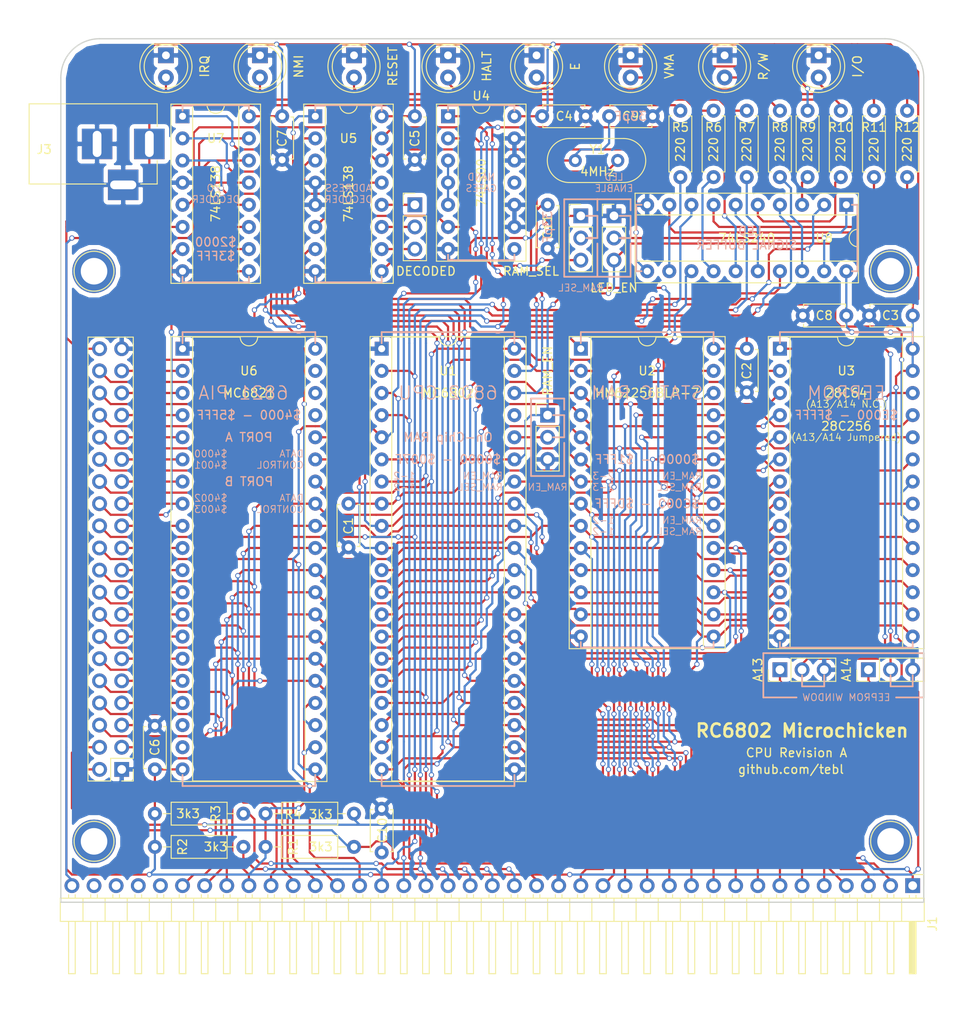
<source format=kicad_pcb>
(kicad_pcb (version 4) (host pcbnew 4.0.7)
  (layers (0 F.Cu signal) (31 B.Cu signal) (34 B.Paste user) (35 F.Paste user) (36 B.SilkS user) (37 F.SilkS user) (38 B.Mask user) (39 F.Mask user) (44 Edge.Cuts user))
  (net 0 "")
  (net 1 GND)
  (net 2 VCC)
  (net 3 /A15)
  (net 4 /A14)
  (net 5 /A13)
  (net 6 /A12)
  (net 7 /A11)
  (net 8 /A10)
  (net 9 /A9)
  (net 10 /A8)
  (net 11 /A7)
  (net 12 /A6)
  (net 13 /A5)
  (net 14 /A4)
  (net 15 /A3)
  (net 16 /A2)
  (net 17 /A1)
  (net 18 /A0)
  (net 19 /~NMI)
  (net 20 /R/~W)
  (net 21 /D0)
  (net 22 /D1)
  (net 23 /D2)
  (net 24 /D3)
  (net 25 /D4)
  (net 26 /D5)
  (net 27 /D6)
  (net 28 /D7)
  (net 29 /PB4)
  (net 30 /PA7)
  (net 31 /PB5)
  (net 32 /PA6)
  (net 33 /PB6)
  (net 34 /PA5)
  (net 35 /PB7)
  (net 36 /PA4)
  (net 37 /PB3)
  (net 38 /PA3)
  (net 39 /PB2)
  (net 40 /PA2)
  (net 41 /PB1)
  (net 42 /PA1)
  (net 43 /PB0)
  (net 44 /PA0)
  (net 45 "Net-(JP7-Pad2)")
  (net 46 "Net-(JP8-Pad2)")
  (net 47 /E)
  (net 48 /~HALT)
  (net 49 /VMA)
  (net 50 ~8K1)
  (net 51 /~8K3)
  (net 52 /RE)
  (net 53 ~8K6)
  (net 54 ~RAM_CS)
  (net 55 ~8K0)
  (net 56 ~8K7)
  (net 57 /~8K4)
  (net 58 /~8K5)
  (net 59 ~8K2)
  (net 60 "Net-(C11-Pad1)")
  (net 61 "Net-(JP3-Pad2)")
  (net 62 ~RESET)
  (net 63 "Net-(D1-Pad2)")
  (net 64 "Net-(D2-Pad2)")
  (net 65 "Net-(D3-Pad2)")
  (net 66 "Net-(D4-Pad2)")
  (net 67 "Net-(D5-Pad2)")
  (net 68 "Net-(D6-Pad2)")
  (net 69 "Net-(D7-Pad2)")
  (net 70 "Net-(D8-Pad2)")
  (net 71 ~SST)
  (net 72 "Net-(R5-Pad2)")
  (net 73 "Net-(R6-Pad2)")
  (net 74 "Net-(R7-Pad2)")
  (net 75 "Net-(R8-Pad2)")
  (net 76 "Net-(R9-Pad2)")
  (net 77 "Net-(R10-Pad2)")
  (net 78 "Net-(R11-Pad2)")
  (net 79 "Net-(R12-Pad2)")
  (net 80 "Net-(C9-Pad2)")
  (net 81 /~IO7)
  (net 82 /~IO6)
  (net 83 /~IO5)
  (net 84 /~IO4)
  (net 85 /~IO3)
  (net 86 /~IO2)
  (net 87 /~IO1)
  (net 88 /~IO0)
  (net 89 /VMA_E)
  (net 90 "Net-(U4-Pad3)")
  (module Housings_DIP:DIP-28_W15.24mm_Socket (layer F.Cu) (at 182.88 83.82)
    (fp_text reference U3 (at 7.62 2.54) (layer F.SilkS))
    (fp_text value 28C256 (at 7.62 8.89) (layer F.SilkS))
    (pad 1 thru_hole rect (at 0 0) (size 1.6 1.6) (drill 0.8) (layers *.Cu *.Mask) (net 46 "Net-(JP8-Pad2)"))
    (pad 15 thru_hole oval (at 15.24 33.02) (size 1.6 1.6) (drill 0.8) (layers *.Cu *.Mask) (net 24 /D3))
    (pad 2 thru_hole oval (at 0 2.54) (size 1.6 1.6) (drill 0.8) (layers *.Cu *.Mask) (net 6 /A12))
    (pad 16 thru_hole oval (at 15.24 30.48) (size 1.6 1.6) (drill 0.8) (layers *.Cu *.Mask) (net 25 /D4))
    (pad 3 thru_hole oval (at 0 5.08) (size 1.6 1.6) (drill 0.8) (layers *.Cu *.Mask) (net 11 /A7))
    (pad 17 thru_hole oval (at 15.24 27.94) (size 1.6 1.6) (drill 0.8) (layers *.Cu *.Mask) (net 26 /D5))
    (pad 4 thru_hole oval (at 0 7.62) (size 1.6 1.6) (drill 0.8) (layers *.Cu *.Mask) (net 12 /A6))
    (pad 18 thru_hole oval (at 15.24 25.4) (size 1.6 1.6) (drill 0.8) (layers *.Cu *.Mask) (net 27 /D6))
    (pad 5 thru_hole oval (at 0 10.16) (size 1.6 1.6) (drill 0.8) (layers *.Cu *.Mask) (net 13 /A5))
    (pad 19 thru_hole oval (at 15.24 22.86) (size 1.6 1.6) (drill 0.8) (layers *.Cu *.Mask) (net 28 /D7))
    (pad 6 thru_hole oval (at 0 12.7) (size 1.6 1.6) (drill 0.8) (layers *.Cu *.Mask) (net 14 /A4))
    (pad 20 thru_hole oval (at 15.24 20.32) (size 1.6 1.6) (drill 0.8) (layers *.Cu *.Mask) (net 56 ~8K7))
    (pad 7 thru_hole oval (at 0 15.24) (size 1.6 1.6) (drill 0.8) (layers *.Cu *.Mask) (net 15 /A3))
    (pad 21 thru_hole oval (at 15.24 17.78) (size 1.6 1.6) (drill 0.8) (layers *.Cu *.Mask) (net 8 /A10))
    (pad 8 thru_hole oval (at 0 17.78) (size 1.6 1.6) (drill 0.8) (layers *.Cu *.Mask) (net 16 /A2))
    (pad 22 thru_hole oval (at 15.24 15.24) (size 1.6 1.6) (drill 0.8) (layers *.Cu *.Mask) (net 56 ~8K7))
    (pad 9 thru_hole oval (at 0 20.32) (size 1.6 1.6) (drill 0.8) (layers *.Cu *.Mask) (net 17 /A1))
    (pad 23 thru_hole oval (at 15.24 12.7) (size 1.6 1.6) (drill 0.8) (layers *.Cu *.Mask) (net 7 /A11))
    (pad 10 thru_hole oval (at 0 22.86) (size 1.6 1.6) (drill 0.8) (layers *.Cu *.Mask) (net 18 /A0))
    (pad 24 thru_hole oval (at 15.24 10.16) (size 1.6 1.6) (drill 0.8) (layers *.Cu *.Mask) (net 9 /A9))
    (pad 11 thru_hole oval (at 0 25.4) (size 1.6 1.6) (drill 0.8) (layers *.Cu *.Mask) (net 21 /D0))
    (pad 25 thru_hole oval (at 15.24 7.62) (size 1.6 1.6) (drill 0.8) (layers *.Cu *.Mask) (net 10 /A8))
    (pad 12 thru_hole oval (at 0 27.94) (size 1.6 1.6) (drill 0.8) (layers *.Cu *.Mask) (net 22 /D1))
    (pad 26 thru_hole oval (at 15.24 5.08) (size 1.6 1.6) (drill 0.8) (layers *.Cu *.Mask) (net 45 "Net-(JP7-Pad2)"))
    (pad 13 thru_hole oval (at 0 30.48) (size 1.6 1.6) (drill 0.8) (layers *.Cu *.Mask) (net 23 /D2))
    (pad 27 thru_hole oval (at 15.24 2.54) (size 1.6 1.6) (drill 0.8) (layers *.Cu *.Mask) (net 2 VCC))
    (pad 14 thru_hole oval (at 0 33.02) (size 1.6 1.6) (drill 0.8) (layers *.Cu *.Mask) (net 1 GND))
    (pad 28 thru_hole oval (at 15.24 0) (size 1.6 1.6) (drill 0.8) (layers *.Cu *.Mask) (net 2 VCC))
  )
  (module Pin_Headers:Pin_Header_Angled_1x39_Pitch2.54mm (layer F.Cu) (at 198.12 145.415 270)
    (fp_text reference J1 (at 4.385 -2.27 270) (layer F.SilkS))
    (fp_text value RC6802_Backplane)
    (pad 1 thru_hole rect (at 0 0 270) (size 1.7 1.7) (drill 1) (layers *.Cu *.Mask) (net 3 /A15))
    (pad 2 thru_hole oval (at 0 2.54 270) (size 1.7 1.7) (drill 1) (layers *.Cu *.Mask) (net 4 /A14))
    (pad 3 thru_hole oval (at 0 5.08 270) (size 1.7 1.7) (drill 1) (layers *.Cu *.Mask) (net 5 /A13))
    (pad 4 thru_hole oval (at 0 7.62 270) (size 1.7 1.7) (drill 1) (layers *.Cu *.Mask) (net 6 /A12))
    (pad 5 thru_hole oval (at 0 10.16 270) (size 1.7 1.7) (drill 1) (layers *.Cu *.Mask) (net 7 /A11))
    (pad 6 thru_hole oval (at 0 12.7 270) (size 1.7 1.7) (drill 1) (layers *.Cu *.Mask) (net 8 /A10))
    (pad 7 thru_hole oval (at 0 15.24 270) (size 1.7 1.7) (drill 1) (layers *.Cu *.Mask) (net 9 /A9))
    (pad 8 thru_hole oval (at 0 17.78 270) (size 1.7 1.7) (drill 1) (layers *.Cu *.Mask) (net 10 /A8))
    (pad 9 thru_hole oval (at 0 20.32 270) (size 1.7 1.7) (drill 1) (layers *.Cu *.Mask) (net 11 /A7))
    (pad 10 thru_hole oval (at 0 22.86 270) (size 1.7 1.7) (drill 1) (layers *.Cu *.Mask) (net 12 /A6))
    (pad 11 thru_hole oval (at 0 25.4 270) (size 1.7 1.7) (drill 1) (layers *.Cu *.Mask) (net 13 /A5))
    (pad 12 thru_hole oval (at 0 27.94 270) (size 1.7 1.7) (drill 1) (layers *.Cu *.Mask) (net 14 /A4))
    (pad 13 thru_hole oval (at 0 30.48 270) (size 1.7 1.7) (drill 1) (layers *.Cu *.Mask) (net 15 /A3))
    (pad 14 thru_hole oval (at 0 33.02 270) (size 1.7 1.7) (drill 1) (layers *.Cu *.Mask) (net 16 /A2))
    (pad 15 thru_hole oval (at 0 35.56 270) (size 1.7 1.7) (drill 1) (layers *.Cu *.Mask) (net 17 /A1))
    (pad 16 thru_hole oval (at 0 38.1 270) (size 1.7 1.7) (drill 1) (layers *.Cu *.Mask) (net 18 /A0))
    (pad 17 thru_hole oval (at 0 40.64 270) (size 1.7 1.7) (drill 1) (layers *.Cu *.Mask) (net 1 GND))
    (pad 18 thru_hole oval (at 0 43.18 270) (size 1.7 1.7) (drill 1) (layers *.Cu *.Mask) (net 2 VCC))
    (pad 19 thru_hole oval (at 0 45.72 270) (size 1.7 1.7) (drill 1) (layers *.Cu *.Mask) (net 89 /VMA_E))
    (pad 20 thru_hole oval (at 0 48.26 270) (size 1.7 1.7) (drill 1) (layers *.Cu *.Mask) (net 62 ~RESET))
    (pad 21 thru_hole oval (at 0 50.8 270) (size 1.7 1.7) (drill 1) (layers *.Cu *.Mask) (net 47 /E))
    (pad 22 thru_hole oval (at 0 53.34 270) (size 1.7 1.7) (drill 1) (layers *.Cu *.Mask) (net 71 ~SST))
    (pad 23 thru_hole oval (at 0 55.88 270) (size 1.7 1.7) (drill 1) (layers *.Cu *.Mask) (net 19 /~NMI))
    (pad 24 thru_hole oval (at 0 58.42 270) (size 1.7 1.7) (drill 1) (layers *.Cu *.Mask) (net 20 /R/~W))
    (pad 25 thru_hole oval (at 0 60.96 270) (size 1.7 1.7) (drill 1) (layers *.Cu *.Mask) (net 48 /~HALT))
    (pad 26 thru_hole oval (at 0 63.5 270) (size 1.7 1.7) (drill 1) (layers *.Cu *.Mask) (net 49 /VMA))
    (pad 27 thru_hole oval (at 0 66.04 270) (size 1.7 1.7) (drill 1) (layers *.Cu *.Mask) (net 21 /D0))
    (pad 28 thru_hole oval (at 0 68.58 270) (size 1.7 1.7) (drill 1) (layers *.Cu *.Mask) (net 22 /D1))
    (pad 29 thru_hole oval (at 0 71.12 270) (size 1.7 1.7) (drill 1) (layers *.Cu *.Mask) (net 23 /D2))
    (pad 30 thru_hole oval (at 0 73.66 270) (size 1.7 1.7) (drill 1) (layers *.Cu *.Mask) (net 24 /D3))
    (pad 31 thru_hole oval (at 0 76.2 270) (size 1.7 1.7) (drill 1) (layers *.Cu *.Mask) (net 25 /D4))
    (pad 32 thru_hole oval (at 0 78.74 270) (size 1.7 1.7) (drill 1) (layers *.Cu *.Mask) (net 26 /D5))
    (pad 33 thru_hole oval (at 0 81.28 270) (size 1.7 1.7) (drill 1) (layers *.Cu *.Mask) (net 27 /D6))
    (pad 34 thru_hole oval (at 0 83.82 270) (size 1.7 1.7) (drill 1) (layers *.Cu *.Mask) (net 28 /D7))
    (pad 35 thru_hole oval (at 0 86.36 270) (size 1.7 1.7) (drill 1) (layers *.Cu *.Mask))
    (pad 36 thru_hole oval (at 0 88.9 270) (size 1.7 1.7) (drill 1) (layers *.Cu *.Mask))
    (pad 37 thru_hole oval (at 0 91.44 270) (size 1.7 1.7) (drill 1) (layers *.Cu *.Mask))
    (pad 38 thru_hole oval (at 0 93.98 270) (size 1.7 1.7) (drill 1) (layers *.Cu *.Mask))
    (pad 39 thru_hole oval (at 0 96.52 270) (size 1.7 1.7) (drill 1) (layers *.Cu *.Mask) (net 50 ~8K1))
  )
  (module Pin_Headers:Pin_Header_Straight_2x20_Pitch2.54mm (layer F.Cu) (at 107.315 132.08 180)
    (fp_text reference J2)
    (fp_text value RC6802_UI_Port)
    (pad 1 thru_hole rect (at 0 0 180) (size 1.7 1.7) (drill 1) (layers *.Cu *.Mask) (net 1 GND))
    (pad 2 thru_hole oval (at 2.54 0 180) (size 1.7 1.7) (drill 1) (layers *.Cu *.Mask) (net 62 ~RESET))
    (pad 3 thru_hole oval (at 0 2.54 180) (size 1.7 1.7) (drill 1) (layers *.Cu *.Mask) (net 28 /D7))
    (pad 4 thru_hole oval (at 2.54 2.54 180) (size 1.7 1.7) (drill 1) (layers *.Cu *.Mask) (net 71 ~SST))
    (pad 5 thru_hole oval (at 0 5.08 180) (size 1.7 1.7) (drill 1) (layers *.Cu *.Mask) (net 27 /D6))
    (pad 6 thru_hole oval (at 2.54 5.08 180) (size 1.7 1.7) (drill 1) (layers *.Cu *.Mask) (net 47 /E))
    (pad 7 thru_hole oval (at 0 7.62 180) (size 1.7 1.7) (drill 1) (layers *.Cu *.Mask) (net 26 /D5))
    (pad 8 thru_hole oval (at 2.54 7.62 180) (size 1.7 1.7) (drill 1) (layers *.Cu *.Mask) (net 35 /PB7))
    (pad 9 thru_hole oval (at 0 10.16 180) (size 1.7 1.7) (drill 1) (layers *.Cu *.Mask) (net 25 /D4))
    (pad 10 thru_hole oval (at 2.54 10.16 180) (size 1.7 1.7) (drill 1) (layers *.Cu *.Mask) (net 33 /PB6))
    (pad 11 thru_hole oval (at 0 12.7 180) (size 1.7 1.7) (drill 1) (layers *.Cu *.Mask) (net 24 /D3))
    (pad 12 thru_hole oval (at 2.54 12.7 180) (size 1.7 1.7) (drill 1) (layers *.Cu *.Mask) (net 31 /PB5))
    (pad 13 thru_hole oval (at 0 15.24 180) (size 1.7 1.7) (drill 1) (layers *.Cu *.Mask) (net 23 /D2))
    (pad 14 thru_hole oval (at 2.54 15.24 180) (size 1.7 1.7) (drill 1) (layers *.Cu *.Mask) (net 29 /PB4))
    (pad 15 thru_hole oval (at 0 17.78 180) (size 1.7 1.7) (drill 1) (layers *.Cu *.Mask) (net 22 /D1))
    (pad 16 thru_hole oval (at 2.54 17.78 180) (size 1.7 1.7) (drill 1) (layers *.Cu *.Mask) (net 37 /PB3))
    (pad 17 thru_hole oval (at 0 20.32 180) (size 1.7 1.7) (drill 1) (layers *.Cu *.Mask) (net 21 /D0))
    (pad 18 thru_hole oval (at 2.54 20.32 180) (size 1.7 1.7) (drill 1) (layers *.Cu *.Mask) (net 39 /PB2))
    (pad 19 thru_hole oval (at 0 22.86 180) (size 1.7 1.7) (drill 1) (layers *.Cu *.Mask) (net 20 /R/~W))
    (pad 20 thru_hole oval (at 2.54 22.86 180) (size 1.7 1.7) (drill 1) (layers *.Cu *.Mask) (net 41 /PB1))
    (pad 21 thru_hole oval (at 0 25.4 180) (size 1.7 1.7) (drill 1) (layers *.Cu *.Mask) (net 48 /~HALT))
    (pad 22 thru_hole oval (at 2.54 25.4 180) (size 1.7 1.7) (drill 1) (layers *.Cu *.Mask) (net 43 /PB0))
    (pad 23 thru_hole oval (at 0 27.94 180) (size 1.7 1.7) (drill 1) (layers *.Cu *.Mask) (net 81 /~IO7))
    (pad 24 thru_hole oval (at 2.54 27.94 180) (size 1.7 1.7) (drill 1) (layers *.Cu *.Mask) (net 30 /PA7))
    (pad 25 thru_hole oval (at 0 30.48 180) (size 1.7 1.7) (drill 1) (layers *.Cu *.Mask) (net 82 /~IO6))
    (pad 26 thru_hole oval (at 2.54 30.48 180) (size 1.7 1.7) (drill 1) (layers *.Cu *.Mask) (net 32 /PA6))
    (pad 27 thru_hole oval (at 0 33.02 180) (size 1.7 1.7) (drill 1) (layers *.Cu *.Mask) (net 83 /~IO5))
    (pad 28 thru_hole oval (at 2.54 33.02 180) (size 1.7 1.7) (drill 1) (layers *.Cu *.Mask) (net 34 /PA5))
    (pad 29 thru_hole oval (at 0 35.56 180) (size 1.7 1.7) (drill 1) (layers *.Cu *.Mask) (net 84 /~IO4))
    (pad 30 thru_hole oval (at 2.54 35.56 180) (size 1.7 1.7) (drill 1) (layers *.Cu *.Mask) (net 36 /PA4))
    (pad 31 thru_hole oval (at 0 38.1 180) (size 1.7 1.7) (drill 1) (layers *.Cu *.Mask) (net 85 /~IO3))
    (pad 32 thru_hole oval (at 2.54 38.1 180) (size 1.7 1.7) (drill 1) (layers *.Cu *.Mask) (net 38 /PA3))
    (pad 33 thru_hole oval (at 0 40.64 180) (size 1.7 1.7) (drill 1) (layers *.Cu *.Mask) (net 86 /~IO2))
    (pad 34 thru_hole oval (at 2.54 40.64 180) (size 1.7 1.7) (drill 1) (layers *.Cu *.Mask) (net 40 /PA2))
    (pad 35 thru_hole oval (at 0 43.18 180) (size 1.7 1.7) (drill 1) (layers *.Cu *.Mask) (net 87 /~IO1))
    (pad 36 thru_hole oval (at 2.54 43.18 180) (size 1.7 1.7) (drill 1) (layers *.Cu *.Mask) (net 42 /PA1))
    (pad 37 thru_hole oval (at 0 45.72 180) (size 1.7 1.7) (drill 1) (layers *.Cu *.Mask) (net 88 /~IO0))
    (pad 38 thru_hole oval (at 2.54 45.72 180) (size 1.7 1.7) (drill 1) (layers *.Cu *.Mask) (net 44 /PA0))
    (pad 39 thru_hole oval (at 0 48.26 180) (size 1.7 1.7) (drill 1) (layers *.Cu *.Mask) (net 1 GND))
    (pad 40 thru_hole oval (at 2.54 48.26 180) (size 1.7 1.7) (drill 1) (layers *.Cu *.Mask) (net 2 VCC))
  )
  (module Connectors:BARREL_JACK (layer F.Cu) (at 110.49 60.325)
    (fp_text reference J3 (at -12.065 0.635 180) (layer F.SilkS))
    (fp_text value BARREL_JACK)
    (pad 1 thru_hole rect (at 0 0) (size 3.5 3.5) (drill oval 1 3) (layers *.Cu *.Mask) (net 2 VCC))
    (pad 2 thru_hole rect (at -6 0) (size 3.5 3.5) (drill oval 1 3) (layers *.Cu *.Mask) (net 1 GND))
    (pad 3 thru_hole rect (at -3 4.7) (size 3.5 3.5) (drill oval 3 1) (layers *.Cu *.Mask) (net 1 GND))
  )
  (module mounting:1pin (layer F.Cu) (at 104.14 140.335 90)
    (fp_text reference M1 hide)
    (fp_text value Mounting hide)
    (pad 1 thru_hole circle (at 0 0 90) (size 5 5) (drill 3.048) (layers *.Cu *.Mask))
  )
  (module mounting:1pin (layer F.Cu) (at 195.58 140.335)
    (fp_text reference M2 hide)
    (fp_text value Mounting hide)
    (pad 1 thru_hole circle (at 0 0) (size 5 5) (drill 3.048) (layers *.Cu *.Mask))
  )
  (module mounting:1pin (layer F.Cu) (at 195.58 74.93)
    (fp_text reference M3 hide)
    (fp_text value Mounting hide)
    (pad 1 thru_hole circle (at 0 0) (size 5 5) (drill 3.048) (layers *.Cu *.Mask))
  )
  (module mounting:1pin (layer F.Cu) (at 104.14 74.93)
    (fp_text reference M4 hide)
    (fp_text value Mounting hide)
    (pad 1 thru_hole circle (at 0 0) (size 5 5) (drill 3.048) (layers *.Cu *.Mask))
  )
  (module Capacitors_THT:C_Disc_D4.7mm_W2.5mm_P5.00mm (layer F.Cu) (at 133.35 101.6 270)
    (fp_text reference C1 (at 2.54 0 270) (layer F.SilkS))
    (fp_text value 100nF)
    (pad 1 thru_hole circle (at 0 0 270) (size 1.6 1.6) (drill 0.8) (layers *.Cu *.Mask) (net 2 VCC))
    (pad 2 thru_hole circle (at 5 0 270) (size 1.6 1.6) (drill 0.8) (layers *.Cu *.Mask) (net 1 GND))
  )
  (module Capacitors_THT:C_Disc_D4.7mm_W2.5mm_P5.00mm (layer F.Cu) (at 179.07 83.82 270)
    (fp_text reference C2 (at 2.54 0 270) (layer F.SilkS))
    (fp_text value 100nF)
    (pad 1 thru_hole circle (at 0 0 270) (size 1.6 1.6) (drill 0.8) (layers *.Cu *.Mask) (net 2 VCC))
    (pad 2 thru_hole circle (at 5 0 270) (size 1.6 1.6) (drill 0.8) (layers *.Cu *.Mask) (net 1 GND))
  )
  (module Capacitors_THT:C_Disc_D4.7mm_W2.5mm_P5.00mm (layer F.Cu) (at 198.12 80.01 180)
    (fp_text reference C3 (at 2.54 0 180) (layer F.SilkS))
    (fp_text value 100nF)
    (pad 1 thru_hole circle (at 0 0 180) (size 1.6 1.6) (drill 0.8) (layers *.Cu *.Mask) (net 2 VCC))
    (pad 2 thru_hole circle (at 5 0 180) (size 1.6 1.6) (drill 0.8) (layers *.Cu *.Mask) (net 1 GND))
  )
  (module Capacitors_THT:C_Disc_D4.7mm_W2.5mm_P5.00mm (layer F.Cu) (at 155.575 57.15)
    (fp_text reference C4 (at 2.54 0) (layer F.SilkS))
    (fp_text value 100nF)
    (pad 1 thru_hole circle (at 0 0) (size 1.6 1.6) (drill 0.8) (layers *.Cu *.Mask) (net 2 VCC))
    (pad 2 thru_hole circle (at 5 0) (size 1.6 1.6) (drill 0.8) (layers *.Cu *.Mask) (net 1 GND))
  )
  (module Capacitors_THT:C_Disc_D4.7mm_W2.5mm_P5.00mm (layer F.Cu) (at 140.97 57.15 270)
    (fp_text reference C5 (at 2.54 0 270) (layer F.SilkS))
    (fp_text value 100nF)
    (pad 1 thru_hole circle (at 0 0 270) (size 1.6 1.6) (drill 0.8) (layers *.Cu *.Mask) (net 2 VCC))
    (pad 2 thru_hole circle (at 5 0 270) (size 1.6 1.6) (drill 0.8) (layers *.Cu *.Mask) (net 1 GND))
  )
  (module Capacitors_THT:C_Disc_D4.7mm_W2.5mm_P5.00mm (layer F.Cu) (at 111.125 132.08 90)
    (fp_text reference C6 (at 2.54 0 90) (layer F.SilkS))
    (fp_text value 100nF)
    (pad 1 thru_hole circle (at 0 0 90) (size 1.6 1.6) (drill 0.8) (layers *.Cu *.Mask) (net 2 VCC))
    (pad 2 thru_hole circle (at 5 0 90) (size 1.6 1.6) (drill 0.8) (layers *.Cu *.Mask) (net 1 GND))
  )
  (module Capacitors_THT:C_Disc_D4.7mm_W2.5mm_P5.00mm (layer F.Cu) (at 125.73 57.15 270)
    (fp_text reference C7 (at 2.54 0 270) (layer F.SilkS))
    (fp_text value 100nF)
    (pad 1 thru_hole circle (at 0 0 270) (size 1.6 1.6) (drill 0.8) (layers *.Cu *.Mask) (net 2 VCC))
    (pad 2 thru_hole circle (at 5 0 270) (size 1.6 1.6) (drill 0.8) (layers *.Cu *.Mask) (net 1 GND))
  )
  (module Capacitors_THT:C_Disc_D4.7mm_W2.5mm_P5.00mm (layer F.Cu) (at 190.5 80.01 180)
    (fp_text reference C8 (at 2.54 0 180) (layer F.SilkS))
    (fp_text value 100nF)
    (pad 1 thru_hole circle (at 0 0 180) (size 1.6 1.6) (drill 0.8) (layers *.Cu *.Mask) (net 2 VCC))
    (pad 2 thru_hole circle (at 5 0 180) (size 1.6 1.6) (drill 0.8) (layers *.Cu *.Mask) (net 1 GND))
  )
  (module Capacitors_THT:C_Disc_D4.7mm_W2.5mm_P5.00mm (layer F.Cu) (at 168.275 57.15 180)
    (fp_text reference C9 (at 2.54 0 180) (layer F.SilkS))
    (fp_text value 33pF (at 2.54 0 180) (layer B.SilkS) (effects (justify mirror)))
    (pad 1 thru_hole circle (at 0 0 180) (size 1.6 1.6) (drill 0.8) (layers *.Cu *.Mask) (net 1 GND))
    (pad 2 thru_hole circle (at 5 0 180) (size 1.6 1.6) (drill 0.8) (layers *.Cu *.Mask) (net 80 "Net-(C9-Pad2)"))
  )
  (module Resistors_THT:R_Axial_DIN0207_L6.3mm_D2.5mm_P10.16mm_Horizontal (layer F.Cu) (at 123.825 140.97)
    (fp_text reference R1 (at 3.175 0 90) (layer F.SilkS))
    (fp_text value 3k3 (at 6.35 0) (layer F.SilkS))
    (pad 1 thru_hole circle (at 0 0) (size 1.6 1.6) (drill 0.8) (layers *.Cu *.Mask) (net 2 VCC))
    (pad 2 thru_hole oval (at 10.16 0) (size 1.6 1.6) (drill 0.8) (layers *.Cu *.Mask) (net 71 ~SST))
  )
  (module Resistors_THT:R_Axial_DIN0207_L6.3mm_D2.5mm_P10.16mm_Horizontal (layer F.Cu) (at 111.125 140.97)
    (fp_text reference R2 (at 3.175 0 90) (layer F.SilkS))
    (fp_text value 3k3 (at 6.985 0) (layer F.SilkS))
    (pad 1 thru_hole circle (at 0 0) (size 1.6 1.6) (drill 0.8) (layers *.Cu *.Mask) (net 2 VCC))
    (pad 2 thru_hole oval (at 10.16 0) (size 1.6 1.6) (drill 0.8) (layers *.Cu *.Mask) (net 48 /~HALT))
  )
  (module Resistors_THT:R_Axial_DIN0207_L6.3mm_D2.5mm_P10.16mm_Horizontal (layer F.Cu) (at 111.125 137.16)
    (fp_text reference R3 (at 6.985 0 90) (layer F.SilkS))
    (fp_text value 3k3 (at 3.81 0) (layer F.SilkS))
    (pad 1 thru_hole circle (at 0 0) (size 1.6 1.6) (drill 0.8) (layers *.Cu *.Mask) (net 2 VCC))
    (pad 2 thru_hole oval (at 10.16 0) (size 1.6 1.6) (drill 0.8) (layers *.Cu *.Mask) (net 19 /~NMI))
  )
  (module Housings_DIP:DIP-40_W15.24mm_Socket (layer F.Cu) (at 137.16 83.82)
    (fp_text reference U1 (at 7.62 2.54) (layer F.SilkS))
    (fp_text value MC6802 (at 7.62 5.08) (layer F.SilkS))
    (pad 1 thru_hole rect (at 0 0) (size 1.6 1.6) (drill 0.8) (layers *.Cu *.Mask) (net 1 GND))
    (pad 21 thru_hole oval (at 15.24 48.26) (size 1.6 1.6) (drill 0.8) (layers *.Cu *.Mask) (net 1 GND))
    (pad 2 thru_hole oval (at 0 2.54) (size 1.6 1.6) (drill 0.8) (layers *.Cu *.Mask) (net 48 /~HALT))
    (pad 22 thru_hole oval (at 15.24 45.72) (size 1.6 1.6) (drill 0.8) (layers *.Cu *.Mask) (net 6 /A12))
    (pad 3 thru_hole oval (at 0 5.08) (size 1.6 1.6) (drill 0.8) (layers *.Cu *.Mask) (net 2 VCC))
    (pad 23 thru_hole oval (at 15.24 43.18) (size 1.6 1.6) (drill 0.8) (layers *.Cu *.Mask) (net 5 /A13))
    (pad 4 thru_hole oval (at 0 7.62) (size 1.6 1.6) (drill 0.8) (layers *.Cu *.Mask) (net 71 ~SST))
    (pad 24 thru_hole oval (at 15.24 40.64) (size 1.6 1.6) (drill 0.8) (layers *.Cu *.Mask) (net 4 /A14))
    (pad 5 thru_hole oval (at 0 10.16) (size 1.6 1.6) (drill 0.8) (layers *.Cu *.Mask) (net 49 /VMA))
    (pad 25 thru_hole oval (at 15.24 38.1) (size 1.6 1.6) (drill 0.8) (layers *.Cu *.Mask) (net 3 /A15))
    (pad 6 thru_hole oval (at 0 12.7) (size 1.6 1.6) (drill 0.8) (layers *.Cu *.Mask) (net 19 /~NMI))
    (pad 26 thru_hole oval (at 15.24 35.56) (size 1.6 1.6) (drill 0.8) (layers *.Cu *.Mask) (net 28 /D7))
    (pad 7 thru_hole oval (at 0 15.24) (size 1.6 1.6) (drill 0.8) (layers *.Cu *.Mask) (net 47 /E))
    (pad 27 thru_hole oval (at 15.24 33.02) (size 1.6 1.6) (drill 0.8) (layers *.Cu *.Mask) (net 27 /D6))
    (pad 8 thru_hole oval (at 0 17.78) (size 1.6 1.6) (drill 0.8) (layers *.Cu *.Mask) (net 2 VCC))
    (pad 28 thru_hole oval (at 15.24 30.48) (size 1.6 1.6) (drill 0.8) (layers *.Cu *.Mask) (net 26 /D5))
    (pad 9 thru_hole oval (at 0 20.32) (size 1.6 1.6) (drill 0.8) (layers *.Cu *.Mask) (net 18 /A0))
    (pad 29 thru_hole oval (at 15.24 27.94) (size 1.6 1.6) (drill 0.8) (layers *.Cu *.Mask) (net 25 /D4))
    (pad 10 thru_hole oval (at 0 22.86) (size 1.6 1.6) (drill 0.8) (layers *.Cu *.Mask) (net 17 /A1))
    (pad 30 thru_hole oval (at 15.24 25.4) (size 1.6 1.6) (drill 0.8) (layers *.Cu *.Mask) (net 24 /D3))
    (pad 11 thru_hole oval (at 0 25.4) (size 1.6 1.6) (drill 0.8) (layers *.Cu *.Mask) (net 16 /A2))
    (pad 31 thru_hole oval (at 15.24 22.86) (size 1.6 1.6) (drill 0.8) (layers *.Cu *.Mask) (net 23 /D2))
    (pad 12 thru_hole oval (at 0 27.94) (size 1.6 1.6) (drill 0.8) (layers *.Cu *.Mask) (net 15 /A3))
    (pad 32 thru_hole oval (at 15.24 20.32) (size 1.6 1.6) (drill 0.8) (layers *.Cu *.Mask) (net 22 /D1))
    (pad 13 thru_hole oval (at 0 30.48) (size 1.6 1.6) (drill 0.8) (layers *.Cu *.Mask) (net 14 /A4))
    (pad 33 thru_hole oval (at 15.24 17.78) (size 1.6 1.6) (drill 0.8) (layers *.Cu *.Mask) (net 21 /D0))
    (pad 14 thru_hole oval (at 0 33.02) (size 1.6 1.6) (drill 0.8) (layers *.Cu *.Mask) (net 13 /A5))
    (pad 34 thru_hole oval (at 15.24 15.24) (size 1.6 1.6) (drill 0.8) (layers *.Cu *.Mask) (net 20 /R/~W))
    (pad 15 thru_hole oval (at 0 35.56) (size 1.6 1.6) (drill 0.8) (layers *.Cu *.Mask) (net 12 /A6))
    (pad 35 thru_hole oval (at 15.24 12.7) (size 1.6 1.6) (drill 0.8) (layers *.Cu *.Mask) (net 2 VCC))
    (pad 16 thru_hole oval (at 0 38.1) (size 1.6 1.6) (drill 0.8) (layers *.Cu *.Mask) (net 11 /A7))
    (pad 36 thru_hole oval (at 15.24 10.16) (size 1.6 1.6) (drill 0.8) (layers *.Cu *.Mask) (net 52 /RE))
    (pad 17 thru_hole oval (at 0 40.64) (size 1.6 1.6) (drill 0.8) (layers *.Cu *.Mask) (net 10 /A8))
    (pad 37 thru_hole oval (at 15.24 7.62) (size 1.6 1.6) (drill 0.8) (layers *.Cu *.Mask))
    (pad 18 thru_hole oval (at 0 43.18) (size 1.6 1.6) (drill 0.8) (layers *.Cu *.Mask) (net 9 /A9))
    (pad 38 thru_hole oval (at 15.24 5.08) (size 1.6 1.6) (drill 0.8) (layers *.Cu *.Mask) (net 60 "Net-(C11-Pad1)"))
    (pad 19 thru_hole oval (at 0 45.72) (size 1.6 1.6) (drill 0.8) (layers *.Cu *.Mask) (net 8 /A10))
    (pad 39 thru_hole oval (at 15.24 2.54) (size 1.6 1.6) (drill 0.8) (layers *.Cu *.Mask) (net 80 "Net-(C9-Pad2)"))
    (pad 20 thru_hole oval (at 0 48.26) (size 1.6 1.6) (drill 0.8) (layers *.Cu *.Mask) (net 7 /A11))
    (pad 40 thru_hole oval (at 15.24 0) (size 1.6 1.6) (drill 0.8) (layers *.Cu *.Mask) (net 62 ~RESET))
  )
  (module Housings_DIP:DIP-28_W15.24mm_Socket (layer F.Cu) (at 160.02 83.82)
    (fp_text reference U2 (at 7.62 2.54) (layer F.SilkS))
    (fp_text value HM62256BLP-7 (at 7.62 5.08) (layer F.SilkS))
    (pad 1 thru_hole rect (at 0 0) (size 1.6 1.6) (drill 0.8) (layers *.Cu *.Mask) (net 4 /A14))
    (pad 15 thru_hole oval (at 15.24 33.02) (size 1.6 1.6) (drill 0.8) (layers *.Cu *.Mask) (net 24 /D3))
    (pad 2 thru_hole oval (at 0 2.54) (size 1.6 1.6) (drill 0.8) (layers *.Cu *.Mask) (net 6 /A12))
    (pad 16 thru_hole oval (at 15.24 30.48) (size 1.6 1.6) (drill 0.8) (layers *.Cu *.Mask) (net 25 /D4))
    (pad 3 thru_hole oval (at 0 5.08) (size 1.6 1.6) (drill 0.8) (layers *.Cu *.Mask) (net 11 /A7))
    (pad 17 thru_hole oval (at 15.24 27.94) (size 1.6 1.6) (drill 0.8) (layers *.Cu *.Mask) (net 26 /D5))
    (pad 4 thru_hole oval (at 0 7.62) (size 1.6 1.6) (drill 0.8) (layers *.Cu *.Mask) (net 12 /A6))
    (pad 18 thru_hole oval (at 15.24 25.4) (size 1.6 1.6) (drill 0.8) (layers *.Cu *.Mask) (net 27 /D6))
    (pad 5 thru_hole oval (at 0 10.16) (size 1.6 1.6) (drill 0.8) (layers *.Cu *.Mask) (net 13 /A5))
    (pad 19 thru_hole oval (at 15.24 22.86) (size 1.6 1.6) (drill 0.8) (layers *.Cu *.Mask) (net 28 /D7))
    (pad 6 thru_hole oval (at 0 12.7) (size 1.6 1.6) (drill 0.8) (layers *.Cu *.Mask) (net 14 /A4))
    (pad 20 thru_hole oval (at 15.24 20.32) (size 1.6 1.6) (drill 0.8) (layers *.Cu *.Mask) (net 54 ~RAM_CS))
    (pad 7 thru_hole oval (at 0 15.24) (size 1.6 1.6) (drill 0.8) (layers *.Cu *.Mask) (net 15 /A3))
    (pad 21 thru_hole oval (at 15.24 17.78) (size 1.6 1.6) (drill 0.8) (layers *.Cu *.Mask) (net 8 /A10))
    (pad 8 thru_hole oval (at 0 17.78) (size 1.6 1.6) (drill 0.8) (layers *.Cu *.Mask) (net 16 /A2))
    (pad 22 thru_hole oval (at 15.24 15.24) (size 1.6 1.6) (drill 0.8) (layers *.Cu *.Mask) (net 54 ~RAM_CS))
    (pad 9 thru_hole oval (at 0 20.32) (size 1.6 1.6) (drill 0.8) (layers *.Cu *.Mask) (net 17 /A1))
    (pad 23 thru_hole oval (at 15.24 12.7) (size 1.6 1.6) (drill 0.8) (layers *.Cu *.Mask) (net 7 /A11))
    (pad 10 thru_hole oval (at 0 22.86) (size 1.6 1.6) (drill 0.8) (layers *.Cu *.Mask) (net 18 /A0))
    (pad 24 thru_hole oval (at 15.24 10.16) (size 1.6 1.6) (drill 0.8) (layers *.Cu *.Mask) (net 9 /A9))
    (pad 11 thru_hole oval (at 0 25.4) (size 1.6 1.6) (drill 0.8) (layers *.Cu *.Mask) (net 21 /D0))
    (pad 25 thru_hole oval (at 15.24 7.62) (size 1.6 1.6) (drill 0.8) (layers *.Cu *.Mask) (net 10 /A8))
    (pad 12 thru_hole oval (at 0 27.94) (size 1.6 1.6) (drill 0.8) (layers *.Cu *.Mask) (net 22 /D1))
    (pad 26 thru_hole oval (at 15.24 5.08) (size 1.6 1.6) (drill 0.8) (layers *.Cu *.Mask) (net 5 /A13))
    (pad 13 thru_hole oval (at 0 30.48) (size 1.6 1.6) (drill 0.8) (layers *.Cu *.Mask) (net 23 /D2))
    (pad 27 thru_hole oval (at 15.24 2.54) (size 1.6 1.6) (drill 0.8) (layers *.Cu *.Mask) (net 20 /R/~W))
    (pad 14 thru_hole oval (at 0 33.02) (size 1.6 1.6) (drill 0.8) (layers *.Cu *.Mask) (net 1 GND))
    (pad 28 thru_hole oval (at 15.24 0) (size 1.6 1.6) (drill 0.8) (layers *.Cu *.Mask) (net 2 VCC))
  )
  (module Pin_Headers:Pin_Header_Straight_1x03_Pitch2.54mm (layer F.Cu) (at 182.88 120.65 90)
    (fp_text reference JP7)
    (fp_text value A13 (at 0 -2.54 90) (layer F.SilkS))
    (pad 1 thru_hole rect (at 0 0 90) (size 1.7 1.7) (drill 1) (layers *.Cu *.Mask) (net 2 VCC))
    (pad 2 thru_hole oval (at 0 2.54 90) (size 1.7 1.7) (drill 1) (layers *.Cu *.Mask) (net 45 "Net-(JP7-Pad2)"))
    (pad 3 thru_hole oval (at 0 5.08 90) (size 1.7 1.7) (drill 1) (layers *.Cu *.Mask) (net 1 GND))
  )
  (module Pin_Headers:Pin_Header_Straight_1x03_Pitch2.54mm (layer F.Cu) (at 193.04 120.65 90)
    (fp_text reference JP8)
    (fp_text value A14 (at 0 -2.54 90) (layer F.SilkS))
    (pad 1 thru_hole rect (at 0 0 90) (size 1.7 1.7) (drill 1) (layers *.Cu *.Mask) (net 2 VCC))
    (pad 2 thru_hole oval (at 0 2.54 90) (size 1.7 1.7) (drill 1) (layers *.Cu *.Mask) (net 46 "Net-(JP8-Pad2)"))
    (pad 3 thru_hole oval (at 0 5.08 90) (size 1.7 1.7) (drill 1) (layers *.Cu *.Mask) (net 1 GND))
  )
  (module Pin_Headers:Pin_Header_Straight_1x03_Pitch2.54mm (layer F.Cu) (at 156.21 91.44)
    (fp_text reference JP1)
    (fp_text value RAM_EN (at 0 -5.08 90) (layer F.SilkS))
    (pad 1 thru_hole rect (at 0 0) (size 1.7 1.7) (drill 1) (layers *.Cu *.Mask) (net 2 VCC))
    (pad 2 thru_hole oval (at 0 2.54) (size 1.7 1.7) (drill 1) (layers *.Cu *.Mask) (net 52 /RE))
    (pad 3 thru_hole oval (at 0 5.08) (size 1.7 1.7) (drill 1) (layers *.Cu *.Mask) (net 1 GND))
  )
  (module Pin_Headers:Pin_Header_Straight_1x03_Pitch2.54mm (layer F.Cu) (at 160.02 68.58)
    (fp_text reference JP2)
    (fp_text value RAM_SEL (at -5.715 6.35) (layer F.SilkS))
    (pad 1 thru_hole rect (at 0 0) (size 1.7 1.7) (drill 1) (layers *.Cu *.Mask) (net 53 ~8K6))
    (pad 2 thru_hole oval (at 0 2.54) (size 1.7 1.7) (drill 1) (layers *.Cu *.Mask) (net 54 ~RAM_CS))
    (pad 3 thru_hole oval (at 0 5.08) (size 1.7 1.7) (drill 1) (layers *.Cu *.Mask) (net 55 ~8K0))
  )
  (module Housings_DIP:DIP-16_W7.62mm_Socket (layer F.Cu) (at 129.54 57.15)
    (fp_text reference U5 (at 3.81 2.54) (layer F.SilkS))
    (fp_text value 74LS138 (at 3.81 8.89 90) (layer F.SilkS))
    (pad 1 thru_hole rect (at 0 0) (size 1.6 1.6) (drill 0.8) (layers *.Cu *.Mask) (net 5 /A13))
    (pad 9 thru_hole oval (at 7.62 17.78) (size 1.6 1.6) (drill 0.8) (layers *.Cu *.Mask) (net 53 ~8K6))
    (pad 2 thru_hole oval (at 0 2.54) (size 1.6 1.6) (drill 0.8) (layers *.Cu *.Mask) (net 4 /A14))
    (pad 10 thru_hole oval (at 7.62 15.24) (size 1.6 1.6) (drill 0.8) (layers *.Cu *.Mask) (net 58 /~8K5))
    (pad 3 thru_hole oval (at 0 5.08) (size 1.6 1.6) (drill 0.8) (layers *.Cu *.Mask) (net 3 /A15))
    (pad 11 thru_hole oval (at 7.62 12.7) (size 1.6 1.6) (drill 0.8) (layers *.Cu *.Mask) (net 57 /~8K4))
    (pad 4 thru_hole oval (at 0 7.62) (size 1.6 1.6) (drill 0.8) (layers *.Cu *.Mask) (net 1 GND))
    (pad 12 thru_hole oval (at 7.62 10.16) (size 1.6 1.6) (drill 0.8) (layers *.Cu *.Mask) (net 51 /~8K3))
    (pad 5 thru_hole oval (at 0 10.16) (size 1.6 1.6) (drill 0.8) (layers *.Cu *.Mask) (net 1 GND))
    (pad 13 thru_hole oval (at 7.62 7.62) (size 1.6 1.6) (drill 0.8) (layers *.Cu *.Mask) (net 59 ~8K2))
    (pad 6 thru_hole oval (at 0 12.7) (size 1.6 1.6) (drill 0.8) (layers *.Cu *.Mask) (net 89 /VMA_E))
    (pad 14 thru_hole oval (at 7.62 5.08) (size 1.6 1.6) (drill 0.8) (layers *.Cu *.Mask) (net 50 ~8K1))
    (pad 7 thru_hole oval (at 0 15.24) (size 1.6 1.6) (drill 0.8) (layers *.Cu *.Mask) (net 56 ~8K7))
    (pad 15 thru_hole oval (at 7.62 2.54) (size 1.6 1.6) (drill 0.8) (layers *.Cu *.Mask) (net 55 ~8K0))
    (pad 8 thru_hole oval (at 0 17.78) (size 1.6 1.6) (drill 0.8) (layers *.Cu *.Mask) (net 1 GND))
    (pad 16 thru_hole oval (at 7.62 0) (size 1.6 1.6) (drill 0.8) (layers *.Cu *.Mask) (net 2 VCC))
  )
  (module Housings_DIP:DIP-40_W15.24mm_Socket (layer F.Cu) (at 114.3 83.82)
    (fp_text reference U6 (at 7.62 2.54) (layer F.SilkS))
    (fp_text value MC6821 (at 7.62 5.08) (layer F.SilkS))
    (pad 1 thru_hole rect (at 0 0) (size 1.6 1.6) (drill 0.8) (layers *.Cu *.Mask) (net 1 GND))
    (pad 21 thru_hole oval (at 15.24 48.26) (size 1.6 1.6) (drill 0.8) (layers *.Cu *.Mask) (net 20 /R/~W))
    (pad 2 thru_hole oval (at 0 2.54) (size 1.6 1.6) (drill 0.8) (layers *.Cu *.Mask) (net 44 /PA0))
    (pad 22 thru_hole oval (at 15.24 45.72) (size 1.6 1.6) (drill 0.8) (layers *.Cu *.Mask) (net 2 VCC))
    (pad 3 thru_hole oval (at 0 5.08) (size 1.6 1.6) (drill 0.8) (layers *.Cu *.Mask) (net 42 /PA1))
    (pad 23 thru_hole oval (at 15.24 43.18) (size 1.6 1.6) (drill 0.8) (layers *.Cu *.Mask) (net 59 ~8K2))
    (pad 4 thru_hole oval (at 0 7.62) (size 1.6 1.6) (drill 0.8) (layers *.Cu *.Mask) (net 40 /PA2))
    (pad 24 thru_hole oval (at 15.24 40.64) (size 1.6 1.6) (drill 0.8) (layers *.Cu *.Mask) (net 2 VCC))
    (pad 5 thru_hole oval (at 0 10.16) (size 1.6 1.6) (drill 0.8) (layers *.Cu *.Mask) (net 38 /PA3))
    (pad 25 thru_hole oval (at 15.24 38.1) (size 1.6 1.6) (drill 0.8) (layers *.Cu *.Mask) (net 47 /E))
    (pad 6 thru_hole oval (at 0 12.7) (size 1.6 1.6) (drill 0.8) (layers *.Cu *.Mask) (net 36 /PA4))
    (pad 26 thru_hole oval (at 15.24 35.56) (size 1.6 1.6) (drill 0.8) (layers *.Cu *.Mask) (net 28 /D7))
    (pad 7 thru_hole oval (at 0 15.24) (size 1.6 1.6) (drill 0.8) (layers *.Cu *.Mask) (net 34 /PA5))
    (pad 27 thru_hole oval (at 15.24 33.02) (size 1.6 1.6) (drill 0.8) (layers *.Cu *.Mask) (net 27 /D6))
    (pad 8 thru_hole oval (at 0 17.78) (size 1.6 1.6) (drill 0.8) (layers *.Cu *.Mask) (net 32 /PA6))
    (pad 28 thru_hole oval (at 15.24 30.48) (size 1.6 1.6) (drill 0.8) (layers *.Cu *.Mask) (net 26 /D5))
    (pad 9 thru_hole oval (at 0 20.32) (size 1.6 1.6) (drill 0.8) (layers *.Cu *.Mask) (net 30 /PA7))
    (pad 29 thru_hole oval (at 15.24 27.94) (size 1.6 1.6) (drill 0.8) (layers *.Cu *.Mask) (net 25 /D4))
    (pad 10 thru_hole oval (at 0 22.86) (size 1.6 1.6) (drill 0.8) (layers *.Cu *.Mask) (net 43 /PB0))
    (pad 30 thru_hole oval (at 15.24 25.4) (size 1.6 1.6) (drill 0.8) (layers *.Cu *.Mask) (net 24 /D3))
    (pad 11 thru_hole oval (at 0 25.4) (size 1.6 1.6) (drill 0.8) (layers *.Cu *.Mask) (net 41 /PB1))
    (pad 31 thru_hole oval (at 15.24 22.86) (size 1.6 1.6) (drill 0.8) (layers *.Cu *.Mask) (net 23 /D2))
    (pad 12 thru_hole oval (at 0 27.94) (size 1.6 1.6) (drill 0.8) (layers *.Cu *.Mask) (net 39 /PB2))
    (pad 32 thru_hole oval (at 15.24 20.32) (size 1.6 1.6) (drill 0.8) (layers *.Cu *.Mask) (net 22 /D1))
    (pad 13 thru_hole oval (at 0 30.48) (size 1.6 1.6) (drill 0.8) (layers *.Cu *.Mask) (net 37 /PB3))
    (pad 33 thru_hole oval (at 15.24 17.78) (size 1.6 1.6) (drill 0.8) (layers *.Cu *.Mask) (net 21 /D0))
    (pad 14 thru_hole oval (at 0 33.02) (size 1.6 1.6) (drill 0.8) (layers *.Cu *.Mask) (net 29 /PB4))
    (pad 34 thru_hole oval (at 15.24 15.24) (size 1.6 1.6) (drill 0.8) (layers *.Cu *.Mask) (net 62 ~RESET))
    (pad 15 thru_hole oval (at 0 35.56) (size 1.6 1.6) (drill 0.8) (layers *.Cu *.Mask) (net 31 /PB5))
    (pad 35 thru_hole oval (at 15.24 12.7) (size 1.6 1.6) (drill 0.8) (layers *.Cu *.Mask) (net 17 /A1))
    (pad 16 thru_hole oval (at 0 38.1) (size 1.6 1.6) (drill 0.8) (layers *.Cu *.Mask) (net 33 /PB6))
    (pad 36 thru_hole oval (at 15.24 10.16) (size 1.6 1.6) (drill 0.8) (layers *.Cu *.Mask) (net 18 /A0))
    (pad 17 thru_hole oval (at 0 40.64) (size 1.6 1.6) (drill 0.8) (layers *.Cu *.Mask) (net 35 /PB7))
    (pad 37 thru_hole oval (at 15.24 7.62) (size 1.6 1.6) (drill 0.8) (layers *.Cu *.Mask))
    (pad 18 thru_hole oval (at 0 43.18) (size 1.6 1.6) (drill 0.8) (layers *.Cu *.Mask))
    (pad 38 thru_hole oval (at 15.24 5.08) (size 1.6 1.6) (drill 0.8) (layers *.Cu *.Mask))
    (pad 19 thru_hole oval (at 0 45.72) (size 1.6 1.6) (drill 0.8) (layers *.Cu *.Mask))
    (pad 39 thru_hole oval (at 15.24 2.54) (size 1.6 1.6) (drill 0.8) (layers *.Cu *.Mask))
    (pad 20 thru_hole oval (at 0 48.26) (size 1.6 1.6) (drill 0.8) (layers *.Cu *.Mask) (net 2 VCC))
    (pad 40 thru_hole oval (at 15.24 0) (size 1.6 1.6) (drill 0.8) (layers *.Cu *.Mask))
  )
  (module Crystals:Crystal_HC49-U_Vertical (layer F.Cu) (at 159.385 62.23)
    (fp_text reference Y1 (at 2.54 -1.27) (layer F.SilkS))
    (fp_text value 4MHz (at 2.54 1.27) (layer F.SilkS))
    (pad 1 thru_hole circle (at 0 0) (size 1.5 1.5) (drill 0.8) (layers *.Cu *.Mask) (net 80 "Net-(C9-Pad2)"))
    (pad 2 thru_hole circle (at 4.88 0) (size 1.5 1.5) (drill 0.8) (layers *.Cu *.Mask) (net 60 "Net-(C11-Pad1)"))
  )
  (module Resistors_THT:R_Axial_DIN0207_L6.3mm_D2.5mm_P10.16mm_Horizontal (layer F.Cu) (at 123.825 137.16)
    (fp_text reference R4 (at 3.175 0.084999) (layer F.SilkS))
    (fp_text value 3k3 (at 6.35 0.084999) (layer F.SilkS))
    (pad 1 thru_hole circle (at 0 0) (size 1.6 1.6) (drill 0.8) (layers *.Cu *.Mask) (net 2 VCC))
    (pad 2 thru_hole oval (at 10.16 0) (size 1.6 1.6) (drill 0.8) (layers *.Cu *.Mask) (net 62 ~RESET))
  )
  (module Capacitors_THT:C_Disc_D4.7mm_W2.5mm_P5.00mm (layer F.Cu) (at 137.16 141.605 90)
    (fp_text reference C10 (at 2.54 0.084999 90) (layer F.SilkS))
    (fp_text value 100nF)
    (pad 1 thru_hole circle (at 0 0 90) (size 1.6 1.6) (drill 0.8) (layers *.Cu *.Mask) (net 62 ~RESET))
    (pad 2 thru_hole circle (at 5 0 90) (size 1.6 1.6) (drill 0.8) (layers *.Cu *.Mask) (net 1 GND))
  )
  (module Housings_DIP:DIP-16_W7.62mm_Socket (layer F.Cu) (at 114.3 57.15)
    (fp_text reference U7 (at 3.81 2.54) (layer F.SilkS))
    (fp_text value 74LS138 (at 3.81 8.89 90) (layer F.SilkS))
    (pad 1 thru_hole rect (at 0 0) (size 1.6 1.6) (drill 0.8) (layers *.Cu *.Mask) (net 8 /A10))
    (pad 9 thru_hole oval (at 7.62 17.78) (size 1.6 1.6) (drill 0.8) (layers *.Cu *.Mask) (net 82 /~IO6))
    (pad 2 thru_hole oval (at 0 2.54) (size 1.6 1.6) (drill 0.8) (layers *.Cu *.Mask) (net 7 /A11))
    (pad 10 thru_hole oval (at 7.62 15.24) (size 1.6 1.6) (drill 0.8) (layers *.Cu *.Mask) (net 83 /~IO5))
    (pad 3 thru_hole oval (at 0 5.08) (size 1.6 1.6) (drill 0.8) (layers *.Cu *.Mask) (net 6 /A12))
    (pad 11 thru_hole oval (at 7.62 12.7) (size 1.6 1.6) (drill 0.8) (layers *.Cu *.Mask) (net 84 /~IO4))
    (pad 4 thru_hole oval (at 0 7.62) (size 1.6 1.6) (drill 0.8) (layers *.Cu *.Mask) (net 1 GND))
    (pad 12 thru_hole oval (at 7.62 10.16) (size 1.6 1.6) (drill 0.8) (layers *.Cu *.Mask) (net 85 /~IO3))
    (pad 5 thru_hole oval (at 0 10.16) (size 1.6 1.6) (drill 0.8) (layers *.Cu *.Mask) (net 50 ~8K1))
    (pad 13 thru_hole oval (at 7.62 7.62) (size 1.6 1.6) (drill 0.8) (layers *.Cu *.Mask) (net 86 /~IO2))
    (pad 6 thru_hole oval (at 0 12.7) (size 1.6 1.6) (drill 0.8) (layers *.Cu *.Mask) (net 2 VCC))
    (pad 14 thru_hole oval (at 7.62 5.08) (size 1.6 1.6) (drill 0.8) (layers *.Cu *.Mask) (net 87 /~IO1))
    (pad 7 thru_hole oval (at 0 15.24) (size 1.6 1.6) (drill 0.8) (layers *.Cu *.Mask) (net 81 /~IO7))
    (pad 15 thru_hole oval (at 7.62 2.54) (size 1.6 1.6) (drill 0.8) (layers *.Cu *.Mask) (net 88 /~IO0))
    (pad 8 thru_hole oval (at 0 17.78) (size 1.6 1.6) (drill 0.8) (layers *.Cu *.Mask) (net 1 GND))
    (pad 16 thru_hole oval (at 7.62 0) (size 1.6 1.6) (drill 0.8) (layers *.Cu *.Mask) (net 2 VCC))
  )
  (module Capacitors_THT:C_Disc_D4.7mm_W2.5mm_P5.00mm (layer F.Cu) (at 156.21 67.31 270)
    (fp_text reference C11 (at 2.54 0 270) (layer F.SilkS))
    (fp_text value 33pF (at 2.54 0 270) (layer B.SilkS) (effects (justify mirror)))
    (pad 1 thru_hole circle (at 0 0 270) (size 1.6 1.6) (drill 0.8) (layers *.Cu *.Mask) (net 60 "Net-(C11-Pad1)"))
    (pad 2 thru_hole circle (at 5 0 270) (size 1.6 1.6) (drill 0.8) (layers *.Cu *.Mask) (net 1 GND))
  )
  (module Pin_Headers:Pin_Header_Straight_1x03_Pitch2.54mm (layer F.Cu) (at 163.83 68.58)
    (fp_text reference JP3)
    (fp_text value LED_EN (at 0 8.255) (layer F.SilkS))
    (pad 1 thru_hole rect (at 0 0) (size 1.7 1.7) (drill 1) (layers *.Cu *.Mask) (net 1 GND))
    (pad 2 thru_hole oval (at 0 2.54) (size 1.7 1.7) (drill 1) (layers *.Cu *.Mask) (net 61 "Net-(JP3-Pad2)"))
    (pad 3 thru_hole oval (at 0 5.08) (size 1.7 1.7) (drill 1) (layers *.Cu *.Mask) (net 2 VCC))
  )
  (module Housings_DIP:DIP-20_W7.62mm_Socket (layer F.Cu) (at 190.5 67.31 270)
    (fp_text reference U8 (at 3.81 2.54 360) (layer F.SilkS))
    (fp_text value 74LS240 (at 3.81 11.43 360) (layer F.SilkS))
    (pad 1 thru_hole rect (at 0 0 270) (size 1.6 1.6) (drill 0.8) (layers *.Cu *.Mask) (net 61 "Net-(JP3-Pad2)"))
    (pad 11 thru_hole oval (at 7.62 22.86 270) (size 1.6 1.6) (drill 0.8) (layers *.Cu *.Mask) (net 50 ~8K1))
    (pad 2 thru_hole oval (at 0 2.54 270) (size 1.6 1.6) (drill 0.8) (layers *.Cu *.Mask) (net 48 /~HALT))
    (pad 12 thru_hole oval (at 7.62 20.32 270) (size 1.6 1.6) (drill 0.8) (layers *.Cu *.Mask) (net 72 "Net-(R5-Pad2)"))
    (pad 3 thru_hole oval (at 0 5.08 270) (size 1.6 1.6) (drill 0.8) (layers *.Cu *.Mask) (net 76 "Net-(R9-Pad2)"))
    (pad 13 thru_hole oval (at 7.62 17.78 270) (size 1.6 1.6) (drill 0.8) (layers *.Cu *.Mask) (net 20 /R/~W))
    (pad 4 thru_hole oval (at 0 7.62 270) (size 1.6 1.6) (drill 0.8) (layers *.Cu *.Mask) (net 62 ~RESET))
    (pad 14 thru_hole oval (at 7.62 15.24 270) (size 1.6 1.6) (drill 0.8) (layers *.Cu *.Mask) (net 73 "Net-(R6-Pad2)"))
    (pad 5 thru_hole oval (at 0 10.16 270) (size 1.6 1.6) (drill 0.8) (layers *.Cu *.Mask) (net 77 "Net-(R10-Pad2)"))
    (pad 15 thru_hole oval (at 7.62 12.7 270) (size 1.6 1.6) (drill 0.8) (layers *.Cu *.Mask) (net 49 /VMA))
    (pad 6 thru_hole oval (at 0 12.7 270) (size 1.6 1.6) (drill 0.8) (layers *.Cu *.Mask) (net 19 /~NMI))
    (pad 16 thru_hole oval (at 7.62 10.16 270) (size 1.6 1.6) (drill 0.8) (layers *.Cu *.Mask) (net 74 "Net-(R7-Pad2)"))
    (pad 7 thru_hole oval (at 0 15.24 270) (size 1.6 1.6) (drill 0.8) (layers *.Cu *.Mask) (net 78 "Net-(R11-Pad2)"))
    (pad 17 thru_hole oval (at 7.62 7.62 270) (size 1.6 1.6) (drill 0.8) (layers *.Cu *.Mask) (net 47 /E))
    (pad 8 thru_hole oval (at 0 17.78 270) (size 1.6 1.6) (drill 0.8) (layers *.Cu *.Mask) (net 71 ~SST))
    (pad 18 thru_hole oval (at 7.62 5.08 270) (size 1.6 1.6) (drill 0.8) (layers *.Cu *.Mask) (net 75 "Net-(R8-Pad2)"))
    (pad 9 thru_hole oval (at 0 20.32 270) (size 1.6 1.6) (drill 0.8) (layers *.Cu *.Mask) (net 79 "Net-(R12-Pad2)"))
    (pad 19 thru_hole oval (at 7.62 2.54 270) (size 1.6 1.6) (drill 0.8) (layers *.Cu *.Mask) (net 61 "Net-(JP3-Pad2)"))
    (pad 10 thru_hole oval (at 0 22.86 270) (size 1.6 1.6) (drill 0.8) (layers *.Cu *.Mask) (net 1 GND))
    (pad 20 thru_hole oval (at 7.62 0 270) (size 1.6 1.6) (drill 0.8) (layers *.Cu *.Mask) (net 2 VCC))
  )
  (module LEDs:LED_D5.0mm (layer F.Cu) (at 144.78 50.165 270)
    (fp_text reference D1)
    (fp_text value HALT (at 1.27 -4.445 270) (layer F.SilkS))
    (pad 1 thru_hole rect (at 0 0 270) (size 1.8 1.8) (drill 0.9) (layers *.Cu *.Mask) (net 1 GND))
    (pad 2 thru_hole circle (at 2.54 0 270) (size 1.8 1.8) (drill 0.9) (layers *.Cu *.Mask) (net 63 "Net-(D1-Pad2)"))
  )
  (module LEDs:LED_D5.0mm (layer F.Cu) (at 133.985 50.165 270)
    (fp_text reference D2)
    (fp_text value RESET (at 1.27 -4.445 270) (layer F.SilkS))
    (pad 1 thru_hole rect (at 0 0 270) (size 1.8 1.8) (drill 0.9) (layers *.Cu *.Mask) (net 1 GND))
    (pad 2 thru_hole circle (at 2.54 0 270) (size 1.8 1.8) (drill 0.9) (layers *.Cu *.Mask) (net 64 "Net-(D2-Pad2)"))
  )
  (module LEDs:LED_D5.0mm (layer F.Cu) (at 123.19 50.165 270)
    (fp_text reference D3)
    (fp_text value NMI (at 1.27 -4.445 270) (layer F.SilkS))
    (pad 1 thru_hole rect (at 0 0 270) (size 1.8 1.8) (drill 0.9) (layers *.Cu *.Mask) (net 1 GND))
    (pad 2 thru_hole circle (at 2.54 0 270) (size 1.8 1.8) (drill 0.9) (layers *.Cu *.Mask) (net 65 "Net-(D3-Pad2)"))
  )
  (module LEDs:LED_D5.0mm (layer F.Cu) (at 112.395 50.165 270)
    (fp_text reference D4)
    (fp_text value IRQ (at 1.27 -4.445 270) (layer F.SilkS))
    (pad 1 thru_hole rect (at 0 0 270) (size 1.8 1.8) (drill 0.9) (layers *.Cu *.Mask) (net 1 GND))
    (pad 2 thru_hole circle (at 2.54 0 270) (size 1.8 1.8) (drill 0.9) (layers *.Cu *.Mask) (net 66 "Net-(D4-Pad2)"))
  )
  (module LEDs:LED_D5.0mm (layer F.Cu) (at 187.325 50.165 270)
    (fp_text reference D5)
    (fp_text value I/O (at 1.27 -4.445 270) (layer F.SilkS))
    (pad 1 thru_hole rect (at 0 0 270) (size 1.8 1.8) (drill 0.9) (layers *.Cu *.Mask) (net 1 GND))
    (pad 2 thru_hole circle (at 2.54 0 270) (size 1.8 1.8) (drill 0.9) (layers *.Cu *.Mask) (net 67 "Net-(D5-Pad2)"))
  )
  (module LEDs:LED_D5.0mm (layer F.Cu) (at 176.53 50.165 270)
    (fp_text reference D6)
    (fp_text value R/W (at 1.27 -4.445 270) (layer F.SilkS))
    (pad 1 thru_hole rect (at 0 0 270) (size 1.8 1.8) (drill 0.9) (layers *.Cu *.Mask) (net 1 GND))
    (pad 2 thru_hole circle (at 2.54 0 270) (size 1.8 1.8) (drill 0.9) (layers *.Cu *.Mask) (net 68 "Net-(D6-Pad2)"))
  )
  (module LEDs:LED_D5.0mm (layer F.Cu) (at 165.735 50.165 270)
    (fp_text reference D7)
    (fp_text value VMA (at 1.27 -4.445 270) (layer F.SilkS))
    (pad 1 thru_hole rect (at 0 0 270) (size 1.8 1.8) (drill 0.9) (layers *.Cu *.Mask) (net 1 GND))
    (pad 2 thru_hole circle (at 2.54 0 270) (size 1.8 1.8) (drill 0.9) (layers *.Cu *.Mask) (net 69 "Net-(D7-Pad2)"))
  )
  (module LEDs:LED_D5.0mm (layer F.Cu) (at 154.94 50.165 270)
    (fp_text reference D8)
    (fp_text value E (at 1.27 -4.445 270) (layer F.SilkS))
    (pad 1 thru_hole rect (at 0 0 270) (size 1.8 1.8) (drill 0.9) (layers *.Cu *.Mask) (net 1 GND))
    (pad 2 thru_hole circle (at 2.54 0 270) (size 1.8 1.8) (drill 0.9) (layers *.Cu *.Mask) (net 70 "Net-(D8-Pad2)"))
  )
  (module Resistors_THT:R_Axial_DIN0207_L6.3mm_D2.5mm_P7.62mm_Horizontal (layer F.Cu) (at 171.45 56.515 270)
    (fp_text reference R5 (at 1.905 0 360) (layer F.SilkS))
    (fp_text value 220 (at 4.445 0 270) (layer F.SilkS))
    (pad 1 thru_hole circle (at 0 0 270) (size 1.6 1.6) (drill 0.8) (layers *.Cu *.Mask) (net 66 "Net-(D4-Pad2)"))
    (pad 2 thru_hole oval (at 7.62 0 270) (size 1.6 1.6) (drill 0.8) (layers *.Cu *.Mask) (net 72 "Net-(R5-Pad2)"))
  )
  (module Resistors_THT:R_Axial_DIN0207_L6.3mm_D2.5mm_P7.62mm_Horizontal (layer F.Cu) (at 175.26 56.515 270)
    (fp_text reference R6 (at 1.905 0 360) (layer F.SilkS))
    (fp_text value 220 (at 4.445 0 270) (layer F.SilkS))
    (pad 1 thru_hole circle (at 0 0 270) (size 1.6 1.6) (drill 0.8) (layers *.Cu *.Mask) (net 65 "Net-(D3-Pad2)"))
    (pad 2 thru_hole oval (at 7.62 0 270) (size 1.6 1.6) (drill 0.8) (layers *.Cu *.Mask) (net 73 "Net-(R6-Pad2)"))
  )
  (module Resistors_THT:R_Axial_DIN0207_L6.3mm_D2.5mm_P7.62mm_Horizontal (layer F.Cu) (at 179.07 56.515 270)
    (fp_text reference R7 (at 1.905 0 360) (layer F.SilkS))
    (fp_text value 220 (at 4.445 0 270) (layer F.SilkS))
    (pad 1 thru_hole circle (at 0 0 270) (size 1.6 1.6) (drill 0.8) (layers *.Cu *.Mask) (net 64 "Net-(D2-Pad2)"))
    (pad 2 thru_hole oval (at 7.62 0 270) (size 1.6 1.6) (drill 0.8) (layers *.Cu *.Mask) (net 74 "Net-(R7-Pad2)"))
  )
  (module Resistors_THT:R_Axial_DIN0207_L6.3mm_D2.5mm_P7.62mm_Horizontal (layer F.Cu) (at 182.88 56.515 270)
    (fp_text reference R8 (at 1.905 0 360) (layer F.SilkS))
    (fp_text value 220 (at 4.445 0 270) (layer F.SilkS))
    (pad 1 thru_hole circle (at 0 0 270) (size 1.6 1.6) (drill 0.8) (layers *.Cu *.Mask) (net 63 "Net-(D1-Pad2)"))
    (pad 2 thru_hole oval (at 7.62 0 270) (size 1.6 1.6) (drill 0.8) (layers *.Cu *.Mask) (net 75 "Net-(R8-Pad2)"))
  )
  (module Resistors_THT:R_Axial_DIN0207_L6.3mm_D2.5mm_P7.62mm_Horizontal (layer F.Cu) (at 186.055 56.515 270)
    (fp_text reference R9 (at 1.905 0 360) (layer F.SilkS))
    (fp_text value 220 (at 4.445 0 270) (layer F.SilkS))
    (pad 1 thru_hole circle (at 0 0 270) (size 1.6 1.6) (drill 0.8) (layers *.Cu *.Mask) (net 70 "Net-(D8-Pad2)"))
    (pad 2 thru_hole oval (at 7.62 0 270) (size 1.6 1.6) (drill 0.8) (layers *.Cu *.Mask) (net 76 "Net-(R9-Pad2)"))
  )
  (module Resistors_THT:R_Axial_DIN0207_L6.3mm_D2.5mm_P7.62mm_Horizontal (layer F.Cu) (at 189.865 56.515 270)
    (fp_text reference R10 (at 1.905 0 360) (layer F.SilkS))
    (fp_text value 220 (at 4.445 0 270) (layer F.SilkS))
    (pad 1 thru_hole circle (at 0 0 270) (size 1.6 1.6) (drill 0.8) (layers *.Cu *.Mask) (net 69 "Net-(D7-Pad2)"))
    (pad 2 thru_hole oval (at 7.62 0 270) (size 1.6 1.6) (drill 0.8) (layers *.Cu *.Mask) (net 77 "Net-(R10-Pad2)"))
  )
  (module Resistors_THT:R_Axial_DIN0207_L6.3mm_D2.5mm_P7.62mm_Horizontal (layer F.Cu) (at 193.675 56.515 270)
    (fp_text reference R11 (at 1.905 0 360) (layer F.SilkS))
    (fp_text value 220 (at 4.445 0 270) (layer F.SilkS))
    (pad 1 thru_hole circle (at 0 0 270) (size 1.6 1.6) (drill 0.8) (layers *.Cu *.Mask) (net 68 "Net-(D6-Pad2)"))
    (pad 2 thru_hole oval (at 7.62 0 270) (size 1.6 1.6) (drill 0.8) (layers *.Cu *.Mask) (net 78 "Net-(R11-Pad2)"))
  )
  (module Resistors_THT:R_Axial_DIN0207_L6.3mm_D2.5mm_P7.62mm_Horizontal (layer F.Cu) (at 197.485 56.515 270)
    (fp_text reference R12 (at 1.905 0 360) (layer F.SilkS))
    (fp_text value 220 (at 4.445 0 270) (layer F.SilkS))
    (pad 1 thru_hole circle (at 0 0 270) (size 1.6 1.6) (drill 0.8) (layers *.Cu *.Mask) (net 67 "Net-(D5-Pad2)"))
    (pad 2 thru_hole oval (at 7.62 0 270) (size 1.6 1.6) (drill 0.8) (layers *.Cu *.Mask) (net 79 "Net-(R12-Pad2)"))
  )
  (module Housings_DIP:DIP-14_W7.62mm_Socket (layer F.Cu) (at 144.78 57.15)
    (fp_text reference U4 (at 3.81 -2.33) (layer F.SilkS))
    (fp_text value 74LS00 (at 3.81 7.62 90) (layer F.SilkS))
    (pad 1 thru_hole rect (at 0 0) (size 1.6 1.6) (drill 0.8) (layers *.Cu *.Mask) (net 47 /E))
    (pad 8 thru_hole oval (at 7.62 15.24) (size 1.6 1.6) (drill 0.8) (layers *.Cu *.Mask))
    (pad 2 thru_hole oval (at 0 2.54) (size 1.6 1.6) (drill 0.8) (layers *.Cu *.Mask) (net 49 /VMA))
    (pad 9 thru_hole oval (at 7.62 12.7) (size 1.6 1.6) (drill 0.8) (layers *.Cu *.Mask) (net 1 GND))
    (pad 3 thru_hole oval (at 0 5.08) (size 1.6 1.6) (drill 0.8) (layers *.Cu *.Mask) (net 90 "Net-(U4-Pad3)"))
    (pad 10 thru_hole oval (at 7.62 10.16) (size 1.6 1.6) (drill 0.8) (layers *.Cu *.Mask) (net 1 GND))
    (pad 4 thru_hole oval (at 0 7.62) (size 1.6 1.6) (drill 0.8) (layers *.Cu *.Mask) (net 90 "Net-(U4-Pad3)"))
    (pad 11 thru_hole oval (at 7.62 7.62) (size 1.6 1.6) (drill 0.8) (layers *.Cu *.Mask))
    (pad 5 thru_hole oval (at 0 10.16) (size 1.6 1.6) (drill 0.8) (layers *.Cu *.Mask) (net 90 "Net-(U4-Pad3)"))
    (pad 12 thru_hole oval (at 7.62 5.08) (size 1.6 1.6) (drill 0.8) (layers *.Cu *.Mask) (net 1 GND))
    (pad 6 thru_hole oval (at 0 12.7) (size 1.6 1.6) (drill 0.8) (layers *.Cu *.Mask) (net 89 /VMA_E))
    (pad 13 thru_hole oval (at 7.62 2.54) (size 1.6 1.6) (drill 0.8) (layers *.Cu *.Mask) (net 1 GND))
    (pad 7 thru_hole oval (at 0 15.24) (size 1.6 1.6) (drill 0.8) (layers *.Cu *.Mask) (net 1 GND))
    (pad 14 thru_hole oval (at 7.62 0) (size 1.6 1.6) (drill 0.8) (layers *.Cu *.Mask) (net 2 VCC))
  )
  (module Pin_Headers:Pin_Header_Straight_1x03_Pitch2.54mm (layer F.Cu) (at 140.97 67.31)
    (fp_text reference J4)
    (fp_text value DECODED (at 1.27 7.62) (layer F.SilkS))
    (pad 1 thru_hole rect (at 0 0) (size 1.7 1.7) (drill 1) (layers *.Cu *.Mask) (net 51 /~8K3))
    (pad 2 thru_hole oval (at 0 2.54) (size 1.7 1.7) (drill 1) (layers *.Cu *.Mask) (net 57 /~8K4))
    (pad 3 thru_hole oval (at 0 5.08) (size 1.7 1.7) (drill 1) (layers *.Cu *.Mask) (net 58 /~8K5))
  )
  (gr_text "On-Chip RAM" (at 144.78 93.98) (layer B.SilkS) (effects (font (size 1 1)) (justify mirror)))
  (gr_text "1-2\n1-2" (at 138.43 99.06) (layer B.SilkS) (effects (font (size 0.8 0.8) (thickness 0.1)) (justify right mirror)))
  (gr_text "RAM_EN\nRAM_SEL" (at 151.13 99.06) (layer B.SilkS) (effects (font (size 0.8 0.8) (thickness 0.1)) (justify left mirror)))
  (gr_text "$0000 - $007F" (at 144.78 96.52) (layer B.SilkS) (effects (font (size 1 1)) (justify mirror)))
  (gr_text "$4002\n$4003" (at 115.57 101.6) (layer B.SilkS) (effects (font (size 0.8 0.8) (thickness 0.1)) (justify right mirror)))
  (gr_text "$4000\n$4001" (at 115.57 96.52) (layer B.SilkS) (effects (font (size 0.8 0.8) (thickness 0.1)) (justify right mirror)))
  (gr_text "DATA\nCONTROL" (at 128.27 101.6) (layer B.SilkS) (effects (font (size 0.8 0.8) (thickness 0.1)) (justify left mirror)))
  (gr_text "DATA\nCONTROL" (at 128.27 96.52) (layer B.SilkS) (effects (font (size 0.8 0.8) (thickness 0.1)) (justify left mirror)))
  (gr_text "PORT B" (at 121.92 99.06) (layer B.SilkS) (effects (font (size 1 1)) (justify mirror)))
  (gr_text "PORT A" (at 121.92 93.98) (layer B.SilkS) (effects (font (size 1 1)) (justify mirror)))
  (gr_line (start 161.925 66.675) (end 158.115 66.675) (angle 90) (layer B.SilkS) (width 0.2))
  (gr_text RAM_SEL (at 160.02 76.835) (layer B.SilkS) (effects (font (size 0.8 0.8) (thickness 0.1)) (justify mirror)))
  (gr_text "LED\nENABLE" (at 163.83 64.77) (layer B.SilkS) (effects (font (size 0.8 0.8) (thickness 0.1)) (justify mirror)))
  (gr_line (start 165.735 75.565) (end 161.925 75.565) (angle 90) (layer B.SilkS) (width 0.2))
  (gr_line (start 165.735 71.755) (end 165.735 75.565) (angle 90) (layer B.SilkS) (width 0.2))
  (gr_line (start 165.735 66.675) (end 165.735 67.945) (angle 90) (layer B.SilkS) (width 0.2))
  (gr_line (start 161.925 66.675) (end 165.735 66.675) (angle 90) (layer B.SilkS) (width 0.2))
  (gr_line (start 161.925 75.565) (end 161.925 71.755) (angle 90) (layer B.SilkS) (width 0.2))
  (gr_line (start 158.115 75.565) (end 161.925 75.565) (angle 90) (layer B.SilkS) (width 0.2))
  (gr_line (start 158.115 66.675) (end 158.115 75.565) (angle 90) (layer B.SilkS) (width 0.2))
  (gr_line (start 161.925 67.945) (end 161.925 66.675) (angle 90) (layer B.SilkS) (width 0.2))
  (gr_line (start 121.92 55.88) (end 121.92 56.515) (angle 90) (layer B.SilkS) (width 0.2))
  (gr_line (start 114.3 55.88) (end 121.92 55.88) (angle 90) (layer B.SilkS) (width 0.2))
  (gr_line (start 114.3 56.515) (end 114.3 55.88) (angle 90) (layer B.SilkS) (width 0.2))
  (gr_line (start 114.3 76.2) (end 114.3 75.565) (angle 90) (layer B.SilkS) (width 0.2))
  (gr_line (start 121.92 76.2) (end 114.3 76.2) (angle 90) (layer B.SilkS) (width 0.2))
  (gr_line (start 121.92 75.565) (end 121.92 76.2) (angle 90) (layer B.SilkS) (width 0.2))
  (gr_line (start 137.16 76.2) (end 137.16 75.565) (angle 90) (layer B.SilkS) (width 0.2))
  (gr_line (start 129.54 76.2) (end 137.16 76.2) (angle 90) (layer B.SilkS) (width 0.2))
  (gr_line (start 129.54 75.565) (end 129.54 76.2) (angle 90) (layer B.SilkS) (width 0.2))
  (gr_line (start 129.54 55.88) (end 129.54 56.515) (angle 90) (layer B.SilkS) (width 0.2))
  (gr_line (start 137.16 55.88) (end 129.54 55.88) (angle 90) (layer B.SilkS) (width 0.2))
  (gr_line (start 137.16 56.515) (end 137.16 55.88) (angle 90) (layer B.SilkS) (width 0.2))
  (gr_line (start 152.4 55.88) (end 152.4 56.515) (angle 90) (layer B.SilkS) (width 0.2))
  (gr_line (start 144.78 55.88) (end 152.4 55.88) (angle 90) (layer B.SilkS) (width 0.2))
  (gr_line (start 144.78 56.515) (end 144.78 55.88) (angle 90) (layer B.SilkS) (width 0.2))
  (gr_line (start 152.4 73.66) (end 152.4 73.025) (angle 90) (layer B.SilkS) (width 0.2))
  (gr_line (start 144.78 73.66) (end 152.4 73.66) (angle 90) (layer B.SilkS) (width 0.2))
  (gr_line (start 144.78 73.025) (end 144.78 73.66) (angle 90) (layer B.SilkS) (width 0.2))
  (gr_line (start 191.77 67.31) (end 191.135 67.31) (angle 90) (layer B.SilkS) (width 0.2))
  (gr_line (start 191.77 74.93) (end 191.77 67.31) (angle 90) (layer B.SilkS) (width 0.2))
  (gr_line (start 191.135 74.93) (end 191.77 74.93) (angle 90) (layer B.SilkS) (width 0.2))
  (gr_line (start 166.37 67.31) (end 167.005 67.31) (angle 90) (layer B.SilkS) (width 0.2))
  (gr_line (start 166.37 74.93) (end 166.37 67.31) (angle 90) (layer B.SilkS) (width 0.2))
  (gr_line (start 167.005 74.93) (end 166.37 74.93) (angle 90) (layer B.SilkS) (width 0.2))
  (gr_line (start 198.12 81.915) (end 198.12 83.185) (angle 90) (layer B.SilkS) (width 0.2))
  (gr_line (start 182.88 81.915) (end 198.12 81.915) (angle 90) (layer B.SilkS) (width 0.2))
  (gr_line (start 182.88 83.185) (end 182.88 81.915) (angle 90) (layer B.SilkS) (width 0.2))
  (gr_line (start 175.26 81.915) (end 175.26 83.185) (angle 90) (layer B.SilkS) (width 0.2))
  (gr_line (start 160.02 81.915) (end 175.26 81.915) (angle 90) (layer B.SilkS) (width 0.2))
  (gr_line (start 160.02 83.185) (end 160.02 81.915) (angle 90) (layer B.SilkS) (width 0.2))
  (gr_line (start 114.3 81.915) (end 114.3 83.185) (angle 90) (layer B.SilkS) (width 0.2))
  (gr_line (start 129.54 81.915) (end 114.3 81.915) (angle 90) (layer B.SilkS) (width 0.2))
  (gr_line (start 129.54 83.185) (end 129.54 81.915) (angle 90) (layer B.SilkS) (width 0.2))
  (gr_line (start 114.3 133.985) (end 114.3 132.715) (angle 90) (layer B.SilkS) (width 0.2))
  (gr_line (start 129.54 133.985) (end 114.3 133.985) (angle 90) (layer B.SilkS) (width 0.2))
  (gr_line (start 129.54 132.715) (end 129.54 133.985) (angle 90) (layer B.SilkS) (width 0.2))
  (gr_line (start 160.02 118.11) (end 160.02 117.475) (angle 90) (layer B.SilkS) (width 0.2))
  (gr_line (start 175.26 118.11) (end 160.02 118.11) (angle 90) (layer B.SilkS) (width 0.2))
  (gr_line (start 175.26 117.475) (end 175.26 118.11) (angle 90) (layer B.SilkS) (width 0.2))
  (gr_line (start 198.12 118.11) (end 198.12 117.475) (angle 90) (layer B.SilkS) (width 0.2))
  (gr_line (start 182.88 118.11) (end 198.12 118.11) (angle 90) (layer B.SilkS) (width 0.2))
  (gr_line (start 182.88 117.475) (end 182.88 118.11) (angle 90) (layer B.SilkS) (width 0.2))
  (gr_line (start 152.4 133.985) (end 152.4 132.715) (angle 90) (layer B.SilkS) (width 0.2))
  (gr_line (start 137.16 133.985) (end 152.4 133.985) (angle 90) (layer B.SilkS) (width 0.2))
  (gr_line (start 137.16 132.715) (end 137.16 133.985) (angle 90) (layer B.SilkS) (width 0.2))
  (gr_line (start 152.4 81.915) (end 152.4 83.185) (angle 90) (layer B.SilkS) (width 0.2))
  (gr_line (start 137.16 81.915) (end 152.4 81.915) (angle 90) (layer B.SilkS) (width 0.2))
  (gr_line (start 137.16 83.185) (end 137.16 81.915) (angle 90) (layer B.SilkS) (width 0.2))
  (gr_text RAM_EN (at 156.21 99.695) (layer B.SilkS) (effects (font (size 0.8 0.8) (thickness 0.1)) (justify mirror)))
  (gr_line (start 158.115 89.535) (end 158.115 90.805) (angle 90) (layer B.SilkS) (width 0.2))
  (gr_line (start 158.115 98.425) (end 158.115 94.615) (angle 90) (layer B.SilkS) (width 0.2))
  (gr_line (start 154.305 98.425) (end 158.115 98.425) (angle 90) (layer B.SilkS) (width 0.2))
  (gr_line (start 154.305 89.535) (end 154.305 98.425) (angle 90) (layer B.SilkS) (width 0.2))
  (gr_line (start 158.115 89.535) (end 154.305 89.535) (angle 90) (layer B.SilkS) (width 0.2))
  (gr_line (start 199.39 118.745) (end 180.975 118.745) (angle 90) (layer B.SilkS) (width 0.2))
  (gr_line (start 199.39 123.825) (end 199.39 118.745) (angle 90) (layer B.SilkS) (width 0.2))
  (gr_line (start 196.215 123.825) (end 199.39 123.825) (angle 90) (layer B.SilkS) (width 0.2))
  (gr_line (start 180.975 123.825) (end 180.975 118.745) (angle 90) (layer B.SilkS) (width 0.2))
  (gr_line (start 184.785 123.825) (end 180.975 123.825) (angle 90) (layer B.SilkS) (width 0.2))
  (gr_text "EEPROM WINDOW" (at 190.5 123.825) (layer B.SilkS) (effects (font (size 0.8 0.8) (thickness 0.1)) (justify mirror)))
  (gr_text "LED \nSIGNAL BUFFER" (at 179.07 71.12) (layer B.SilkS) (effects (font (size 1 1)) (justify mirror)))
  (gr_text "NAND\nGATES" (at 148.59 64.77) (layer B.SilkS) (effects (font (size 0.8 0.8) (thickness 0.1)) (justify mirror)))
  (gr_text "ADDRESS\nDECODER" (at 133.35 66.04) (layer B.SilkS) (effects (font (size 0.8 0.8) (thickness 0.1)) (justify mirror)))
  (gr_text "$2000\n$3FFF" (at 118.11 72.39) (layer B.SilkS) (effects (font (size 1 1)) (justify mirror)))
  (gr_text "I/O\nDECODER" (at 118.11 66.04) (layer B.SilkS) (effects (font (size 0.8 0.8) (thickness 0.1)) (justify mirror)))
  (gr_text "6821 PIA" (at 121.285 88.9) (layer B.SilkS) (effects (font (size 1.5 1.5)) (justify mirror)))
  (gr_text "6802 CPU" (at 144.78 88.9) (layer B.SilkS) (effects (font (size 1.5 1.5)) (justify mirror)))
  (gr_text "STATIC RAM" (at 167.64 88.9) (layer B.SilkS) (effects (font (size 1.5 1.5)) (justify mirror)))
  (gr_text EEPROM (at 190.5 88.9) (layer B.SilkS) (effects (font (size 1.5 1.5)) (justify mirror)))
  (gr_text "$4000 - $5FFF" (at 121.92 91.44) (layer B.SilkS) (effects (font (size 1 1)) (justify mirror)))
  (gr_text "2-3\n2-3" (at 161.29 99.06) (layer B.SilkS) (effects (font (size 0.8 0.8) (thickness 0.1)) (justify right mirror)))
  (gr_text "RAM_EN\nRAM_SEL" (at 173.99 99.06) (layer B.SilkS) (effects (font (size 0.8 0.8) (thickness 0.1)) (justify left mirror)))
  (gr_text "$0000 - $1FFF" (at 167.64 96.52) (layer B.SilkS) (effects (font (size 1 1)) (justify mirror)))
  (gr_text "$E000 - $FFFF" (at 190.5 91.44) (layer B.SilkS) (effects (font (size 1 1)) (justify mirror)))
  (gr_text "1-2\n1-2" (at 161.29 104.14) (layer B.SilkS) (effects (font (size 0.8 0.8) (thickness 0.1)) (justify right mirror)))
  (gr_text "RAM_EN\nRAM_SEL" (at 173.99 104.14) (layer B.SilkS) (effects (font (size 0.8 0.8) (thickness 0.1)) (justify left mirror)))
  (gr_text "$C000 - $DFFF" (at 167.64 101.6) (layer B.SilkS) (effects (font (size 1 1)) (justify mirror)))
  (gr_line (start 158.115 93.98) (end 156.845 93.98) (angle 90) (layer B.SilkS) (width 0.2))
  (gr_line (start 158.115 91.44) (end 158.115 93.98) (angle 90) (layer B.SilkS) (width 0.2))
  (gr_line (start 156.845 91.44) (end 158.115 91.44) (angle 90) (layer B.SilkS) (width 0.2))
  (gr_line (start 165.735 71.12) (end 164.465 71.12) (angle 90) (layer B.SilkS) (width 0.2))
  (gr_line (start 165.735 68.58) (end 165.735 71.12) (angle 90) (layer B.SilkS) (width 0.2))
  (gr_line (start 164.465 68.58) (end 165.735 68.58) (angle 90) (layer B.SilkS) (width 0.2))
  (gr_line (start 161.925 71.12) (end 160.655 71.12) (angle 90) (layer B.SilkS) (width 0.2))
  (gr_line (start 161.925 68.58) (end 161.925 71.12) (angle 90) (layer B.SilkS) (width 0.2))
  (gr_line (start 160.655 68.58) (end 161.925 68.58) (angle 90) (layer B.SilkS) (width 0.2))
  (gr_line (start 100.33 52.705) (end 100.33 147.32) (angle 90) (layer Edge.Cuts) (width 0.15))
  (gr_line (start 104.775 48.26) (end 194.945 48.26) (angle 90) (layer Edge.Cuts) (width 0.15))
  (gr_arc (start 104.775 52.705) (end 100.33 52.705) (angle 90) (layer Edge.Cuts) (width 0.15))
  (gr_arc (start 194.945 52.705) (end 194.945 48.26) (angle 90) (layer Edge.Cuts) (width 0.15))
  (gr_text 28C64 (at 190.5 88.9) (layer F.SilkS) (effects (font (size 1 1))))
  (gr_text "(A13/A14 Jumpered)" (at 190.5 93.98) (layer F.SilkS) (effects (font (size 0.8 0.8) (thickness 0.1))))
  (gr_text "(A13/A14 N.C.)" (at 190.5 90.17) (layer F.SilkS) (effects (font (size 0.8 0.8) (thickness 0.1))))
  (gr_line (start 187.96 122.555) (end 187.96 121.285) (angle 90) (layer B.SilkS) (width 0.2))
  (gr_line (start 185.42 122.555) (end 187.96 122.555) (angle 90) (layer B.SilkS) (width 0.2))
  (gr_line (start 185.42 121.285) (end 185.42 122.555) (angle 90) (layer B.SilkS) (width 0.2))
  (gr_line (start 195.58 122.555) (end 195.58 121.285) (angle 90) (layer B.SilkS) (width 0.2))
  (gr_line (start 195.58 122.555) (end 198.12 122.555) (angle 90) (layer B.SilkS) (width 0.2))
  (gr_line (start 198.12 121.285) (end 198.12 122.555) (angle 90) (layer B.SilkS) (width 0.2))
  (gr_text github.com/tebl (at 184.15 132.08) (layer F.SilkS) (effects (font (size 1 1))))
  (gr_text "CPU Revision A" (at 184.785 130.175) (layer F.SilkS) (effects (font (size 1 1))))
  (gr_text "RC6802 Microchicken" (at 185.42 127.635) (layer F.SilkS) (effects (font (size 1.5 1.5) (thickness 0.3))))
  (gr_line (start 199.39 52.705) (end 199.39 147.32) (angle 90) (layer Edge.Cuts) (width 0.15))
  (gr_line (start 199.39 147.32) (end 100.33 147.32) (angle 90) (layer Edge.Cuts) (width 0.15))
  (segment (start 152.4 57.15) (end 155.575 57.15) (width 0.25) (layer F.Cu) (net 2))
  (via (at 139.065 89.535) (size 0.6) (drill 0.4) (layers F.Cu B.Cu) (net 2))
  (segment (start 137.16 88.9) (end 138.43 88.9) (width 0.25) (layer F.Cu) (net 2))
  (segment (start 138.43 88.9) (end 139.065 89.535) (width 0.25) (layer F.Cu) (net 2))
  (segment (start 163.83 73.66) (end 163.83 74.93) (width 0.25) (layer B.Cu) (net 2))
  (segment (start 158.115 77.47) (end 163.195 77.47) (width 0.25) (layer F.Cu) (net 2))
  (segment (start 156.21 79.375) (end 156.21 91.44) (width 0.25) (layer B.Cu) (net 2))
  (via (at 156.845 78.74) (size 0.6) (drill 0.4) (layers F.Cu B.Cu) (net 2))
  (segment (start 156.21 79.375) (end 156.845 78.74) (width 0.25) (layer B.Cu) (net 2))
  (segment (start 156.845 78.74) (end 158.115 77.47) (width 0.25) (layer F.Cu) (net 2))
  (segment (start 163.83 76.835) (end 163.195 77.47) (width 0.25) (layer B.Cu) (net 2))
  (via (at 163.195 77.47) (size 0.6) (drill 0.4) (layers F.Cu B.Cu) (net 2))
  (segment (start 163.83 74.93) (end 163.83 76.835) (width 0.25) (layer B.Cu) (net 2))
  (segment (start 163.83 73.66) (end 165.735 71.755) (width 0.25) (layer F.Cu) (net 2))
  (segment (start 165.735 71.755) (end 167.005 71.755) (width 0.25) (layer F.Cu) (net 2))
  (via (at 198.755 143.51) (size 0.6) (drill 0.4) (layers F.Cu B.Cu) (net 2))
  (segment (start 198.755 143.51) (end 198.755 137.16) (width 0.25) (layer F.Cu) (net 2))
  (via (at 139.065 100.965) (size 0.6) (drill 0.4) (layers F.Cu B.Cu) (net 2))
  (segment (start 139.065 89.535) (end 139.065 100.965) (width 0.25) (layer B.Cu) (net 2))
  (segment (start 139.065 100.965) (end 138.43 101.6) (width 0.25) (layer F.Cu) (net 2))
  (segment (start 138.43 101.6) (end 137.16 101.6) (width 0.25) (layer F.Cu) (net 2))
  (segment (start 180.975 71.755) (end 198.12 71.755) (width 0.25) (layer F.Cu) (net 2))
  (segment (start 167.005 71.755) (end 180.975 71.755) (width 0.25) (layer F.Cu) (net 2))
  (segment (start 198.12 71.755) (end 198.755 71.12) (width 0.25) (layer F.Cu) (net 2))
  (segment (start 190.5 74.93) (end 190.5 80.01) (width 0.25) (layer B.Cu) (net 2))
  (segment (start 180.975 81.915) (end 179.705 81.915) (width 0.25) (layer F.Cu) (net 2))
  (segment (start 179.07 82.55) (end 179.07 83.82) (width 0.25) (layer F.Cu) (net 2))
  (segment (start 179.705 81.915) (end 179.07 82.55) (width 0.25) (layer F.Cu) (net 2))
  (segment (start 190.5 80.01) (end 190.5 81.28) (width 0.25) (layer B.Cu) (net 2))
  (via (at 191.135 81.915) (size 0.6) (drill 0.4) (layers F.Cu B.Cu) (net 2))
  (segment (start 190.5 81.28) (end 191.135 81.915) (width 0.25) (layer B.Cu) (net 2))
  (segment (start 180.975 81.915) (end 191.135 81.915) (width 0.25) (layer F.Cu) (net 2))
  (segment (start 195.58 81.915) (end 198.12 81.915) (width 0.25) (layer B.Cu) (net 2))
  (segment (start 191.135 81.915) (end 195.58 81.915) (width 0.25) (layer F.Cu) (net 2))
  (via (at 195.58 81.915) (size 0.6) (drill 0.4) (layers F.Cu B.Cu) (net 2))
  (segment (start 128.27 130.175) (end 128.27 125.095) (width 0.25) (layer F.Cu) (net 2))
  (segment (start 128.27 125.095) (end 128.905 124.46) (width 0.25) (layer F.Cu) (net 2))
  (segment (start 129.54 129.54) (end 128.905 129.54) (width 0.25) (layer B.Cu) (net 2))
  (segment (start 128.905 129.54) (end 128.27 130.175) (width 0.25) (layer B.Cu) (net 2))
  (via (at 128.27 130.175) (size 0.6) (drill 0.4) (layers F.Cu B.Cu) (net 2))
  (segment (start 123.825 137.16) (end 124.46 136.525) (width 0.25) (layer B.Cu) (net 2))
  (segment (start 127.635 136.525) (end 128.27 135.89) (width 0.25) (layer F.Cu) (net 2))
  (via (at 127.635 136.525) (size 0.6) (drill 0.4) (layers F.Cu B.Cu) (net 2))
  (segment (start 124.46 136.525) (end 127.635 136.525) (width 0.25) (layer B.Cu) (net 2))
  (segment (start 128.27 130.175) (end 128.27 135.89) (width 0.25) (layer F.Cu) (net 2))
  (via (at 196.215 88.265) (size 0.6) (drill 0.4) (layers F.Cu B.Cu) (net 2))
  (segment (start 198.12 86.36) (end 196.85 86.36) (width 0.25) (layer F.Cu) (net 2))
  (segment (start 196.215 86.995) (end 196.85 86.36) (width 0.25) (layer F.Cu) (net 2))
  (segment (start 196.215 86.995) (end 196.215 88.265) (width 0.25) (layer F.Cu) (net 2))
  (segment (start 139.065 100.965) (end 139.7 100.33) (width 0.25) (layer F.Cu) (net 2))
  (segment (start 145.415 100.33) (end 146.05 99.695) (width 0.25) (layer F.Cu) (net 2))
  (segment (start 139.7 100.33) (end 145.415 100.33) (width 0.25) (layer F.Cu) (net 2))
  (segment (start 146.05 99.06) (end 146.05 99.695) (width 0.25) (layer F.Cu) (net 2))
  (segment (start 146.05 99.06) (end 146.05 97.155) (width 0.25) (layer F.Cu) (net 2))
  (segment (start 146.05 97.155) (end 146.685 96.52) (width 0.25) (layer F.Cu) (net 2))
  (segment (start 146.685 96.52) (end 152.4 96.52) (width 0.25) (layer F.Cu) (net 2))
  (segment (start 138.43 101.6) (end 137.16 101.6) (width 0.25) (layer F.Cu) (net 2))
  (segment (start 139.065 100.965) (end 138.43 101.6) (width 0.25) (layer F.Cu) (net 2))
  (segment (start 110.49 144.145) (end 111.125 143.51) (width 0.25) (layer B.Cu) (net 2))
  (segment (start 111.125 143.51) (end 111.125 140.97) (width 0.25) (layer B.Cu) (net 2))
  (segment (start 111.125 132.08) (end 111.125 134.62) (width 0.25) (layer F.Cu) (net 2))
  (segment (start 111.125 137.16) (end 111.125 140.97) (width 0.25) (layer B.Cu) (net 2))
  (segment (start 198.755 55.88) (end 198.755 52.07) (width 0.25) (layer F.Cu) (net 2))
  (segment (start 156.845 48.895) (end 182.245 48.895) (width 0.25) (layer F.Cu) (net 2))
  (segment (start 182.245 48.895) (end 191.135 48.895) (width 0.25) (layer F.Cu) (net 2))
  (segment (start 191.77 48.895) (end 191.135 48.895) (width 0.25) (layer F.Cu) (net 2))
  (segment (start 198.755 52.07) (end 195.58 48.895) (width 0.25) (layer F.Cu) (net 2))
  (segment (start 195.58 48.895) (end 191.77 48.895) (width 0.25) (layer F.Cu) (net 2))
  (segment (start 198.755 55.88) (end 198.755 71.12) (width 0.25) (layer F.Cu) (net 2))
  (segment (start 198.12 78.74) (end 198.755 78.105) (width 0.25) (layer F.Cu) (net 2))
  (segment (start 198.12 78.74) (end 198.12 80.01) (width 0.25) (layer F.Cu) (net 2))
  (segment (start 198.755 71.12) (end 198.755 78.105) (width 0.25) (layer F.Cu) (net 2))
  (segment (start 155.575 57.15) (end 156.21 56.515) (width 0.25) (layer B.Cu) (net 2))
  (segment (start 156.21 49.53) (end 156.845 48.895) (width 0.25) (layer B.Cu) (net 2))
  (via (at 156.845 48.895) (size 0.6) (drill 0.4) (layers F.Cu B.Cu) (net 2))
  (segment (start 156.21 55.245) (end 156.21 49.53) (width 0.25) (layer B.Cu) (net 2))
  (segment (start 156.21 56.515) (end 156.21 55.245) (width 0.25) (layer B.Cu) (net 2))
  (segment (start 140.97 57.15) (end 140.97 49.53) (width 0.25) (layer B.Cu) (net 2))
  (via (at 140.335 48.895) (size 0.6) (drill 0.4) (layers F.Cu B.Cu) (net 2))
  (segment (start 140.97 49.53) (end 140.335 48.895) (width 0.25) (layer B.Cu) (net 2))
  (segment (start 125.095 48.895) (end 140.335 48.895) (width 0.25) (layer F.Cu) (net 2))
  (segment (start 140.335 48.895) (end 155.575 48.895) (width 0.25) (layer F.Cu) (net 2))
  (segment (start 155.575 48.895) (end 156.845 48.895) (width 0.25) (layer F.Cu) (net 2))
  (segment (start 125.73 57.15) (end 125.73 49.53) (width 0.25) (layer B.Cu) (net 2))
  (via (at 125.095 48.895) (size 0.6) (drill 0.4) (layers F.Cu B.Cu) (net 2))
  (segment (start 125.73 49.53) (end 125.095 48.895) (width 0.25) (layer B.Cu) (net 2))
  (segment (start 110.49 51.435) (end 110.49 49.53) (width 0.25) (layer F.Cu) (net 2))
  (segment (start 110.49 49.53) (end 111.125 48.895) (width 0.25) (layer F.Cu) (net 2))
  (segment (start 110.49 55.245) (end 110.49 51.435) (width 0.25) (layer F.Cu) (net 2))
  (segment (start 110.49 60.325) (end 110.49 55.245) (width 0.25) (layer F.Cu) (net 2))
  (segment (start 121.285 48.895) (end 125.095 48.895) (width 0.25) (layer F.Cu) (net 2))
  (segment (start 111.125 48.895) (end 121.285 48.895) (width 0.25) (layer F.Cu) (net 2))
  (segment (start 198.12 83.82) (end 198.12 81.915) (width 0.25) (layer B.Cu) (net 2))
  (segment (start 198.12 81.915) (end 198.12 80.01) (width 0.25) (layer B.Cu) (net 2))
  (segment (start 110.49 67.945) (end 110.49 69.215) (width 0.25) (layer F.Cu) (net 2))
  (segment (start 111.125 69.85) (end 114.3 69.85) (width 0.25) (layer F.Cu) (net 2))
  (segment (start 110.49 69.215) (end 111.125 69.85) (width 0.25) (layer F.Cu) (net 2))
  (segment (start 137.16 57.15) (end 140.97 57.15) (width 0.25) (layer F.Cu) (net 2))
  (segment (start 121.92 57.15) (end 125.73 57.15) (width 0.25) (layer F.Cu) (net 2))
  (segment (start 152.4 96.52) (end 153.035 96.52) (width 0.25) (layer B.Cu) (net 2))
  (segment (start 153.035 96.52) (end 153.67 95.885) (width 0.25) (layer B.Cu) (net 2))
  (segment (start 153.67 95.885) (end 153.67 92.075) (width 0.25) (layer B.Cu) (net 2))
  (segment (start 153.67 92.075) (end 154.305 91.44) (width 0.25) (layer B.Cu) (net 2))
  (segment (start 154.305 91.44) (end 156.21 91.44) (width 0.25) (layer B.Cu) (net 2))
  (segment (start 137.16 101.6) (end 137.795 101.6) (width 0.25) (layer F.Cu) (net 2))
  (segment (start 133.35 101.6) (end 137.16 101.6) (width 0.25) (layer F.Cu) (net 2))
  (segment (start 193.04 121.92) (end 193.675 122.555) (width 0.25) (layer F.Cu) (net 2))
  (segment (start 197.485 122.555) (end 196.215 122.555) (width 0.25) (layer F.Cu) (net 2))
  (segment (start 193.675 122.555) (end 196.215 122.555) (width 0.25) (layer F.Cu) (net 2))
  (segment (start 193.675 144.145) (end 158.75 144.145) (width 0.25) (layer B.Cu) (net 2))
  (segment (start 154.305 144.145) (end 158.75 144.145) (width 0.25) (layer F.Cu) (net 2))
  (segment (start 198.755 143.51) (end 198.12 144.145) (width 0.25) (layer B.Cu) (net 2))
  (segment (start 198.12 144.145) (end 193.675 144.145) (width 0.25) (layer B.Cu) (net 2))
  (segment (start 197.485 122.555) (end 196.85 121.92) (width 0.25) (layer F.Cu) (net 2))
  (segment (start 196.215 116.84) (end 196.215 88.265) (width 0.25) (layer B.Cu) (net 2))
  (via (at 196.215 116.84) (size 0.6) (drill 0.4) (layers F.Cu B.Cu) (net 2))
  (segment (start 196.85 117.475) (end 196.215 116.84) (width 0.25) (layer F.Cu) (net 2))
  (segment (start 196.85 121.92) (end 196.85 117.475) (width 0.25) (layer F.Cu) (net 2))
  (segment (start 198.755 123.19) (end 198.755 128.905) (width 0.25) (layer F.Cu) (net 2))
  (segment (start 198.12 122.555) (end 198.755 123.19) (width 0.25) (layer F.Cu) (net 2))
  (segment (start 197.485 122.555) (end 198.12 122.555) (width 0.25) (layer F.Cu) (net 2))
  (segment (start 198.755 128.905) (end 198.755 137.16) (width 0.25) (layer F.Cu) (net 2))
  (via (at 158.75 144.145) (size 0.6) (drill 0.4) (layers F.Cu B.Cu) (net 2))
  (segment (start 192.405 122.555) (end 193.675 122.555) (width 0.25) (layer F.Cu) (net 2))
  (segment (start 132.08 144.145) (end 135.89 144.145) (width 0.25) (layer B.Cu) (net 2))
  (segment (start 121.92 144.145) (end 132.08 144.145) (width 0.25) (layer B.Cu) (net 2))
  (segment (start 154.305 144.145) (end 154.94 144.78) (width 0.25) (layer F.Cu) (net 2))
  (segment (start 135.89 144.145) (end 154.305 144.145) (width 0.25) (layer F.Cu) (net 2))
  (via (at 135.89 144.145) (size 0.6) (drill 0.4) (layers F.Cu B.Cu) (net 2))
  (segment (start 154.94 144.78) (end 154.94 145.415) (width 0.25) (layer F.Cu) (net 2))
  (segment (start 100.965 133.35) (end 100.965 143.51) (width 0.25) (layer F.Cu) (net 2))
  (segment (start 121.92 144.145) (end 122.555 143.51) (width 0.25) (layer B.Cu) (net 2))
  (segment (start 110.49 144.145) (end 121.92 144.145) (width 0.25) (layer B.Cu) (net 2))
  (via (at 110.49 144.145) (size 0.6) (drill 0.4) (layers F.Cu B.Cu) (net 2))
  (segment (start 101.6 144.145) (end 110.49 144.145) (width 0.25) (layer F.Cu) (net 2))
  (segment (start 100.965 143.51) (end 101.6 144.145) (width 0.25) (layer F.Cu) (net 2))
  (segment (start 182.88 120.65) (end 182.88 121.92) (width 0.25) (layer F.Cu) (net 2))
  (segment (start 193.04 121.92) (end 193.04 120.65) (width 0.25) (layer F.Cu) (net 2))
  (segment (start 183.515 122.555) (end 192.405 122.555) (width 0.25) (layer F.Cu) (net 2))
  (segment (start 182.88 121.92) (end 183.515 122.555) (width 0.25) (layer F.Cu) (net 2))
  (segment (start 198.12 83.82) (end 198.12 86.36) (width 0.25) (layer B.Cu) (net 2))
  (segment (start 111.125 134.62) (end 111.125 137.16) (width 0.25) (layer F.Cu) (net 2))
  (segment (start 123.825 140.97) (end 123.825 142.24) (width 0.25) (layer B.Cu) (net 2))
  (segment (start 123.825 142.24) (end 122.555 143.51) (width 0.25) (layer B.Cu) (net 2))
  (segment (start 123.825 137.16) (end 123.825 140.97) (width 0.25) (layer F.Cu) (net 2))
  (segment (start 111.125 137.16) (end 111.125 136.525) (width 0.25) (layer F.Cu) (net 2))
  (segment (start 111.125 132.08) (end 110.49 132.08) (width 0.25) (layer F.Cu) (net 2))
  (segment (start 114.3 132.08) (end 114.935 132.08) (width 0.25) (layer F.Cu) (net 2))
  (segment (start 104.775 83.82) (end 102.235 83.82) (width 0.25) (layer F.Cu) (net 2))
  (segment (start 102.235 83.82) (end 100.965 82.55) (width 0.25) (layer F.Cu) (net 2))
  (segment (start 111.125 132.08) (end 114.3 132.08) (width 0.25) (layer F.Cu) (net 2))
  (segment (start 102.235 68.58) (end 101.6 68.58) (width 0.25) (layer F.Cu) (net 2))
  (segment (start 100.965 69.215) (end 100.965 69.85) (width 0.25) (layer F.Cu) (net 2))
  (segment (start 101.6 68.58) (end 100.965 69.215) (width 0.25) (layer F.Cu) (net 2))
  (segment (start 100.965 80.01) (end 100.965 69.85) (width 0.25) (layer F.Cu) (net 2))
  (segment (start 102.235 68.58) (end 106.045 68.58) (width 0.25) (layer F.Cu) (net 2))
  (segment (start 106.045 68.58) (end 109.855 68.58) (width 0.25) (layer F.Cu) (net 2))
  (segment (start 110.49 67.945) (end 110.49 60.325) (width 0.25) (layer F.Cu) (net 2))
  (segment (start 109.855 68.58) (end 110.49 67.945) (width 0.25) (layer F.Cu) (net 2))
  (segment (start 100.965 82.55) (end 100.965 80.01) (width 0.25) (layer F.Cu) (net 2))
  (segment (start 100.965 85.09) (end 100.965 82.55) (width 0.25) (layer F.Cu) (net 2))
  (segment (start 100.965 129.54) (end 100.965 127.635) (width 0.25) (layer F.Cu) (net 2))
  (segment (start 100.965 127.635) (end 100.965 99.695) (width 0.25) (layer F.Cu) (net 2))
  (segment (start 100.965 99.695) (end 100.965 97.155) (width 0.25) (layer F.Cu) (net 2))
  (segment (start 100.965 97.155) (end 100.965 85.09) (width 0.25) (layer F.Cu) (net 2))
  (segment (start 100.965 133.35) (end 100.965 130.175) (width 0.25) (layer F.Cu) (net 2))
  (segment (start 100.965 130.175) (end 100.965 129.54) (width 0.25) (layer F.Cu) (net 2))
  (segment (start 175.26 83.82) (end 179.07 83.82) (width 0.25) (layer F.Cu) (net 2))
  (segment (start 173.99 129.54) (end 173.99 128.27) (width 0.25) (layer F.Cu) (net 3))
  (segment (start 157.48 126.365) (end 168.275 126.365) (width 0.25) (layer F.Cu) (net 3))
  (segment (start 153.035 121.92) (end 157.48 126.365) (width 0.25) (layer F.Cu) (net 3))
  (segment (start 168.91 127) (end 172.72 127) (width 0.25) (layer F.Cu) (net 3))
  (segment (start 168.275 126.365) (end 168.91 127) (width 0.25) (layer F.Cu) (net 3))
  (segment (start 190.5 135.255) (end 189.865 134.62) (width 0.25) (layer F.Cu) (net 3))
  (segment (start 189.865 134.62) (end 174.625 134.62) (width 0.25) (layer F.Cu) (net 3))
  (segment (start 174.625 134.62) (end 173.99 133.985) (width 0.25) (layer F.Cu) (net 3))
  (segment (start 173.99 133.985) (end 173.99 129.54) (width 0.25) (layer F.Cu) (net 3))
  (segment (start 190.5 136.525) (end 190.5 135.255) (width 0.25) (layer F.Cu) (net 3))
  (segment (start 198.12 144.145) (end 197.485 143.51) (width 0.25) (layer F.Cu) (net 3))
  (via (at 197.485 143.51) (size 0.6) (drill 0.4) (layers F.Cu B.Cu) (net 3))
  (segment (start 197.485 143.51) (end 193.675 143.51) (width 0.25) (layer B.Cu) (net 3))
  (segment (start 193.675 143.51) (end 192.405 142.24) (width 0.25) (layer B.Cu) (net 3))
  (via (at 192.405 142.24) (size 0.6) (drill 0.4) (layers F.Cu B.Cu) (net 3))
  (segment (start 192.405 142.24) (end 191.135 142.24) (width 0.25) (layer F.Cu) (net 3))
  (segment (start 191.135 142.24) (end 190.5 141.605) (width 0.25) (layer F.Cu) (net 3))
  (segment (start 190.5 141.605) (end 190.5 136.525) (width 0.25) (layer F.Cu) (net 3))
  (segment (start 198.12 144.145) (end 198.12 145.415) (width 0.25) (layer F.Cu) (net 3))
  (segment (start 173.99 128.27) (end 172.72 127) (width 0.25) (layer F.Cu) (net 3))
  (segment (start 127 76.835) (end 127 78.105) (width 0.25) (layer F.Cu) (net 3))
  (segment (start 127.635 78.74) (end 128.905 78.74) (width 0.25) (layer F.Cu) (net 3))
  (segment (start 127 78.105) (end 127.635 78.74) (width 0.25) (layer F.Cu) (net 3))
  (segment (start 127 66.04) (end 128.27 64.77) (width 0.25) (layer F.Cu) (net 3))
  (segment (start 127 76.835) (end 127 66.04) (width 0.25) (layer F.Cu) (net 3))
  (segment (start 128.905 78.74) (end 146.05 78.74) (width 0.25) (layer F.Cu) (net 3))
  (segment (start 128.27 62.865) (end 128.27 64.77) (width 0.25) (layer F.Cu) (net 3))
  (segment (start 128.905 62.23) (end 128.27 62.865) (width 0.25) (layer F.Cu) (net 3))
  (segment (start 147.32 121.92) (end 152.4 121.92) (width 0.25) (layer F.Cu) (net 3))
  (segment (start 146.685 121.285) (end 146.685 93.98) (width 0.25) (layer B.Cu) (net 3))
  (via (at 146.685 121.285) (size 0.6) (drill 0.4) (layers F.Cu B.Cu) (net 3))
  (segment (start 147.32 121.92) (end 146.685 121.285) (width 0.25) (layer F.Cu) (net 3))
  (segment (start 146.685 81.915) (end 146.685 93.98) (width 0.25) (layer B.Cu) (net 3))
  (segment (start 146.685 79.375) (end 146.685 81.915) (width 0.25) (layer F.Cu) (net 3))
  (segment (start 146.05 78.74) (end 146.685 79.375) (width 0.25) (layer F.Cu) (net 3))
  (via (at 146.685 81.915) (size 0.6) (drill 0.4) (layers F.Cu B.Cu) (net 3))
  (segment (start 129.54 62.23) (end 128.905 62.23) (width 0.25) (layer F.Cu) (net 3))
  (segment (start 152.4 121.92) (end 153.035 121.92) (width 0.25) (layer F.Cu) (net 3))
  (segment (start 173.355 128.905) (end 172.085 127.635) (width 0.25) (layer F.Cu) (net 4))
  (segment (start 153.035 124.46) (end 156.21 127.635) (width 0.25) (layer F.Cu) (net 4))
  (segment (start 156.21 127.635) (end 172.085 127.635) (width 0.25) (layer F.Cu) (net 4))
  (segment (start 189.865 135.89) (end 189.23 135.255) (width 0.25) (layer F.Cu) (net 4))
  (segment (start 189.23 135.255) (end 173.99 135.255) (width 0.25) (layer F.Cu) (net 4))
  (segment (start 173.99 135.255) (end 173.355 134.62) (width 0.25) (layer F.Cu) (net 4))
  (segment (start 173.355 134.62) (end 173.355 128.905) (width 0.25) (layer F.Cu) (net 4))
  (segment (start 190.5 142.875) (end 193.675 142.875) (width 0.25) (layer F.Cu) (net 4))
  (segment (start 189.865 142.24) (end 190.5 142.875) (width 0.25) (layer F.Cu) (net 4))
  (segment (start 194.31 143.51) (end 195.58 144.78) (width 0.25) (layer F.Cu) (net 4))
  (segment (start 194.31 143.51) (end 193.675 142.875) (width 0.25) (layer F.Cu) (net 4))
  (segment (start 189.865 142.24) (end 189.865 135.89) (width 0.25) (layer F.Cu) (net 4))
  (segment (start 126.365 77.47) (end 126.365 78.74) (width 0.25) (layer F.Cu) (net 4))
  (segment (start 127 79.375) (end 128.27 79.375) (width 0.25) (layer F.Cu) (net 4))
  (segment (start 126.365 78.74) (end 127 79.375) (width 0.25) (layer F.Cu) (net 4))
  (segment (start 127.635 64.135) (end 126.365 65.405) (width 0.25) (layer F.Cu) (net 4))
  (segment (start 126.365 65.405) (end 126.365 77.47) (width 0.25) (layer F.Cu) (net 4))
  (segment (start 128.27 79.375) (end 145.415 79.375) (width 0.25) (layer F.Cu) (net 4))
  (segment (start 128.27 59.69) (end 127.635 60.325) (width 0.25) (layer F.Cu) (net 4))
  (segment (start 127.635 60.325) (end 127.635 64.135) (width 0.25) (layer F.Cu) (net 4))
  (segment (start 129.54 59.69) (end 128.27 59.69) (width 0.25) (layer F.Cu) (net 4))
  (segment (start 146.05 80.01) (end 145.415 79.375) (width 0.25) (layer F.Cu) (net 4))
  (segment (start 146.05 80.01) (end 146.05 83.185) (width 0.25) (layer F.Cu) (net 4))
  (segment (start 160.02 83.82) (end 158.75 82.55) (width 0.25) (layer F.Cu) (net 4))
  (via (at 146.05 83.185) (size 0.6) (drill 0.4) (layers F.Cu B.Cu) (net 4))
  (segment (start 146.685 82.55) (end 146.05 83.185) (width 0.25) (layer F.Cu) (net 4))
  (segment (start 147.32 82.55) (end 146.685 82.55) (width 0.25) (layer F.Cu) (net 4))
  (segment (start 158.75 82.55) (end 147.32 82.55) (width 0.25) (layer F.Cu) (net 4))
  (segment (start 146.685 124.46) (end 152.4 124.46) (width 0.25) (layer F.Cu) (net 4))
  (segment (start 146.05 123.825) (end 146.05 93.345) (width 0.25) (layer B.Cu) (net 4))
  (via (at 146.05 123.825) (size 0.6) (drill 0.4) (layers F.Cu B.Cu) (net 4))
  (segment (start 146.685 124.46) (end 146.05 123.825) (width 0.25) (layer F.Cu) (net 4))
  (segment (start 146.05 83.185) (end 146.05 93.345) (width 0.25) (layer B.Cu) (net 4))
  (segment (start 152.4 124.46) (end 153.035 124.46) (width 0.25) (layer F.Cu) (net 4))
  (segment (start 195.58 144.78) (end 195.58 145.415) (width 0.25) (layer F.Cu) (net 4))
  (segment (start 173.99 104.775) (end 172.72 103.505) (width 0.25) (layer B.Cu) (net 5))
  (segment (start 172.72 99.695) (end 173.99 98.425) (width 0.25) (layer B.Cu) (net 5))
  (segment (start 172.72 103.505) (end 172.72 99.695) (width 0.25) (layer B.Cu) (net 5))
  (segment (start 173.99 89.535) (end 174.625 88.9) (width 0.25) (layer B.Cu) (net 5))
  (segment (start 173.99 98.425) (end 173.99 89.535) (width 0.25) (layer B.Cu) (net 5))
  (segment (start 174.625 88.9) (end 175.26 88.9) (width 0.25) (layer B.Cu) (net 5))
  (segment (start 189.23 142.875) (end 189.23 136.525) (width 0.25) (layer F.Cu) (net 5))
  (segment (start 189.23 142.875) (end 189.865 143.51) (width 0.25) (layer F.Cu) (net 5))
  (segment (start 193.04 145.415) (end 193.04 144.145) (width 0.25) (layer F.Cu) (net 5))
  (segment (start 192.405 143.51) (end 193.04 144.145) (width 0.25) (layer F.Cu) (net 5))
  (segment (start 189.865 143.51) (end 192.405 143.51) (width 0.25) (layer F.Cu) (net 5))
  (segment (start 172.72 129.54) (end 172.085 128.905) (width 0.25) (layer F.Cu) (net 5))
  (segment (start 172.72 135.255) (end 172.72 129.54) (width 0.25) (layer F.Cu) (net 5))
  (segment (start 173.355 135.89) (end 172.72 135.255) (width 0.25) (layer F.Cu) (net 5))
  (segment (start 188.595 135.89) (end 173.355 135.89) (width 0.25) (layer F.Cu) (net 5))
  (segment (start 189.23 136.525) (end 188.595 135.89) (width 0.25) (layer F.Cu) (net 5))
  (segment (start 170.18 127.635) (end 170.815 128.27) (width 0.25) (layer B.Cu) (net 5))
  (via (at 170.815 128.905) (size 0.6) (drill 0.4) (layers F.Cu B.Cu) (net 5))
  (segment (start 170.815 128.27) (end 170.815 128.905) (width 0.25) (layer B.Cu) (net 5))
  (segment (start 170.815 128.905) (end 172.085 128.905) (width 0.25) (layer F.Cu) (net 5))
  (segment (start 170.18 128.905) (end 170.815 128.905) (width 0.25) (layer F.Cu) (net 5))
  (via (at 170.18 125.73) (size 0.6) (drill 0.4) (layers F.Cu B.Cu) (net 5))
  (segment (start 173.99 104.775) (end 173.99 116.84) (width 0.25) (layer B.Cu) (net 5))
  (segment (start 173.99 116.84) (end 173.355 117.475) (width 0.25) (layer B.Cu) (net 5))
  (segment (start 173.355 117.475) (end 173.355 119.38) (width 0.25) (layer B.Cu) (net 5))
  (segment (start 173.355 119.38) (end 173.355 120.015) (width 0.25) (layer B.Cu) (net 5))
  (via (at 173.355 120.015) (size 0.6) (drill 0.4) (layers F.Cu B.Cu) (net 5))
  (segment (start 173.355 120.015) (end 172.72 120.65) (width 0.25) (layer F.Cu) (net 5))
  (segment (start 170.18 125.73) (end 170.18 127.635) (width 0.25) (layer B.Cu) (net 5))
  (segment (start 170.18 121.285) (end 170.18 125.73) (width 0.25) (layer F.Cu) (net 5))
  (segment (start 170.18 121.285) (end 170.815 120.65) (width 0.25) (layer F.Cu) (net 5))
  (segment (start 172.72 120.65) (end 170.815 120.65) (width 0.25) (layer F.Cu) (net 5))
  (segment (start 125.73 78.105) (end 125.73 79.375) (width 0.25) (layer F.Cu) (net 5))
  (segment (start 126.365 80.01) (end 127.635 80.01) (width 0.25) (layer F.Cu) (net 5))
  (segment (start 125.73 79.375) (end 126.365 80.01) (width 0.25) (layer F.Cu) (net 5))
  (segment (start 125.73 64.77) (end 127 63.5) (width 0.25) (layer F.Cu) (net 5))
  (segment (start 125.73 78.105) (end 125.73 64.77) (width 0.25) (layer F.Cu) (net 5))
  (segment (start 129.54 57.15) (end 127.635 57.15) (width 0.25) (layer B.Cu) (net 5))
  (segment (start 127.635 57.15) (end 127 57.785) (width 0.25) (layer B.Cu) (net 5))
  (segment (start 127 57.785) (end 127 59.055) (width 0.25) (layer B.Cu) (net 5))
  (via (at 127 59.055) (size 0.6) (drill 0.4) (layers F.Cu B.Cu) (net 5))
  (segment (start 127 59.055) (end 127 63.5) (width 0.25) (layer F.Cu) (net 5))
  (segment (start 146.05 127) (end 152.4 127) (width 0.25) (layer F.Cu) (net 5))
  (segment (start 145.415 126.365) (end 145.415 93.345) (width 0.25) (layer B.Cu) (net 5))
  (via (at 145.415 126.365) (size 0.6) (drill 0.4) (layers F.Cu B.Cu) (net 5))
  (segment (start 146.05 127) (end 145.415 126.365) (width 0.25) (layer F.Cu) (net 5))
  (segment (start 145.415 82.55) (end 145.415 93.345) (width 0.25) (layer B.Cu) (net 5))
  (segment (start 127.635 80.01) (end 144.78 80.01) (width 0.25) (layer F.Cu) (net 5))
  (segment (start 145.415 80.645) (end 145.415 82.55) (width 0.25) (layer F.Cu) (net 5))
  (segment (start 144.78 80.01) (end 145.415 80.645) (width 0.25) (layer F.Cu) (net 5))
  (via (at 145.415 82.55) (size 0.6) (drill 0.4) (layers F.Cu B.Cu) (net 5))
  (segment (start 129.54 57.15) (end 130.175 57.15) (width 0.25) (layer B.Cu) (net 5))
  (segment (start 175.26 88.9) (end 174.625 88.9) (width 0.25) (layer B.Cu) (net 5))
  (segment (start 152.4 127) (end 153.035 127) (width 0.25) (layer F.Cu) (net 5))
  (segment (start 153.035 127) (end 154.94 128.905) (width 0.25) (layer F.Cu) (net 5))
  (segment (start 154.94 128.905) (end 170.18 128.905) (width 0.25) (layer F.Cu) (net 5))
  (segment (start 163.195 87.63) (end 162.56 87.63) (width 0.25) (layer F.Cu) (net 6))
  (segment (start 162.56 87.63) (end 161.29 86.36) (width 0.25) (layer F.Cu) (net 6))
  (segment (start 160.02 86.36) (end 161.29 86.36) (width 0.25) (layer F.Cu) (net 6))
  (segment (start 152.4 129.54) (end 153.035 129.54) (width 0.25) (layer F.Cu) (net 6))
  (segment (start 153.035 129.54) (end 153.67 130.175) (width 0.25) (layer F.Cu) (net 6))
  (segment (start 188.595 137.16) (end 187.96 136.525) (width 0.25) (layer F.Cu) (net 6))
  (segment (start 187.96 136.525) (end 172.72 136.525) (width 0.25) (layer F.Cu) (net 6))
  (segment (start 172.72 136.525) (end 172.085 135.89) (width 0.25) (layer F.Cu) (net 6))
  (segment (start 172.085 135.89) (end 172.085 130.175) (width 0.25) (layer F.Cu) (net 6))
  (via (at 172.085 130.175) (size 0.6) (drill 0.4) (layers F.Cu B.Cu) (net 6))
  (segment (start 190.5 145.415) (end 188.595 143.51) (width 0.25) (layer F.Cu) (net 6))
  (segment (start 188.595 143.51) (end 188.595 137.16) (width 0.25) (layer F.Cu) (net 6))
  (segment (start 153.67 130.175) (end 172.085 130.175) (width 0.25) (layer F.Cu) (net 6))
  (segment (start 123.19 66.04) (end 123.825 66.675) (width 0.25) (layer F.Cu) (net 6))
  (segment (start 124.46 80.01) (end 125.73 80.01) (width 0.25) (layer B.Cu) (net 6))
  (segment (start 123.825 79.375) (end 124.46 80.01) (width 0.25) (layer B.Cu) (net 6))
  (via (at 123.825 79.375) (size 0.6) (drill 0.4) (layers F.Cu B.Cu) (net 6))
  (segment (start 123.825 66.675) (end 123.825 79.375) (width 0.25) (layer F.Cu) (net 6))
  (segment (start 125.73 80.01) (end 126.365 80.01) (width 0.25) (layer B.Cu) (net 6))
  (segment (start 126.365 80.01) (end 127 80.645) (width 0.25) (layer B.Cu) (net 6))
  (via (at 127 80.645) (size 0.6) (drill 0.4) (layers F.Cu B.Cu) (net 6))
  (segment (start 127 80.645) (end 138.43 80.645) (width 0.25) (layer F.Cu) (net 6))
  (segment (start 114.3 62.23) (end 118.11 62.23) (width 0.25) (layer B.Cu) (net 6))
  (segment (start 119.38 66.04) (end 123.19 66.04) (width 0.25) (layer F.Cu) (net 6))
  (segment (start 118.745 65.405) (end 119.38 66.04) (width 0.25) (layer F.Cu) (net 6))
  (via (at 118.745 65.405) (size 0.6) (drill 0.4) (layers F.Cu B.Cu) (net 6))
  (segment (start 118.745 62.865) (end 118.745 65.405) (width 0.25) (layer B.Cu) (net 6))
  (segment (start 118.11 62.23) (end 118.745 62.865) (width 0.25) (layer B.Cu) (net 6))
  (segment (start 144.145 80.645) (end 138.43 80.645) (width 0.25) (layer F.Cu) (net 6))
  (segment (start 144.78 83.185) (end 144.78 85.725) (width 0.25) (layer B.Cu) (net 6))
  (segment (start 144.78 81.28) (end 144.78 83.185) (width 0.25) (layer F.Cu) (net 6))
  (segment (start 144.145 80.645) (end 144.78 81.28) (width 0.25) (layer F.Cu) (net 6))
  (via (at 144.78 83.185) (size 0.6) (drill 0.4) (layers F.Cu B.Cu) (net 6))
  (segment (start 160.02 86.36) (end 154.94 86.36) (width 0.25) (layer F.Cu) (net 6))
  (segment (start 154.94 86.36) (end 153.67 85.09) (width 0.25) (layer F.Cu) (net 6))
  (segment (start 144.78 93.345) (end 144.78 85.725) (width 0.25) (layer B.Cu) (net 6))
  (segment (start 145.415 129.54) (end 144.78 128.905) (width 0.25) (layer F.Cu) (net 6))
  (via (at 144.78 128.905) (size 0.6) (drill 0.4) (layers F.Cu B.Cu) (net 6))
  (segment (start 144.78 128.905) (end 144.78 93.345) (width 0.25) (layer B.Cu) (net 6))
  (segment (start 152.4 129.54) (end 145.415 129.54) (width 0.25) (layer F.Cu) (net 6))
  (segment (start 145.415 85.09) (end 147.32 85.09) (width 0.25) (layer F.Cu) (net 6))
  (segment (start 151.13 85.09) (end 153.67 85.09) (width 0.25) (layer F.Cu) (net 6))
  (segment (start 151.13 85.09) (end 147.32 85.09) (width 0.25) (layer F.Cu) (net 6))
  (via (at 144.78 85.725) (size 0.6) (drill 0.4) (layers F.Cu B.Cu) (net 6))
  (segment (start 144.78 85.725) (end 145.415 85.09) (width 0.25) (layer F.Cu) (net 6))
  (segment (start 168.91 87.63) (end 163.195 87.63) (width 0.25) (layer F.Cu) (net 6))
  (segment (start 177.8 86.36) (end 182.88 86.36) (width 0.25) (layer F.Cu) (net 6))
  (segment (start 176.53 87.63) (end 177.8 86.36) (width 0.25) (layer F.Cu) (net 6))
  (segment (start 168.91 87.63) (end 176.53 87.63) (width 0.25) (layer F.Cu) (net 6))
  (segment (start 182.88 86.36) (end 183.515 86.36) (width 0.25) (layer B.Cu) (net 6))
  (segment (start 137.16 132.08) (end 138.43 132.08) (width 0.25) (layer F.Cu) (net 7))
  (segment (start 138.43 132.08) (end 139.7 130.81) (width 0.25) (layer F.Cu) (net 7))
  (segment (start 170.18 130.81) (end 171.45 130.81) (width 0.25) (layer F.Cu) (net 7))
  (segment (start 187.96 137.795) (end 187.325 137.16) (width 0.25) (layer F.Cu) (net 7))
  (segment (start 187.325 137.16) (end 172.085 137.16) (width 0.25) (layer F.Cu) (net 7))
  (segment (start 172.085 137.16) (end 171.45 136.525) (width 0.25) (layer F.Cu) (net 7))
  (segment (start 171.45 136.525) (end 171.45 130.81) (width 0.25) (layer F.Cu) (net 7))
  (via (at 171.45 130.81) (size 0.6) (drill 0.4) (layers F.Cu B.Cu) (net 7))
  (segment (start 187.96 137.795) (end 187.96 145.415) (width 0.25) (layer F.Cu) (net 7))
  (via (at 170.18 130.81) (size 0.6) (drill 0.4) (layers F.Cu B.Cu) (net 7))
  (segment (start 168.91 128.905) (end 169.545 129.54) (width 0.25) (layer B.Cu) (net 7))
  (segment (start 169.545 130.175) (end 169.545 129.54) (width 0.25) (layer B.Cu) (net 7))
  (segment (start 169.545 130.175) (end 170.18 130.81) (width 0.25) (layer B.Cu) (net 7))
  (segment (start 168.91 130.81) (end 170.18 130.81) (width 0.25) (layer F.Cu) (net 7))
  (segment (start 168.91 125.73) (end 168.91 128.905) (width 0.25) (layer B.Cu) (net 7))
  (segment (start 153.035 130.81) (end 168.275 130.81) (width 0.25) (layer F.Cu) (net 7))
  (segment (start 168.275 130.81) (end 168.91 130.81) (width 0.25) (layer F.Cu) (net 7))
  (segment (start 151.13 130.81) (end 153.035 130.81) (width 0.25) (layer F.Cu) (net 7))
  (segment (start 143.51 130.81) (end 151.13 130.81) (width 0.25) (layer F.Cu) (net 7))
  (segment (start 168.275 105.41) (end 168.275 96.52) (width 0.25) (layer B.Cu) (net 7))
  (segment (start 168.275 105.41) (end 167.64 106.045) (width 0.25) (layer B.Cu) (net 7))
  (segment (start 167.64 106.045) (end 167.64 117.475) (width 0.25) (layer B.Cu) (net 7))
  (segment (start 167.64 117.475) (end 168.91 118.745) (width 0.25) (layer B.Cu) (net 7))
  (segment (start 168.91 118.745) (end 168.91 120.015) (width 0.25) (layer B.Cu) (net 7))
  (via (at 168.91 120.015) (size 0.6) (drill 0.4) (layers F.Cu B.Cu) (net 7))
  (segment (start 168.91 120.015) (end 168.91 125.73) (width 0.25) (layer F.Cu) (net 7))
  (via (at 168.91 125.73) (size 0.6) (drill 0.4) (layers F.Cu B.Cu) (net 7))
  (via (at 168.275 96.52) (size 0.6) (drill 0.4) (layers F.Cu B.Cu) (net 7))
  (segment (start 168.275 96.52) (end 175.26 96.52) (width 0.25) (layer F.Cu) (net 7))
  (via (at 124.46 80.645) (size 0.6) (drill 0.4) (layers F.Cu B.Cu) (net 7))
  (segment (start 124.46 80.645) (end 125.095 81.28) (width 0.25) (layer B.Cu) (net 7))
  (segment (start 126.365 81.28) (end 125.095 81.28) (width 0.25) (layer B.Cu) (net 7))
  (segment (start 143.51 81.28) (end 144.145 81.915) (width 0.25) (layer F.Cu) (net 7))
  (segment (start 144.145 81.915) (end 144.145 82.55) (width 0.25) (layer F.Cu) (net 7))
  (segment (start 144.145 83.185) (end 144.145 93.98) (width 0.25) (layer B.Cu) (net 7))
  (segment (start 144.145 83.185) (end 144.145 82.55) (width 0.25) (layer B.Cu) (net 7))
  (segment (start 144.145 130.175) (end 143.51 130.81) (width 0.25) (layer F.Cu) (net 7))
  (segment (start 144.145 129.54) (end 144.145 93.98) (width 0.25) (layer B.Cu) (net 7))
  (via (at 144.145 129.54) (size 0.6) (drill 0.4) (layers F.Cu B.Cu) (net 7))
  (segment (start 144.145 130.175) (end 144.145 129.54) (width 0.25) (layer F.Cu) (net 7))
  (segment (start 143.51 81.28) (end 135.89 81.28) (width 0.25) (layer F.Cu) (net 7))
  (segment (start 127.635 81.28) (end 135.89 81.28) (width 0.25) (layer F.Cu) (net 7))
  (via (at 127.635 81.28) (size 0.6) (drill 0.4) (layers F.Cu B.Cu) (net 7))
  (segment (start 126.365 81.28) (end 127.635 81.28) (width 0.25) (layer B.Cu) (net 7))
  (via (at 144.145 82.55) (size 0.6) (drill 0.4) (layers F.Cu B.Cu) (net 7))
  (segment (start 124.46 80.645) (end 124.46 80.01) (width 0.25) (layer F.Cu) (net 7))
  (segment (start 124.46 66.04) (end 124.46 64.77) (width 0.25) (layer F.Cu) (net 7))
  (segment (start 124.46 66.04) (end 124.46 78.74) (width 0.25) (layer F.Cu) (net 7))
  (segment (start 114.3 59.69) (end 118.745 59.69) (width 0.25) (layer B.Cu) (net 7))
  (segment (start 119.38 60.325) (end 119.38 62.865) (width 0.25) (layer B.Cu) (net 7))
  (segment (start 118.745 59.69) (end 119.38 60.325) (width 0.25) (layer B.Cu) (net 7))
  (via (at 119.38 62.865) (size 0.6) (drill 0.4) (layers F.Cu B.Cu) (net 7))
  (segment (start 123.19 63.5) (end 123.825 64.135) (width 0.25) (layer F.Cu) (net 7))
  (segment (start 120.015 63.5) (end 123.19 63.5) (width 0.25) (layer F.Cu) (net 7))
  (segment (start 119.38 62.865) (end 120.015 63.5) (width 0.25) (layer F.Cu) (net 7))
  (segment (start 124.46 78.74) (end 124.46 80.01) (width 0.25) (layer F.Cu) (net 7))
  (segment (start 124.46 64.77) (end 123.825 64.135) (width 0.25) (layer F.Cu) (net 7))
  (segment (start 198.12 96.52) (end 196.85 97.79) (width 0.25) (layer F.Cu) (net 7))
  (segment (start 196.85 97.79) (end 182.245 97.79) (width 0.25) (layer F.Cu) (net 7))
  (segment (start 182.245 97.79) (end 180.975 96.52) (width 0.25) (layer F.Cu) (net 7))
  (segment (start 180.975 96.52) (end 175.26 96.52) (width 0.25) (layer F.Cu) (net 7))
  (segment (start 143.51 130.81) (end 139.7 130.81) (width 0.25) (layer F.Cu) (net 7))
  (segment (start 168.91 102.235) (end 169.545 101.6) (width 0.25) (layer B.Cu) (net 8))
  (via (at 169.545 101.6) (size 0.6) (drill 0.4) (layers F.Cu B.Cu) (net 8))
  (segment (start 185.42 145.415) (end 185.42 138.43) (width 0.25) (layer F.Cu) (net 8))
  (segment (start 170.815 130.175) (end 170.18 129.54) (width 0.25) (layer B.Cu) (net 8))
  (segment (start 170.815 131.445) (end 170.815 130.175) (width 0.25) (layer B.Cu) (net 8))
  (via (at 170.815 131.445) (size 0.6) (drill 0.4) (layers F.Cu B.Cu) (net 8))
  (segment (start 170.815 137.16) (end 170.815 131.445) (width 0.25) (layer F.Cu) (net 8))
  (segment (start 171.45 137.795) (end 170.815 137.16) (width 0.25) (layer F.Cu) (net 8))
  (segment (start 184.785 137.795) (end 171.45 137.795) (width 0.25) (layer F.Cu) (net 8))
  (segment (start 185.42 138.43) (end 184.785 137.795) (width 0.25) (layer F.Cu) (net 8))
  (segment (start 169.545 128.27) (end 170.18 128.905) (width 0.25) (layer B.Cu) (net 8))
  (segment (start 169.545 101.6) (end 175.26 101.6) (width 0.25) (layer F.Cu) (net 8))
  (segment (start 168.91 106.045) (end 168.91 102.235) (width 0.25) (layer B.Cu) (net 8))
  (segment (start 168.91 106.045) (end 168.275 106.68) (width 0.25) (layer B.Cu) (net 8))
  (segment (start 168.275 106.68) (end 168.275 116.84) (width 0.25) (layer B.Cu) (net 8))
  (segment (start 168.275 116.84) (end 169.545 118.11) (width 0.25) (layer B.Cu) (net 8))
  (segment (start 169.545 118.11) (end 169.545 120.65) (width 0.25) (layer B.Cu) (net 8))
  (via (at 169.545 120.65) (size 0.6) (drill 0.4) (layers F.Cu B.Cu) (net 8))
  (segment (start 169.545 120.65) (end 169.545 125.095) (width 0.25) (layer F.Cu) (net 8))
  (via (at 169.545 125.095) (size 0.6) (drill 0.4) (layers F.Cu B.Cu) (net 8))
  (segment (start 169.545 125.095) (end 169.545 128.27) (width 0.25) (layer B.Cu) (net 8))
  (segment (start 170.18 128.905) (end 170.18 129.54) (width 0.25) (layer B.Cu) (net 8))
  (via (at 170.18 129.54) (size 0.6) (drill 0.4) (layers F.Cu B.Cu) (net 8))
  (segment (start 169.545 129.54) (end 170.18 129.54) (width 0.25) (layer F.Cu) (net 8))
  (segment (start 154.305 129.54) (end 169.545 129.54) (width 0.25) (layer F.Cu) (net 8))
  (segment (start 151.13 128.27) (end 153.035 128.27) (width 0.25) (layer F.Cu) (net 8))
  (segment (start 153.035 128.27) (end 154.305 129.54) (width 0.25) (layer F.Cu) (net 8))
  (segment (start 151.13 128.27) (end 142.875 128.27) (width 0.25) (layer F.Cu) (net 8))
  (segment (start 125.095 78.74) (end 125.095 80.01) (width 0.25) (layer F.Cu) (net 8))
  (segment (start 125.095 80.01) (end 126.365 81.28) (width 0.25) (layer F.Cu) (net 8))
  (segment (start 125.095 65.405) (end 125.095 64.135) (width 0.25) (layer F.Cu) (net 8))
  (segment (start 125.095 64.135) (end 124.46 63.5) (width 0.25) (layer F.Cu) (net 8))
  (segment (start 125.095 78.105) (end 125.095 78.74) (width 0.25) (layer F.Cu) (net 8))
  (segment (start 125.095 65.405) (end 125.095 78.105) (width 0.25) (layer F.Cu) (net 8))
  (segment (start 123.19 60.96) (end 123.825 61.595) (width 0.25) (layer F.Cu) (net 8))
  (segment (start 123.825 62.865) (end 124.46 63.5) (width 0.25) (layer F.Cu) (net 8))
  (segment (start 123.825 61.595) (end 123.825 62.865) (width 0.25) (layer F.Cu) (net 8))
  (via (at 143.51 83.185) (size 0.6) (drill 0.4) (layers F.Cu B.Cu) (net 8))
  (via (at 143.51 127.635) (size 0.6) (drill 0.4) (layers F.Cu B.Cu) (net 8))
  (segment (start 142.875 81.915) (end 134.62 81.915) (width 0.25) (layer F.Cu) (net 8))
  (segment (start 126.365 81.28) (end 127 81.915) (width 0.25) (layer F.Cu) (net 8))
  (segment (start 127 81.915) (end 134.62 81.915) (width 0.25) (layer F.Cu) (net 8))
  (segment (start 143.51 83.185) (end 143.51 83.82) (width 0.25) (layer B.Cu) (net 8))
  (segment (start 143.51 83.82) (end 143.51 93.98) (width 0.25) (layer B.Cu) (net 8))
  (segment (start 143.51 93.98) (end 143.51 127.635) (width 0.25) (layer B.Cu) (net 8))
  (segment (start 142.875 128.27) (end 143.51 127.635) (width 0.25) (layer F.Cu) (net 8))
  (segment (start 143.51 82.55) (end 143.51 83.185) (width 0.25) (layer F.Cu) (net 8))
  (segment (start 142.875 81.915) (end 143.51 82.55) (width 0.25) (layer F.Cu) (net 8))
  (segment (start 119.38 57.15) (end 120.015 57.785) (width 0.25) (layer B.Cu) (net 8))
  (segment (start 120.65 60.96) (end 123.19 60.96) (width 0.25) (layer F.Cu) (net 8))
  (segment (start 120.015 60.325) (end 120.65 60.96) (width 0.25) (layer F.Cu) (net 8))
  (via (at 120.015 60.325) (size 0.6) (drill 0.4) (layers F.Cu B.Cu) (net 8))
  (segment (start 120.015 57.785) (end 120.015 60.325) (width 0.25) (layer B.Cu) (net 8))
  (segment (start 119.38 57.15) (end 114.3 57.15) (width 0.25) (layer B.Cu) (net 8))
  (segment (start 142.875 128.27) (end 138.43 128.27) (width 0.25) (layer F.Cu) (net 8))
  (segment (start 138.43 128.27) (end 137.16 129.54) (width 0.25) (layer F.Cu) (net 8))
  (segment (start 198.12 101.6) (end 184.785 101.6) (width 0.25) (layer F.Cu) (net 8))
  (segment (start 184.785 101.6) (end 183.515 100.33) (width 0.25) (layer F.Cu) (net 8))
  (segment (start 185.42 145.415) (end 185.42 144.78) (width 0.25) (layer F.Cu) (net 8))
  (segment (start 175.26 101.6) (end 180.975 101.6) (width 0.25) (layer F.Cu) (net 8))
  (segment (start 182.245 100.33) (end 183.515 100.33) (width 0.25) (layer F.Cu) (net 8))
  (segment (start 180.975 101.6) (end 182.245 100.33) (width 0.25) (layer F.Cu) (net 8))
  (segment (start 168.275 128.27) (end 168.275 129.54) (width 0.25) (layer B.Cu) (net 9))
  (segment (start 182.88 139.065) (end 182.245 138.43) (width 0.25) (layer F.Cu) (net 9))
  (segment (start 182.245 138.43) (end 169.545 138.43) (width 0.25) (layer F.Cu) (net 9))
  (segment (start 169.545 138.43) (end 168.91 137.795) (width 0.25) (layer F.Cu) (net 9))
  (segment (start 168.91 137.795) (end 168.91 132.08) (width 0.25) (layer F.Cu) (net 9))
  (segment (start 182.88 139.065) (end 182.88 145.415) (width 0.25) (layer F.Cu) (net 9))
  (segment (start 168.91 131.445) (end 168.91 132.08) (width 0.25) (layer F.Cu) (net 9))
  (via (at 168.91 131.445) (size 0.6) (drill 0.4) (layers F.Cu B.Cu) (net 9))
  (segment (start 168.91 130.175) (end 168.91 131.445) (width 0.25) (layer B.Cu) (net 9))
  (segment (start 168.275 129.54) (end 168.91 130.175) (width 0.25) (layer B.Cu) (net 9))
  (segment (start 151.13 125.73) (end 138.43 125.73) (width 0.25) (layer F.Cu) (net 9))
  (segment (start 138.43 125.73) (end 137.16 127) (width 0.25) (layer F.Cu) (net 9))
  (segment (start 185.42 93.98) (end 184.785 93.98) (width 0.25) (layer F.Cu) (net 9))
  (segment (start 184.785 93.98) (end 183.515 95.25) (width 0.25) (layer F.Cu) (net 9))
  (segment (start 198.12 93.98) (end 185.42 93.98) (width 0.25) (layer F.Cu) (net 9))
  (via (at 167.005 93.98) (size 0.6) (drill 0.4) (layers F.Cu B.Cu) (net 9))
  (via (at 168.275 128.27) (size 0.6) (drill 0.4) (layers F.Cu B.Cu) (net 9))
  (segment (start 168.275 128.27) (end 168.275 125.095) (width 0.25) (layer B.Cu) (net 9))
  (via (at 168.275 125.095) (size 0.6) (drill 0.4) (layers F.Cu B.Cu) (net 9))
  (segment (start 168.275 120.65) (end 168.275 125.095) (width 0.25) (layer F.Cu) (net 9))
  (via (at 168.275 120.65) (size 0.6) (drill 0.4) (layers F.Cu B.Cu) (net 9))
  (segment (start 168.275 119.38) (end 168.275 120.65) (width 0.25) (layer B.Cu) (net 9))
  (segment (start 167.005 118.11) (end 168.275 119.38) (width 0.25) (layer B.Cu) (net 9))
  (segment (start 167.005 105.41) (end 167.005 118.11) (width 0.25) (layer B.Cu) (net 9))
  (segment (start 167.64 104.775) (end 167.005 105.41) (width 0.25) (layer B.Cu) (net 9))
  (segment (start 167.64 94.615) (end 167.64 104.775) (width 0.25) (layer B.Cu) (net 9))
  (segment (start 167.64 94.615) (end 167.005 93.98) (width 0.25) (layer B.Cu) (net 9))
  (segment (start 167.005 93.98) (end 175.26 93.98) (width 0.25) (layer F.Cu) (net 9))
  (segment (start 153.035 125.73) (end 155.575 128.27) (width 0.25) (layer F.Cu) (net 9))
  (segment (start 151.13 125.73) (end 153.035 125.73) (width 0.25) (layer F.Cu) (net 9))
  (segment (start 155.575 128.27) (end 168.275 128.27) (width 0.25) (layer F.Cu) (net 9))
  (segment (start 175.26 93.98) (end 180.975 93.98) (width 0.25) (layer F.Cu) (net 9))
  (segment (start 182.245 95.25) (end 183.515 95.25) (width 0.25) (layer F.Cu) (net 9))
  (segment (start 180.975 93.98) (end 182.245 95.25) (width 0.25) (layer F.Cu) (net 9))
  (segment (start 167.64 127) (end 167.64 130.175) (width 0.25) (layer B.Cu) (net 10))
  (segment (start 180.34 139.7) (end 180.34 143.51) (width 0.25) (layer F.Cu) (net 10))
  (segment (start 179.705 139.065) (end 180.34 139.7) (width 0.25) (layer F.Cu) (net 10))
  (segment (start 168.91 139.065) (end 179.705 139.065) (width 0.25) (layer F.Cu) (net 10))
  (segment (start 168.275 138.43) (end 168.91 139.065) (width 0.25) (layer F.Cu) (net 10))
  (segment (start 168.275 132.08) (end 168.275 138.43) (width 0.25) (layer F.Cu) (net 10))
  (via (at 168.275 132.08) (size 0.6) (drill 0.4) (layers F.Cu B.Cu) (net 10))
  (segment (start 168.275 130.81) (end 168.275 132.08) (width 0.25) (layer B.Cu) (net 10))
  (segment (start 167.64 130.175) (end 168.275 130.81) (width 0.25) (layer B.Cu) (net 10))
  (segment (start 137.16 124.46) (end 144.145 124.46) (width 0.25) (layer F.Cu) (net 10))
  (segment (start 144.145 124.46) (end 145.415 123.19) (width 0.25) (layer F.Cu) (net 10))
  (segment (start 151.13 123.19) (end 145.415 123.19) (width 0.25) (layer F.Cu) (net 10))
  (segment (start 153.035 123.19) (end 156.845 127) (width 0.25) (layer F.Cu) (net 10))
  (segment (start 156.845 127) (end 167.64 127) (width 0.25) (layer F.Cu) (net 10))
  (segment (start 151.13 123.19) (end 152.4 123.19) (width 0.25) (layer F.Cu) (net 10))
  (segment (start 152.4 123.19) (end 153.035 123.19) (width 0.25) (layer F.Cu) (net 10))
  (via (at 166.37 91.44) (size 0.6) (drill 0.4) (layers F.Cu B.Cu) (net 10))
  (segment (start 167.005 95.25) (end 167.005 104.14) (width 0.25) (layer B.Cu) (net 10))
  (segment (start 166.37 94.615) (end 167.005 95.25) (width 0.25) (layer B.Cu) (net 10))
  (segment (start 166.37 94.615) (end 166.37 91.44) (width 0.25) (layer B.Cu) (net 10))
  (via (at 167.64 127) (size 0.6) (drill 0.4) (layers F.Cu B.Cu) (net 10))
  (segment (start 167.64 127) (end 167.64 125.73) (width 0.25) (layer B.Cu) (net 10))
  (via (at 167.64 125.73) (size 0.6) (drill 0.4) (layers F.Cu B.Cu) (net 10))
  (segment (start 167.64 120.015) (end 167.64 125.73) (width 0.25) (layer F.Cu) (net 10))
  (via (at 167.64 120.015) (size 0.6) (drill 0.4) (layers F.Cu B.Cu) (net 10))
  (segment (start 166.37 118.745) (end 167.64 120.015) (width 0.25) (layer B.Cu) (net 10))
  (segment (start 166.37 104.775) (end 166.37 118.745) (width 0.25) (layer B.Cu) (net 10))
  (segment (start 167.005 104.14) (end 166.37 104.775) (width 0.25) (layer B.Cu) (net 10))
  (segment (start 166.37 91.44) (end 175.26 91.44) (width 0.25) (layer F.Cu) (net 10))
  (segment (start 180.34 143.51) (end 180.34 145.415) (width 0.25) (layer F.Cu) (net 10))
  (segment (start 175.26 91.44) (end 180.975 91.44) (width 0.25) (layer F.Cu) (net 10))
  (segment (start 180.975 91.44) (end 182.245 92.71) (width 0.25) (layer F.Cu) (net 10))
  (segment (start 196.85 92.71) (end 198.12 91.44) (width 0.25) (layer F.Cu) (net 10))
  (segment (start 182.245 92.71) (end 196.85 92.71) (width 0.25) (layer F.Cu) (net 10))
  (segment (start 160.02 88.9) (end 154.94 88.9) (width 0.25) (layer F.Cu) (net 11))
  (segment (start 154.94 88.9) (end 153.67 87.63) (width 0.25) (layer F.Cu) (net 11))
  (segment (start 167.005 130.175) (end 167.005 130.81) (width 0.25) (layer B.Cu) (net 11))
  (segment (start 167.005 130.81) (end 167.64 131.445) (width 0.25) (layer B.Cu) (net 11))
  (segment (start 169.545 139.7) (end 177.165 139.7) (width 0.25) (layer F.Cu) (net 11))
  (segment (start 177.8 140.335) (end 177.8 145.415) (width 0.25) (layer F.Cu) (net 11))
  (segment (start 177.165 139.7) (end 177.8 140.335) (width 0.25) (layer F.Cu) (net 11))
  (via (at 147.32 88.265) (size 0.6) (drill 0.4) (layers F.Cu B.Cu) (net 11))
  (segment (start 147.32 97.79) (end 147.32 120.015) (width 0.25) (layer B.Cu) (net 11))
  (via (at 147.32 120.015) (size 0.6) (drill 0.4) (layers F.Cu B.Cu) (net 11))
  (segment (start 147.32 120.015) (end 146.685 120.65) (width 0.25) (layer F.Cu) (net 11))
  (segment (start 146.685 120.65) (end 139.7 120.65) (width 0.25) (layer F.Cu) (net 11))
  (segment (start 139.7 120.65) (end 138.43 121.92) (width 0.25) (layer F.Cu) (net 11))
  (segment (start 138.43 121.92) (end 137.16 121.92) (width 0.25) (layer F.Cu) (net 11))
  (segment (start 151.13 87.63) (end 153.67 87.63) (width 0.25) (layer F.Cu) (net 11))
  (segment (start 147.955 87.63) (end 151.13 87.63) (width 0.25) (layer F.Cu) (net 11))
  (segment (start 147.32 97.79) (end 147.32 88.265) (width 0.25) (layer B.Cu) (net 11))
  (segment (start 147.32 88.265) (end 147.955 87.63) (width 0.25) (layer F.Cu) (net 11))
  (segment (start 167.64 139.065) (end 168.275 139.7) (width 0.25) (layer F.Cu) (net 11))
  (segment (start 168.275 139.7) (end 169.545 139.7) (width 0.25) (layer F.Cu) (net 11))
  (via (at 167.64 131.445) (size 0.6) (drill 0.4) (layers F.Cu B.Cu) (net 11))
  (segment (start 167.005 121.285) (end 166.37 120.65) (width 0.25) (layer F.Cu) (net 11))
  (via (at 165.735 90.17) (size 0.6) (drill 0.4) (layers F.Cu B.Cu) (net 11))
  (segment (start 167.005 127.635) (end 167.005 130.175) (width 0.25) (layer B.Cu) (net 11))
  (segment (start 167.005 125.095) (end 167.005 121.285) (width 0.25) (layer F.Cu) (net 11))
  (segment (start 167.005 127.635) (end 167.005 125.095) (width 0.25) (layer B.Cu) (net 11))
  (via (at 167.005 125.095) (size 0.6) (drill 0.4) (layers F.Cu B.Cu) (net 11))
  (segment (start 165.735 90.17) (end 165.735 95.25) (width 0.25) (layer B.Cu) (net 11))
  (segment (start 166.37 95.885) (end 165.735 95.25) (width 0.25) (layer B.Cu) (net 11))
  (segment (start 166.37 103.505) (end 166.37 95.885) (width 0.25) (layer B.Cu) (net 11))
  (segment (start 165.735 104.14) (end 166.37 103.505) (width 0.25) (layer B.Cu) (net 11))
  (segment (start 165.735 119.38) (end 165.735 104.14) (width 0.25) (layer B.Cu) (net 11))
  (segment (start 166.37 120.015) (end 165.735 119.38) (width 0.25) (layer B.Cu) (net 11))
  (via (at 166.37 120.015) (size 0.6) (drill 0.4) (layers F.Cu B.Cu) (net 11))
  (segment (start 166.37 120.65) (end 166.37 120.015) (width 0.25) (layer F.Cu) (net 11))
  (segment (start 167.64 131.445) (end 167.64 139.065) (width 0.25) (layer F.Cu) (net 11))
  (segment (start 160.02 88.9) (end 161.29 90.17) (width 0.25) (layer F.Cu) (net 11))
  (segment (start 161.29 90.17) (end 165.735 90.17) (width 0.25) (layer F.Cu) (net 11))
  (segment (start 181.61 90.17) (end 182.88 88.9) (width 0.25) (layer F.Cu) (net 11))
  (segment (start 165.735 90.17) (end 181.61 90.17) (width 0.25) (layer F.Cu) (net 11))
  (segment (start 175.26 145.415) (end 175.26 140.97) (width 0.25) (layer F.Cu) (net 12))
  (segment (start 174.625 140.335) (end 168.91 140.335) (width 0.25) (layer F.Cu) (net 12))
  (segment (start 175.26 140.97) (end 174.625 140.335) (width 0.25) (layer F.Cu) (net 12))
  (segment (start 147.955 98.425) (end 147.955 90.805) (width 0.25) (layer B.Cu) (net 12))
  (segment (start 148.59 90.17) (end 151.13 90.17) (width 0.25) (layer F.Cu) (net 12))
  (segment (start 147.955 90.805) (end 148.59 90.17) (width 0.25) (layer F.Cu) (net 12))
  (via (at 147.955 90.805) (size 0.6) (drill 0.4) (layers F.Cu B.Cu) (net 12))
  (segment (start 166.37 130.81) (end 166.37 131.445) (width 0.25) (layer B.Cu) (net 12))
  (segment (start 167.64 140.335) (end 168.91 140.335) (width 0.25) (layer F.Cu) (net 12))
  (segment (start 167.005 139.7) (end 167.64 140.335) (width 0.25) (layer F.Cu) (net 12))
  (segment (start 167.005 132.08) (end 167.005 138.43) (width 0.25) (layer F.Cu) (net 12))
  (segment (start 167.005 138.43) (end 167.005 139.7) (width 0.25) (layer F.Cu) (net 12))
  (via (at 166.37 131.445) (size 0.6) (drill 0.4) (layers F.Cu B.Cu) (net 12))
  (segment (start 166.37 131.445) (end 167.005 132.08) (width 0.25) (layer F.Cu) (net 12))
  (segment (start 166.37 128.27) (end 166.37 130.81) (width 0.25) (layer B.Cu) (net 12))
  (segment (start 166.37 125.73) (end 166.37 121.92) (width 0.25) (layer F.Cu) (net 12))
  (segment (start 166.37 128.27) (end 166.37 125.73) (width 0.25) (layer B.Cu) (net 12))
  (via (at 166.37 125.73) (size 0.6) (drill 0.4) (layers F.Cu B.Cu) (net 12))
  (via (at 165.1 92.71) (size 0.6) (drill 0.4) (layers F.Cu B.Cu) (net 12))
  (segment (start 165.1 92.71) (end 165.1 95.885) (width 0.25) (layer B.Cu) (net 12))
  (segment (start 165.735 96.52) (end 165.1 95.885) (width 0.25) (layer B.Cu) (net 12))
  (segment (start 165.735 102.87) (end 165.735 96.52) (width 0.25) (layer B.Cu) (net 12))
  (segment (start 165.1 103.505) (end 165.735 102.87) (width 0.25) (layer B.Cu) (net 12))
  (segment (start 165.1 120.015) (end 165.1 103.505) (width 0.25) (layer B.Cu) (net 12))
  (via (at 165.1 120.015) (size 0.6) (drill 0.4) (layers F.Cu B.Cu) (net 12))
  (segment (start 165.1 120.65) (end 165.1 120.015) (width 0.25) (layer F.Cu) (net 12))
  (segment (start 166.37 121.92) (end 165.1 120.65) (width 0.25) (layer F.Cu) (net 12))
  (segment (start 160.02 91.44) (end 158.75 90.17) (width 0.25) (layer F.Cu) (net 12))
  (segment (start 138.43 119.38) (end 137.16 119.38) (width 0.25) (layer F.Cu) (net 12))
  (segment (start 139.7 118.11) (end 138.43 119.38) (width 0.25) (layer F.Cu) (net 12))
  (segment (start 147.32 118.11) (end 139.7 118.11) (width 0.25) (layer F.Cu) (net 12))
  (segment (start 147.955 117.475) (end 147.32 118.11) (width 0.25) (layer F.Cu) (net 12))
  (via (at 147.955 117.475) (size 0.6) (drill 0.4) (layers F.Cu B.Cu) (net 12))
  (segment (start 147.955 98.425) (end 147.955 117.475) (width 0.25) (layer B.Cu) (net 12))
  (segment (start 158.75 90.17) (end 151.13 90.17) (width 0.25) (layer F.Cu) (net 12))
  (segment (start 160.02 91.44) (end 161.29 92.71) (width 0.25) (layer F.Cu) (net 12))
  (segment (start 161.29 92.71) (end 161.925 92.71) (width 0.25) (layer F.Cu) (net 12))
  (segment (start 161.925 92.71) (end 165.1 92.71) (width 0.25) (layer F.Cu) (net 12))
  (segment (start 180.975 92.71) (end 182.245 91.44) (width 0.25) (layer B.Cu) (net 12))
  (segment (start 165.1 92.71) (end 180.975 92.71) (width 0.25) (layer F.Cu) (net 12))
  (via (at 180.975 92.71) (size 0.6) (drill 0.4) (layers F.Cu B.Cu) (net 12))
  (segment (start 182.245 91.44) (end 182.88 91.44) (width 0.25) (layer B.Cu) (net 12))
  (segment (start 172.72 145.415) (end 172.72 141.605) (width 0.25) (layer F.Cu) (net 13))
  (segment (start 172.085 140.97) (end 168.275 140.97) (width 0.25) (layer F.Cu) (net 13))
  (segment (start 172.72 141.605) (end 172.085 140.97) (width 0.25) (layer F.Cu) (net 13))
  (segment (start 148.59 99.06) (end 148.59 93.345) (width 0.25) (layer B.Cu) (net 13))
  (segment (start 149.225 92.71) (end 151.13 92.71) (width 0.25) (layer F.Cu) (net 13))
  (segment (start 148.59 93.345) (end 149.225 92.71) (width 0.25) (layer F.Cu) (net 13))
  (via (at 148.59 93.345) (size 0.6) (drill 0.4) (layers F.Cu B.Cu) (net 13))
  (segment (start 165.735 132.08) (end 166.37 132.715) (width 0.25) (layer F.Cu) (net 13))
  (segment (start 165.735 122.555) (end 164.465 121.285) (width 0.25) (layer F.Cu) (net 13))
  (segment (start 164.465 121.285) (end 164.465 120.65) (width 0.25) (layer F.Cu) (net 13))
  (via (at 164.465 120.65) (size 0.6) (drill 0.4) (layers F.Cu B.Cu) (net 13))
  (segment (start 164.465 120.65) (end 164.465 102.87) (width 0.25) (layer B.Cu) (net 13))
  (segment (start 164.465 102.87) (end 165.1 102.235) (width 0.25) (layer B.Cu) (net 13))
  (segment (start 165.1 102.235) (end 165.1 97.155) (width 0.25) (layer B.Cu) (net 13))
  (segment (start 165.1 97.155) (end 164.465 96.52) (width 0.25) (layer B.Cu) (net 13))
  (segment (start 164.465 95.25) (end 164.465 96.52) (width 0.25) (layer B.Cu) (net 13))
  (via (at 164.465 95.25) (size 0.6) (drill 0.4) (layers F.Cu B.Cu) (net 13))
  (via (at 165.735 125.095) (size 0.6) (drill 0.4) (layers F.Cu B.Cu) (net 13))
  (segment (start 165.735 132.08) (end 165.735 125.095) (width 0.25) (layer B.Cu) (net 13))
  (via (at 165.735 132.08) (size 0.6) (drill 0.4) (layers F.Cu B.Cu) (net 13))
  (segment (start 165.735 125.095) (end 165.735 122.555) (width 0.25) (layer F.Cu) (net 13))
  (segment (start 167.005 140.97) (end 168.275 140.97) (width 0.25) (layer F.Cu) (net 13))
  (segment (start 166.37 140.335) (end 167.005 140.97) (width 0.25) (layer F.Cu) (net 13))
  (segment (start 166.37 132.715) (end 166.37 140.335) (width 0.25) (layer F.Cu) (net 13))
  (segment (start 172.72 144.78) (end 172.72 145.415) (width 0.25) (layer F.Cu) (net 13))
  (segment (start 160.02 93.98) (end 158.75 92.71) (width 0.25) (layer F.Cu) (net 13))
  (segment (start 138.43 116.84) (end 137.16 116.84) (width 0.25) (layer F.Cu) (net 13))
  (segment (start 139.7 115.57) (end 138.43 116.84) (width 0.25) (layer F.Cu) (net 13))
  (segment (start 147.955 115.57) (end 139.7 115.57) (width 0.25) (layer F.Cu) (net 13))
  (segment (start 148.59 114.935) (end 147.955 115.57) (width 0.25) (layer F.Cu) (net 13))
  (via (at 148.59 114.935) (size 0.6) (drill 0.4) (layers F.Cu B.Cu) (net 13))
  (segment (start 148.59 99.06) (end 148.59 114.935) (width 0.25) (layer B.Cu) (net 13))
  (segment (start 158.75 92.71) (end 151.13 92.71) (width 0.25) (layer F.Cu) (net 13))
  (segment (start 160.02 93.98) (end 161.29 95.25) (width 0.25) (layer F.Cu) (net 13))
  (segment (start 180.975 95.25) (end 182.245 93.98) (width 0.25) (layer B.Cu) (net 13))
  (via (at 180.975 95.25) (size 0.6) (drill 0.4) (layers F.Cu B.Cu) (net 13))
  (segment (start 161.29 95.25) (end 164.465 95.25) (width 0.25) (layer F.Cu) (net 13))
  (segment (start 164.465 95.25) (end 180.975 95.25) (width 0.25) (layer F.Cu) (net 13))
  (segment (start 182.245 93.98) (end 182.88 93.98) (width 0.25) (layer B.Cu) (net 13))
  (segment (start 170.18 145.415) (end 170.18 142.24) (width 0.25) (layer F.Cu) (net 14))
  (segment (start 169.545 141.605) (end 167.64 141.605) (width 0.25) (layer F.Cu) (net 14))
  (segment (start 170.18 142.24) (end 169.545 141.605) (width 0.25) (layer F.Cu) (net 14))
  (segment (start 149.225 99.695) (end 149.225 95.885) (width 0.25) (layer B.Cu) (net 14))
  (segment (start 149.86 95.25) (end 151.13 95.25) (width 0.25) (layer F.Cu) (net 14))
  (segment (start 149.225 95.885) (end 149.86 95.25) (width 0.25) (layer F.Cu) (net 14))
  (via (at 149.225 95.885) (size 0.6) (drill 0.4) (layers F.Cu B.Cu) (net 14))
  (segment (start 170.18 145.415) (end 170.18 144.78) (width 0.25) (layer F.Cu) (net 14))
  (via (at 165.1 131.445) (size 0.6) (drill 0.4) (layers F.Cu B.Cu) (net 14))
  (segment (start 165.1 131.445) (end 165.1 125.73) (width 0.25) (layer B.Cu) (net 14))
  (via (at 165.1 125.73) (size 0.6) (drill 0.4) (layers F.Cu B.Cu) (net 14))
  (segment (start 165.1 125.73) (end 165.1 123.19) (width 0.25) (layer F.Cu) (net 14))
  (segment (start 165.1 123.19) (end 163.83 121.92) (width 0.25) (layer F.Cu) (net 14))
  (segment (start 163.83 121.92) (end 163.83 120.015) (width 0.25) (layer F.Cu) (net 14))
  (via (at 163.83 120.015) (size 0.6) (drill 0.4) (layers F.Cu B.Cu) (net 14))
  (segment (start 163.83 120.015) (end 163.83 107.95) (width 0.25) (layer B.Cu) (net 14))
  (segment (start 163.83 107.95) (end 163.83 102.235) (width 0.25) (layer B.Cu) (net 14))
  (segment (start 163.83 102.235) (end 164.465 101.6) (width 0.25) (layer B.Cu) (net 14))
  (segment (start 164.465 101.6) (end 164.465 97.79) (width 0.25) (layer B.Cu) (net 14))
  (via (at 164.465 97.79) (size 0.6) (drill 0.4) (layers F.Cu B.Cu) (net 14))
  (segment (start 165.1 132.715) (end 165.1 131.445) (width 0.25) (layer F.Cu) (net 14))
  (segment (start 165.735 133.35) (end 165.1 132.715) (width 0.25) (layer F.Cu) (net 14))
  (segment (start 165.735 140.97) (end 165.735 133.35) (width 0.25) (layer F.Cu) (net 14))
  (segment (start 166.37 141.605) (end 165.735 140.97) (width 0.25) (layer F.Cu) (net 14))
  (segment (start 167.64 141.605) (end 166.37 141.605) (width 0.25) (layer F.Cu) (net 14))
  (segment (start 173.99 97.79) (end 164.465 97.79) (width 0.25) (layer F.Cu) (net 14))
  (segment (start 164.465 97.79) (end 161.29 97.79) (width 0.25) (layer F.Cu) (net 14))
  (segment (start 161.29 97.79) (end 160.02 96.52) (width 0.25) (layer F.Cu) (net 14))
  (segment (start 160.02 96.52) (end 159.385 96.52) (width 0.25) (layer F.Cu) (net 14))
  (segment (start 159.385 96.52) (end 158.115 95.25) (width 0.25) (layer F.Cu) (net 14))
  (segment (start 138.43 114.3) (end 137.16 114.3) (width 0.25) (layer F.Cu) (net 14))
  (segment (start 139.7 113.03) (end 138.43 114.3) (width 0.25) (layer F.Cu) (net 14))
  (segment (start 148.59 113.03) (end 139.7 113.03) (width 0.25) (layer F.Cu) (net 14))
  (segment (start 149.225 112.395) (end 148.59 113.03) (width 0.25) (layer F.Cu) (net 14))
  (via (at 149.225 112.395) (size 0.6) (drill 0.4) (layers F.Cu B.Cu) (net 14))
  (segment (start 149.225 99.695) (end 149.225 112.395) (width 0.25) (layer B.Cu) (net 14))
  (segment (start 158.115 95.25) (end 151.13 95.25) (width 0.25) (layer F.Cu) (net 14))
  (segment (start 180.975 97.79) (end 182.245 96.52) (width 0.25) (layer B.Cu) (net 14))
  (via (at 180.975 97.79) (size 0.6) (drill 0.4) (layers F.Cu B.Cu) (net 14))
  (segment (start 173.99 97.79) (end 180.975 97.79) (width 0.25) (layer F.Cu) (net 14))
  (segment (start 182.245 96.52) (end 182.88 96.52) (width 0.25) (layer B.Cu) (net 14))
  (segment (start 149.86 100.33) (end 149.86 98.425) (width 0.25) (layer B.Cu) (net 15))
  (segment (start 150.495 97.79) (end 151.13 97.79) (width 0.25) (layer F.Cu) (net 15))
  (segment (start 149.86 98.425) (end 150.495 97.79) (width 0.25) (layer F.Cu) (net 15))
  (via (at 149.86 98.425) (size 0.6) (drill 0.4) (layers F.Cu B.Cu) (net 15))
  (segment (start 167.64 145.415) (end 167.64 142.875) (width 0.25) (layer F.Cu) (net 15))
  (via (at 164.465 132.08) (size 0.6) (drill 0.4) (layers F.Cu B.Cu) (net 15))
  (segment (start 164.465 132.08) (end 164.465 125.095) (width 0.25) (layer B.Cu) (net 15))
  (via (at 164.465 125.095) (size 0.6) (drill 0.4) (layers F.Cu B.Cu) (net 15))
  (segment (start 164.465 125.095) (end 164.465 123.825) (width 0.25) (layer F.Cu) (net 15))
  (segment (start 164.465 123.825) (end 163.195 122.555) (width 0.25) (layer F.Cu) (net 15))
  (segment (start 163.195 122.555) (end 163.195 120.65) (width 0.25) (layer F.Cu) (net 15))
  (via (at 163.195 120.65) (size 0.6) (drill 0.4) (layers F.Cu B.Cu) (net 15))
  (segment (start 163.195 120.65) (end 163.195 99.06) (width 0.25) (layer B.Cu) (net 15))
  (via (at 163.195 99.06) (size 0.6) (drill 0.4) (layers F.Cu B.Cu) (net 15))
  (segment (start 164.465 133.35) (end 164.465 132.08) (width 0.25) (layer F.Cu) (net 15))
  (segment (start 165.1 133.985) (end 164.465 133.35) (width 0.25) (layer F.Cu) (net 15))
  (segment (start 165.1 141.605) (end 165.1 133.985) (width 0.25) (layer F.Cu) (net 15))
  (segment (start 165.735 142.24) (end 165.1 141.605) (width 0.25) (layer F.Cu) (net 15))
  (segment (start 167.005 142.24) (end 165.735 142.24) (width 0.25) (layer F.Cu) (net 15))
  (segment (start 167.64 142.875) (end 167.005 142.24) (width 0.25) (layer F.Cu) (net 15))
  (segment (start 136.525 111.76) (end 137.16 111.76) (width 0.25) (layer F.Cu) (net 15))
  (segment (start 149.86 109.855) (end 149.86 100.33) (width 0.25) (layer B.Cu) (net 15))
  (segment (start 158.115 97.79) (end 151.13 97.79) (width 0.25) (layer F.Cu) (net 15))
  (segment (start 158.115 97.79) (end 159.385 99.06) (width 0.25) (layer F.Cu) (net 15))
  (via (at 149.86 109.855) (size 0.6) (drill 0.4) (layers F.Cu B.Cu) (net 15))
  (segment (start 149.86 109.855) (end 149.225 110.49) (width 0.25) (layer F.Cu) (net 15))
  (segment (start 149.225 110.49) (end 139.7 110.49) (width 0.25) (layer F.Cu) (net 15))
  (segment (start 139.7 110.49) (end 138.43 111.76) (width 0.25) (layer F.Cu) (net 15))
  (segment (start 137.16 111.76) (end 138.43 111.76) (width 0.25) (layer F.Cu) (net 15))
  (segment (start 160.02 99.06) (end 159.385 99.06) (width 0.25) (layer F.Cu) (net 15))
  (segment (start 160.02 99.06) (end 163.195 99.06) (width 0.25) (layer F.Cu) (net 15))
  (segment (start 163.195 99.06) (end 172.72 99.06) (width 0.25) (layer F.Cu) (net 15))
  (segment (start 172.72 99.06) (end 173.99 100.33) (width 0.25) (layer F.Cu) (net 15))
  (segment (start 176.53 100.33) (end 177.165 99.695) (width 0.25) (layer F.Cu) (net 15))
  (segment (start 181.61 99.695) (end 182.245 99.06) (width 0.25) (layer F.Cu) (net 15))
  (segment (start 177.165 99.695) (end 181.61 99.695) (width 0.25) (layer F.Cu) (net 15))
  (segment (start 182.245 99.06) (end 182.88 99.06) (width 0.25) (layer F.Cu) (net 15))
  (segment (start 173.99 100.33) (end 176.53 100.33) (width 0.25) (layer F.Cu) (net 15))
  (segment (start 139.7 107.95) (end 138.43 109.22) (width 0.25) (layer F.Cu) (net 16))
  (segment (start 138.43 109.22) (end 137.16 109.22) (width 0.25) (layer F.Cu) (net 16))
  (via (at 150.495 100.965) (size 0.6) (drill 0.4) (layers F.Cu B.Cu) (net 16))
  (segment (start 150.495 100.965) (end 151.13 100.33) (width 0.25) (layer F.Cu) (net 16))
  (segment (start 165.1 145.415) (end 165.1 142.875) (width 0.25) (layer F.Cu) (net 16))
  (via (at 163.83 131.445) (size 0.6) (drill 0.4) (layers F.Cu B.Cu) (net 16))
  (segment (start 163.83 131.445) (end 163.83 125.73) (width 0.25) (layer B.Cu) (net 16))
  (via (at 163.83 125.73) (size 0.6) (drill 0.4) (layers F.Cu B.Cu) (net 16))
  (segment (start 163.83 125.73) (end 163.83 124.46) (width 0.25) (layer F.Cu) (net 16))
  (segment (start 163.83 124.46) (end 162.56 123.19) (width 0.25) (layer F.Cu) (net 16))
  (segment (start 162.56 123.19) (end 162.56 120.015) (width 0.25) (layer F.Cu) (net 16))
  (via (at 162.56 120.015) (size 0.6) (drill 0.4) (layers F.Cu B.Cu) (net 16))
  (segment (start 162.56 120.015) (end 162.56 104.775) (width 0.25) (layer B.Cu) (net 16))
  (segment (start 162.56 104.775) (end 161.29 103.505) (width 0.25) (layer B.Cu) (net 16))
  (segment (start 161.29 103.505) (end 161.29 102.87) (width 0.25) (layer B.Cu) (net 16))
  (via (at 161.29 102.87) (size 0.6) (drill 0.4) (layers F.Cu B.Cu) (net 16))
  (segment (start 163.83 133.985) (end 163.83 131.445) (width 0.25) (layer F.Cu) (net 16))
  (segment (start 164.465 134.62) (end 163.83 133.985) (width 0.25) (layer F.Cu) (net 16))
  (segment (start 164.465 142.24) (end 164.465 134.62) (width 0.25) (layer F.Cu) (net 16))
  (segment (start 165.1 142.875) (end 164.465 142.24) (width 0.25) (layer F.Cu) (net 16))
  (segment (start 136.525 109.22) (end 137.16 109.22) (width 0.25) (layer F.Cu) (net 16))
  (segment (start 173.99 102.87) (end 161.29 102.87) (width 0.25) (layer F.Cu) (net 16))
  (segment (start 161.29 102.87) (end 160.02 101.6) (width 0.25) (layer F.Cu) (net 16))
  (segment (start 154.94 101.6) (end 154.305 101.6) (width 0.25) (layer F.Cu) (net 16))
  (segment (start 149.86 107.95) (end 139.7 107.95) (width 0.25) (layer F.Cu) (net 16))
  (segment (start 150.495 107.315) (end 149.86 107.95) (width 0.25) (layer F.Cu) (net 16))
  (via (at 150.495 107.315) (size 0.6) (drill 0.4) (layers F.Cu B.Cu) (net 16))
  (segment (start 150.495 100.965) (end 150.495 107.315) (width 0.25) (layer B.Cu) (net 16))
  (segment (start 153.035 100.33) (end 151.13 100.33) (width 0.25) (layer F.Cu) (net 16))
  (segment (start 160.02 101.6) (end 154.94 101.6) (width 0.25) (layer F.Cu) (net 16))
  (segment (start 154.305 101.6) (end 153.035 100.33) (width 0.25) (layer F.Cu) (net 16))
  (segment (start 160.02 101.6) (end 159.385 101.6) (width 0.25) (layer F.Cu) (net 16))
  (segment (start 176.53 102.87) (end 177.165 102.235) (width 0.25) (layer F.Cu) (net 16))
  (segment (start 181.61 102.235) (end 182.245 101.6) (width 0.25) (layer F.Cu) (net 16))
  (segment (start 177.165 102.235) (end 181.61 102.235) (width 0.25) (layer F.Cu) (net 16))
  (segment (start 182.245 101.6) (end 182.88 101.6) (width 0.25) (layer F.Cu) (net 16))
  (segment (start 173.99 102.87) (end 176.53 102.87) (width 0.25) (layer F.Cu) (net 16))
  (segment (start 137.16 106.68) (end 138.43 106.68) (width 0.25) (layer F.Cu) (net 17))
  (segment (start 138.43 106.68) (end 139.065 106.045) (width 0.25) (layer F.Cu) (net 17))
  (segment (start 139.065 106.045) (end 151.13 106.045) (width 0.25) (layer F.Cu) (net 17))
  (segment (start 151.13 106.045) (end 151.765 105.41) (width 0.25) (layer F.Cu) (net 17))
  (segment (start 137.16 106.68) (end 135.255 106.68) (width 0.25) (layer B.Cu) (net 17))
  (segment (start 135.255 106.68) (end 134.62 106.045) (width 0.25) (layer B.Cu) (net 17))
  (segment (start 134.62 106.045) (end 134.62 99.695) (width 0.25) (layer B.Cu) (net 17))
  (via (at 134.62 99.695) (size 0.6) (drill 0.4) (layers F.Cu B.Cu) (net 17))
  (segment (start 134.62 99.695) (end 134.62 97.155) (width 0.25) (layer F.Cu) (net 17))
  (segment (start 134.62 97.155) (end 133.985 96.52) (width 0.25) (layer F.Cu) (net 17))
  (segment (start 133.985 96.52) (end 129.54 96.52) (width 0.25) (layer F.Cu) (net 17))
  (segment (start 163.83 141.605) (end 163.83 144.145) (width 0.25) (layer F.Cu) (net 17))
  (segment (start 163.83 144.145) (end 162.56 145.415) (width 0.25) (layer F.Cu) (net 17))
  (via (at 163.195 132.08) (size 0.6) (drill 0.4) (layers F.Cu B.Cu) (net 17))
  (segment (start 163.195 132.08) (end 163.195 125.095) (width 0.25) (layer B.Cu) (net 17))
  (via (at 163.195 125.095) (size 0.6) (drill 0.4) (layers F.Cu B.Cu) (net 17))
  (segment (start 163.195 125.095) (end 161.925 123.825) (width 0.25) (layer F.Cu) (net 17))
  (segment (start 161.925 123.825) (end 161.925 120.65) (width 0.25) (layer F.Cu) (net 17))
  (via (at 161.925 120.65) (size 0.6) (drill 0.4) (layers F.Cu B.Cu) (net 17))
  (segment (start 161.925 120.65) (end 161.925 106.045) (width 0.25) (layer B.Cu) (net 17))
  (segment (start 161.925 106.045) (end 161.29 105.41) (width 0.25) (layer B.Cu) (net 17))
  (via (at 161.29 105.41) (size 0.6) (drill 0.4) (layers F.Cu B.Cu) (net 17))
  (segment (start 163.195 134.62) (end 163.195 132.08) (width 0.25) (layer F.Cu) (net 17))
  (segment (start 163.83 135.255) (end 163.195 134.62) (width 0.25) (layer F.Cu) (net 17))
  (segment (start 163.83 141.605) (end 163.83 135.255) (width 0.25) (layer F.Cu) (net 17))
  (segment (start 160.02 104.14) (end 155.575 104.14) (width 0.25) (layer F.Cu) (net 17))
  (segment (start 155.575 104.14) (end 154.305 105.41) (width 0.25) (layer F.Cu) (net 17))
  (segment (start 173.99 105.41) (end 161.29 105.41) (width 0.25) (layer F.Cu) (net 17))
  (segment (start 161.29 105.41) (end 160.02 104.14) (width 0.25) (layer F.Cu) (net 17))
  (segment (start 151.765 105.41) (end 154.305 105.41) (width 0.25) (layer F.Cu) (net 17))
  (segment (start 173.99 105.41) (end 176.53 105.41) (width 0.25) (layer F.Cu) (net 17))
  (segment (start 180.975 104.775) (end 177.165 104.775) (width 0.25) (layer F.Cu) (net 17))
  (segment (start 177.165 104.775) (end 176.53 105.41) (width 0.25) (layer F.Cu) (net 17))
  (segment (start 181.61 104.775) (end 180.975 104.775) (width 0.25) (layer F.Cu) (net 17))
  (segment (start 182.245 104.14) (end 181.61 104.775) (width 0.25) (layer F.Cu) (net 17))
  (segment (start 137.16 106.68) (end 136.525 106.68) (width 0.25) (layer F.Cu) (net 17))
  (segment (start 182.88 104.14) (end 182.245 104.14) (width 0.25) (layer F.Cu) (net 17))
  (segment (start 155.575 103.505) (end 154.94 102.87) (width 0.25) (layer B.Cu) (net 18))
  (via (at 154.94 102.87) (size 0.6) (drill 0.4) (layers F.Cu B.Cu) (net 18))
  (via (at 155.575 105.41) (size 0.6) (drill 0.4) (layers F.Cu B.Cu) (net 18))
  (segment (start 155.575 105.41) (end 155.575 106.045) (width 0.25) (layer F.Cu) (net 18))
  (segment (start 137.16 104.14) (end 135.89 104.14) (width 0.25) (layer B.Cu) (net 18))
  (segment (start 134.62 93.98) (end 135.255 94.615) (width 0.25) (layer F.Cu) (net 18))
  (segment (start 135.255 94.615) (end 135.255 99.06) (width 0.25) (layer F.Cu) (net 18))
  (via (at 135.255 99.06) (size 0.6) (drill 0.4) (layers F.Cu B.Cu) (net 18))
  (segment (start 135.255 99.06) (end 135.255 103.505) (width 0.25) (layer B.Cu) (net 18))
  (segment (start 135.255 103.505) (end 135.89 104.14) (width 0.25) (layer B.Cu) (net 18))
  (segment (start 134.62 93.98) (end 129.54 93.98) (width 0.25) (layer F.Cu) (net 18))
  (segment (start 160.655 143.51) (end 162.56 143.51) (width 0.25) (layer F.Cu) (net 18))
  (segment (start 160.02 145.415) (end 160.02 144.145) (width 0.25) (layer F.Cu) (net 18))
  (segment (start 160.02 144.145) (end 160.655 143.51) (width 0.25) (layer F.Cu) (net 18))
  (via (at 162.56 131.445) (size 0.6) (drill 0.4) (layers F.Cu B.Cu) (net 18))
  (segment (start 163.195 140.97) (end 163.195 135.89) (width 0.25) (layer F.Cu) (net 18))
  (segment (start 163.195 135.89) (end 162.56 135.255) (width 0.25) (layer F.Cu) (net 18))
  (segment (start 162.56 135.255) (end 162.56 131.445) (width 0.25) (layer F.Cu) (net 18))
  (segment (start 161.29 107.95) (end 160.02 106.68) (width 0.25) (layer B.Cu) (net 18))
  (segment (start 161.29 120.015) (end 161.29 107.95) (width 0.25) (layer B.Cu) (net 18))
  (via (at 161.29 120.015) (size 0.6) (drill 0.4) (layers F.Cu B.Cu) (net 18))
  (segment (start 161.29 124.46) (end 161.29 120.015) (width 0.25) (layer F.Cu) (net 18))
  (segment (start 162.56 125.73) (end 161.29 124.46) (width 0.25) (layer F.Cu) (net 18))
  (via (at 162.56 125.73) (size 0.6) (drill 0.4) (layers F.Cu B.Cu) (net 18))
  (segment (start 162.56 131.445) (end 162.56 125.73) (width 0.25) (layer B.Cu) (net 18))
  (segment (start 163.195 142.875) (end 163.195 140.97) (width 0.25) (layer F.Cu) (net 18))
  (segment (start 162.56 143.51) (end 163.195 142.875) (width 0.25) (layer F.Cu) (net 18))
  (segment (start 160.02 144.78) (end 160.02 145.415) (width 0.25) (layer F.Cu) (net 18))
  (segment (start 136.525 104.14) (end 137.16 104.14) (width 0.25) (layer F.Cu) (net 18))
  (segment (start 160.02 106.68) (end 156.21 106.68) (width 0.25) (layer F.Cu) (net 18))
  (segment (start 155.575 105.41) (end 155.575 103.505) (width 0.25) (layer B.Cu) (net 18))
  (segment (start 156.21 106.68) (end 155.575 106.045) (width 0.25) (layer F.Cu) (net 18))
  (segment (start 137.16 104.14) (end 138.43 104.14) (width 0.25) (layer F.Cu) (net 18))
  (segment (start 139.7 102.87) (end 154.94 102.87) (width 0.25) (layer F.Cu) (net 18))
  (segment (start 138.43 104.14) (end 139.7 102.87) (width 0.25) (layer F.Cu) (net 18))
  (segment (start 160.02 106.68) (end 172.72 106.68) (width 0.25) (layer F.Cu) (net 18))
  (segment (start 172.72 106.68) (end 173.99 107.95) (width 0.25) (layer F.Cu) (net 18))
  (segment (start 176.53 107.95) (end 177.165 107.315) (width 0.25) (layer F.Cu) (net 18))
  (segment (start 173.99 107.95) (end 176.53 107.95) (width 0.25) (layer F.Cu) (net 18))
  (segment (start 181.61 107.315) (end 182.245 106.68) (width 0.25) (layer F.Cu) (net 18))
  (segment (start 177.165 107.315) (end 181.61 107.315) (width 0.25) (layer F.Cu) (net 18))
  (segment (start 182.245 106.68) (end 182.88 106.68) (width 0.25) (layer F.Cu) (net 18))
  (segment (start 149.225 80.645) (end 159.385 80.645) (width 0.25) (layer F.Cu) (net 19))
  (segment (start 159.385 80.645) (end 160.02 80.645) (width 0.25) (layer F.Cu) (net 19))
  (segment (start 138.43 96.52) (end 137.16 96.52) (width 0.25) (layer F.Cu) (net 19))
  (segment (start 179.07 75.565) (end 179.07 78.105) (width 0.25) (layer B.Cu) (net 19))
  (segment (start 179.07 78.105) (end 178.435 78.74) (width 0.25) (layer B.Cu) (net 19))
  (via (at 149.225 80.645) (size 0.6) (drill 0.4) (layers F.Cu B.Cu) (net 19))
  (segment (start 148.59 80.01) (end 149.225 80.645) (width 0.25) (layer B.Cu) (net 19))
  (segment (start 142.24 80.01) (end 148.59 80.01) (width 0.25) (layer B.Cu) (net 19))
  (segment (start 141.605 81.28) (end 141.605 80.645) (width 0.25) (layer B.Cu) (net 19))
  (segment (start 141.605 81.28) (end 141.605 97.155) (width 0.25) (layer B.Cu) (net 19))
  (segment (start 141.605 80.645) (end 142.24 80.01) (width 0.25) (layer B.Cu) (net 19))
  (segment (start 160.655 80.01) (end 172.085 80.01) (width 0.25) (layer F.Cu) (net 19))
  (segment (start 172.085 80.01) (end 172.72 79.375) (width 0.25) (layer F.Cu) (net 19))
  (segment (start 172.72 79.375) (end 177.8 79.375) (width 0.25) (layer F.Cu) (net 19))
  (via (at 177.8 79.375) (size 0.6) (drill 0.4) (layers F.Cu B.Cu) (net 19))
  (segment (start 177.8 79.375) (end 178.435 78.74) (width 0.25) (layer B.Cu) (net 19))
  (segment (start 160.02 80.645) (end 160.655 80.01) (width 0.25) (layer F.Cu) (net 19))
  (segment (start 177.8 67.31) (end 177.8 68.58) (width 0.25) (layer B.Cu) (net 19))
  (segment (start 179.07 69.85) (end 179.07 75.565) (width 0.25) (layer B.Cu) (net 19))
  (segment (start 177.8 68.58) (end 179.07 69.85) (width 0.25) (layer B.Cu) (net 19))
  (segment (start 141.605 97.79) (end 141.605 97.155) (width 0.25) (layer B.Cu) (net 19))
  (via (at 141.605 142.24) (size 0.6) (drill 0.4) (layers F.Cu B.Cu) (net 19))
  (segment (start 141.605 142.24) (end 141.605 132.715) (width 0.25) (layer F.Cu) (net 19))
  (via (at 141.605 132.715) (size 0.6) (drill 0.4) (layers F.Cu B.Cu) (net 19))
  (segment (start 141.605 132.715) (end 141.605 97.79) (width 0.25) (layer B.Cu) (net 19))
  (segment (start 141.605 143.51) (end 141.605 142.24) (width 0.25) (layer B.Cu) (net 19))
  (segment (start 140.97 96.52) (end 138.43 96.52) (width 0.25) (layer F.Cu) (net 19))
  (segment (start 141.605 97.155) (end 140.97 96.52) (width 0.25) (layer F.Cu) (net 19))
  (via (at 141.605 97.155) (size 0.6) (drill 0.4) (layers F.Cu B.Cu) (net 19))
  (via (at 136.525 142.875) (size 0.6) (drill 0.4) (layers F.Cu B.Cu) (net 19))
  (segment (start 142.24 144.145) (end 141.605 143.51) (width 0.25) (layer B.Cu) (net 19))
  (via (at 141.605 143.51) (size 0.6) (drill 0.4) (layers F.Cu B.Cu) (net 19))
  (segment (start 137.795 143.51) (end 141.605 143.51) (width 0.25) (layer F.Cu) (net 19))
  (segment (start 137.16 142.875) (end 137.795 143.51) (width 0.25) (layer F.Cu) (net 19))
  (segment (start 137.16 142.875) (end 136.525 142.875) (width 0.25) (layer F.Cu) (net 19))
  (segment (start 123.19 142.875) (end 124.46 142.875) (width 0.25) (layer F.Cu) (net 19))
  (segment (start 122.555 142.24) (end 123.19 142.875) (width 0.25) (layer F.Cu) (net 19))
  (segment (start 122.555 137.795) (end 122.555 142.24) (width 0.25) (layer F.Cu) (net 19))
  (segment (start 121.92 137.16) (end 122.555 137.795) (width 0.25) (layer F.Cu) (net 19))
  (via (at 124.46 142.875) (size 0.6) (drill 0.4) (layers F.Cu B.Cu) (net 19))
  (segment (start 124.46 142.875) (end 136.525 142.875) (width 0.25) (layer B.Cu) (net 19))
  (segment (start 121.285 137.16) (end 121.92 137.16) (width 0.25) (layer F.Cu) (net 19))
  (segment (start 142.24 145.415) (end 142.24 144.145) (width 0.25) (layer B.Cu) (net 19))
  (segment (start 170.815 82.55) (end 169.545 83.82) (width 0.25) (layer F.Cu) (net 20))
  (segment (start 169.545 83.82) (end 169.545 86.36) (width 0.25) (layer F.Cu) (net 20))
  (segment (start 172.085 76.2) (end 172.085 75.565) (width 0.25) (layer B.Cu) (net 20))
  (segment (start 172.085 75.565) (end 172.72 74.93) (width 0.25) (layer B.Cu) (net 20))
  (segment (start 172.085 78.74) (end 172.085 76.2) (width 0.25) (layer B.Cu) (net 20))
  (segment (start 172.72 75.565) (end 172.72 74.93) (width 0.25) (layer B.Cu) (net 20))
  (segment (start 171.45 79.375) (end 170.815 80.01) (width 0.25) (layer B.Cu) (net 20))
  (via (at 170.815 82.55) (size 0.6) (drill 0.4) (layers F.Cu B.Cu) (net 20))
  (segment (start 170.815 80.01) (end 170.815 82.55) (width 0.25) (layer B.Cu) (net 20))
  (segment (start 175.26 86.36) (end 175.895 86.36) (width 0.25) (layer B.Cu) (net 20))
  (segment (start 170.815 86.36) (end 169.545 86.36) (width 0.25) (layer F.Cu) (net 20))
  (segment (start 169.545 86.36) (end 164.465 86.36) (width 0.25) (layer F.Cu) (net 20))
  (segment (start 157.48 99.06) (end 158.75 100.33) (width 0.25) (layer F.Cu) (net 20))
  (segment (start 158.75 100.33) (end 163.195 100.33) (width 0.25) (layer F.Cu) (net 20))
  (segment (start 163.195 100.33) (end 163.83 99.695) (width 0.25) (layer F.Cu) (net 20))
  (via (at 163.83 99.695) (size 0.6) (drill 0.4) (layers F.Cu B.Cu) (net 20))
  (segment (start 163.83 99.695) (end 163.83 86.995) (width 0.25) (layer B.Cu) (net 20))
  (segment (start 157.48 99.06) (end 152.4 99.06) (width 0.25) (layer F.Cu) (net 20))
  (segment (start 163.83 86.995) (end 164.465 86.36) (width 0.25) (layer F.Cu) (net 20))
  (via (at 163.83 86.995) (size 0.6) (drill 0.4) (layers F.Cu B.Cu) (net 20))
  (segment (start 175.26 86.36) (end 170.815 86.36) (width 0.25) (layer F.Cu) (net 20))
  (segment (start 172.085 78.74) (end 171.45 79.375) (width 0.25) (layer B.Cu) (net 20))
  (segment (start 129.54 132.08) (end 128.27 132.08) (width 0.25) (layer B.Cu) (net 20))
  (segment (start 127.635 108.585) (end 127 107.95) (width 0.25) (layer F.Cu) (net 20))
  (via (at 127.635 108.585) (size 0.6) (drill 0.4) (layers F.Cu B.Cu) (net 20))
  (segment (start 127.635 131.445) (end 127.635 108.585) (width 0.25) (layer B.Cu) (net 20))
  (segment (start 128.27 132.08) (end 127.635 131.445) (width 0.25) (layer B.Cu) (net 20))
  (segment (start 132.08 133.35) (end 130.175 133.35) (width 0.25) (layer F.Cu) (net 20))
  (segment (start 130.175 133.35) (end 129.54 132.715) (width 0.25) (layer F.Cu) (net 20))
  (segment (start 129.54 132.715) (end 129.54 132.08) (width 0.25) (layer F.Cu) (net 20))
  (segment (start 139.065 133.35) (end 139.7 133.985) (width 0.25) (layer F.Cu) (net 20))
  (segment (start 132.08 133.35) (end 139.065 133.35) (width 0.25) (layer F.Cu) (net 20))
  (segment (start 108.585 109.22) (end 109.855 107.95) (width 0.25) (layer F.Cu) (net 20))
  (segment (start 107.315 109.22) (end 108.585 109.22) (width 0.25) (layer F.Cu) (net 20))
  (segment (start 109.855 107.95) (end 127 107.95) (width 0.25) (layer F.Cu) (net 20))
  (segment (start 146.05 127) (end 145.415 127.635) (width 0.25) (layer B.Cu) (net 20))
  (segment (start 145.415 127.635) (end 145.415 129.54) (width 0.25) (layer B.Cu) (net 20))
  (segment (start 147.32 121.92) (end 146.685 122.555) (width 0.25) (layer B.Cu) (net 20))
  (segment (start 146.05 125.095) (end 146.05 125.73) (width 0.25) (layer B.Cu) (net 20))
  (segment (start 146.685 124.46) (end 146.05 125.095) (width 0.25) (layer B.Cu) (net 20))
  (segment (start 146.685 122.555) (end 146.685 124.46) (width 0.25) (layer B.Cu) (net 20))
  (segment (start 150.495 110.49) (end 149.86 111.125) (width 0.25) (layer B.Cu) (net 20))
  (segment (start 147.32 121.285) (end 147.32 121.92) (width 0.25) (layer B.Cu) (net 20))
  (segment (start 147.955 120.65) (end 147.32 121.285) (width 0.25) (layer B.Cu) (net 20))
  (segment (start 147.955 118.745) (end 147.955 120.65) (width 0.25) (layer B.Cu) (net 20))
  (segment (start 148.59 118.11) (end 147.955 118.745) (width 0.25) (layer B.Cu) (net 20))
  (segment (start 148.59 116.205) (end 148.59 118.11) (width 0.25) (layer B.Cu) (net 20))
  (segment (start 149.225 115.57) (end 148.59 116.205) (width 0.25) (layer B.Cu) (net 20))
  (segment (start 149.225 113.665) (end 149.225 115.57) (width 0.25) (layer B.Cu) (net 20))
  (segment (start 149.86 113.03) (end 149.225 113.665) (width 0.25) (layer B.Cu) (net 20))
  (segment (start 149.86 111.125) (end 149.86 113.03) (width 0.25) (layer B.Cu) (net 20))
  (segment (start 146.05 127) (end 146.05 125.73) (width 0.25) (layer B.Cu) (net 20))
  (via (at 139.7 142.24) (size 0.6) (drill 0.4) (layers F.Cu B.Cu) (net 20))
  (segment (start 139.7 142.24) (end 139.7 133.985) (width 0.25) (layer F.Cu) (net 20))
  (segment (start 139.7 133.985) (end 139.7 132.08) (width 0.25) (layer F.Cu) (net 20))
  (segment (start 139.7 132.08) (end 140.335 131.445) (width 0.25) (layer F.Cu) (net 20))
  (segment (start 140.335 131.445) (end 143.51 131.445) (width 0.25) (layer F.Cu) (net 20))
  (segment (start 145.415 129.54) (end 143.51 131.445) (width 0.25) (layer B.Cu) (net 20))
  (via (at 143.51 131.445) (size 0.6) (drill 0.4) (layers F.Cu B.Cu) (net 20))
  (segment (start 139.7 145.415) (end 139.7 142.24) (width 0.25) (layer B.Cu) (net 20))
  (segment (start 150.495 108.585) (end 151.13 107.95) (width 0.25) (layer B.Cu) (net 20))
  (segment (start 150.495 110.49) (end 150.495 108.585) (width 0.25) (layer B.Cu) (net 20))
  (segment (start 151.13 99.695) (end 151.13 107.95) (width 0.25) (layer B.Cu) (net 20))
  (segment (start 151.13 99.695) (end 151.765 99.06) (width 0.25) (layer B.Cu) (net 20))
  (segment (start 152.4 99.06) (end 151.765 99.06) (width 0.25) (layer B.Cu) (net 20))
  (segment (start 155.575 107.95) (end 156.845 109.22) (width 0.25) (layer F.Cu) (net 21))
  (segment (start 132.08 145.415) (end 129.54 142.875) (width 0.25) (layer F.Cu) (net 21))
  (segment (start 136.525 102.87) (end 130.81 102.87) (width 0.25) (layer F.Cu) (net 21))
  (segment (start 130.81 102.87) (end 129.54 101.6) (width 0.25) (layer F.Cu) (net 21))
  (segment (start 122.555 129.54) (end 122.555 133.35) (width 0.25) (layer F.Cu) (net 21))
  (segment (start 126.365 133.985) (end 127 134.62) (width 0.25) (layer F.Cu) (net 21))
  (segment (start 123.19 133.985) (end 126.365 133.985) (width 0.25) (layer F.Cu) (net 21))
  (segment (start 122.555 133.35) (end 123.19 133.985) (width 0.25) (layer F.Cu) (net 21))
  (segment (start 122.555 129.54) (end 122.555 120.65) (width 0.25) (layer F.Cu) (net 21))
  (via (at 122.555 120.65) (size 0.6) (drill 0.4) (layers F.Cu B.Cu) (net 21))
  (segment (start 107.315 111.76) (end 108.585 111.76) (width 0.25) (layer F.Cu) (net 21))
  (via (at 122.555 111.125) (size 0.6) (drill 0.4) (layers F.Cu B.Cu) (net 21))
  (segment (start 121.92 110.49) (end 122.555 111.125) (width 0.25) (layer F.Cu) (net 21))
  (segment (start 109.855 110.49) (end 121.92 110.49) (width 0.25) (layer F.Cu) (net 21))
  (segment (start 108.585 111.76) (end 109.855 110.49) (width 0.25) (layer F.Cu) (net 21))
  (segment (start 154.94 104.14) (end 153.67 102.87) (width 0.25) (layer B.Cu) (net 21))
  (segment (start 153.67 102.235) (end 153.035 101.6) (width 0.25) (layer B.Cu) (net 21))
  (segment (start 153.67 102.87) (end 153.67 102.235) (width 0.25) (layer B.Cu) (net 21))
  (segment (start 153.035 101.6) (end 152.4 101.6) (width 0.25) (layer B.Cu) (net 21))
  (segment (start 157.48 109.22) (end 156.845 109.22) (width 0.25) (layer F.Cu) (net 21))
  (segment (start 160.02 109.22) (end 157.48 109.22) (width 0.25) (layer F.Cu) (net 21))
  (segment (start 154.94 107.315) (end 154.94 106.68) (width 0.25) (layer F.Cu) (net 21))
  (segment (start 155.575 107.95) (end 154.94 107.315) (width 0.25) (layer F.Cu) (net 21))
  (via (at 154.94 106.68) (size 0.6) (drill 0.4) (layers F.Cu B.Cu) (net 21))
  (segment (start 154.94 106.68) (end 154.94 104.14) (width 0.25) (layer B.Cu) (net 21))
  (segment (start 152.4 101.6) (end 139.7 101.6) (width 0.25) (layer F.Cu) (net 21))
  (segment (start 139.7 101.6) (end 138.43 102.87) (width 0.25) (layer F.Cu) (net 21))
  (segment (start 136.525 102.87) (end 138.43 102.87) (width 0.25) (layer F.Cu) (net 21))
  (segment (start 159.385 109.22) (end 160.02 109.22) (width 0.25) (layer B.Cu) (net 21))
  (segment (start 160.02 109.22) (end 165.1 109.22) (width 0.25) (layer F.Cu) (net 21))
  (segment (start 165.1 109.22) (end 172.72 109.22) (width 0.25) (layer F.Cu) (net 21))
  (segment (start 177.165 109.855) (end 181.61 109.855) (width 0.25) (layer F.Cu) (net 21))
  (segment (start 181.61 109.855) (end 182.245 109.22) (width 0.25) (layer F.Cu) (net 21))
  (segment (start 173.99 110.49) (end 176.53 110.49) (width 0.25) (layer F.Cu) (net 21))
  (segment (start 176.53 110.49) (end 177.165 109.855) (width 0.25) (layer F.Cu) (net 21))
  (segment (start 172.72 109.22) (end 173.99 110.49) (width 0.25) (layer F.Cu) (net 21))
  (segment (start 122.555 120.65) (end 122.555 111.125) (width 0.25) (layer B.Cu) (net 21))
  (segment (start 122.555 111.125) (end 122.555 102.235) (width 0.25) (layer B.Cu) (net 21))
  (segment (start 127 142.24) (end 127 134.62) (width 0.25) (layer F.Cu) (net 21))
  (segment (start 127.635 142.875) (end 127 142.24) (width 0.25) (layer F.Cu) (net 21))
  (segment (start 129.54 142.875) (end 127.635 142.875) (width 0.25) (layer F.Cu) (net 21))
  (segment (start 123.19 101.6) (end 129.54 101.6) (width 0.25) (layer F.Cu) (net 21))
  (segment (start 122.555 102.235) (end 123.19 101.6) (width 0.25) (layer F.Cu) (net 21))
  (via (at 122.555 102.235) (size 0.6) (drill 0.4) (layers F.Cu B.Cu) (net 21))
  (segment (start 129.54 101.6) (end 130.175 101.6) (width 0.25) (layer F.Cu) (net 21))
  (segment (start 182.245 109.22) (end 182.88 109.22) (width 0.25) (layer F.Cu) (net 21))
  (segment (start 154.94 108.585) (end 158.115 111.76) (width 0.25) (layer F.Cu) (net 22))
  (segment (start 139.065 104.775) (end 138.43 104.775) (width 0.25) (layer F.Cu) (net 22))
  (segment (start 138.43 104.775) (end 137.795 105.41) (width 0.25) (layer F.Cu) (net 22))
  (segment (start 129.54 104.14) (end 135.255 104.14) (width 0.25) (layer F.Cu) (net 22))
  (segment (start 136.525 105.41) (end 137.795 105.41) (width 0.25) (layer F.Cu) (net 22))
  (segment (start 135.255 104.14) (end 136.525 105.41) (width 0.25) (layer F.Cu) (net 22))
  (segment (start 139.7 104.14) (end 152.4 104.14) (width 0.25) (layer F.Cu) (net 22))
  (segment (start 139.7 104.14) (end 139.065 104.775) (width 0.25) (layer F.Cu) (net 22))
  (segment (start 129.54 104.14) (end 122.555 104.14) (width 0.25) (layer F.Cu) (net 22))
  (via (at 121.92 104.775) (size 0.6) (drill 0.4) (layers F.Cu B.Cu) (net 22))
  (segment (start 121.92 104.775) (end 122.555 104.14) (width 0.25) (layer F.Cu) (net 22))
  (segment (start 121.92 104.775) (end 121.92 113.665) (width 0.25) (layer B.Cu) (net 22))
  (segment (start 126.365 135.255) (end 125.73 134.62) (width 0.25) (layer F.Cu) (net 22))
  (segment (start 121.92 133.985) (end 121.92 130.175) (width 0.25) (layer F.Cu) (net 22))
  (segment (start 122.555 134.62) (end 121.92 133.985) (width 0.25) (layer F.Cu) (net 22))
  (segment (start 125.73 134.62) (end 122.555 134.62) (width 0.25) (layer F.Cu) (net 22))
  (segment (start 121.92 128.905) (end 121.92 120.015) (width 0.25) (layer F.Cu) (net 22))
  (via (at 121.92 120.015) (size 0.6) (drill 0.4) (layers F.Cu B.Cu) (net 22))
  (segment (start 107.315 114.3) (end 108.585 114.3) (width 0.25) (layer F.Cu) (net 22))
  (via (at 121.92 113.665) (size 0.6) (drill 0.4) (layers F.Cu B.Cu) (net 22))
  (segment (start 121.285 113.03) (end 121.92 113.665) (width 0.25) (layer F.Cu) (net 22))
  (segment (start 109.855 113.03) (end 121.285 113.03) (width 0.25) (layer F.Cu) (net 22))
  (segment (start 108.585 114.3) (end 109.855 113.03) (width 0.25) (layer F.Cu) (net 22))
  (segment (start 121.92 120.015) (end 121.92 113.665) (width 0.25) (layer B.Cu) (net 22))
  (segment (start 121.92 130.175) (end 121.92 128.905) (width 0.25) (layer F.Cu) (net 22))
  (segment (start 154.305 107.95) (end 154.305 107.315) (width 0.25) (layer F.Cu) (net 22))
  (segment (start 154.94 108.585) (end 154.305 107.95) (width 0.25) (layer F.Cu) (net 22))
  (segment (start 158.75 111.76) (end 158.115 111.76) (width 0.25) (layer F.Cu) (net 22))
  (segment (start 160.02 111.76) (end 158.75 111.76) (width 0.25) (layer F.Cu) (net 22))
  (segment (start 153.67 104.14) (end 152.4 104.14) (width 0.25) (layer B.Cu) (net 22))
  (segment (start 154.305 107.315) (end 154.305 106.045) (width 0.25) (layer F.Cu) (net 22))
  (via (at 154.305 106.045) (size 0.6) (drill 0.4) (layers F.Cu B.Cu) (net 22))
  (segment (start 154.305 106.045) (end 154.305 104.775) (width 0.25) (layer B.Cu) (net 22))
  (segment (start 154.305 104.775) (end 153.67 104.14) (width 0.25) (layer B.Cu) (net 22))
  (segment (start 160.02 111.76) (end 164.465 111.76) (width 0.25) (layer F.Cu) (net 22))
  (segment (start 164.465 111.76) (end 172.72 111.76) (width 0.25) (layer F.Cu) (net 22))
  (segment (start 173.99 113.03) (end 175.895 113.03) (width 0.25) (layer F.Cu) (net 22))
  (segment (start 181.61 112.395) (end 177.165 112.395) (width 0.25) (layer F.Cu) (net 22))
  (segment (start 176.53 112.395) (end 177.165 112.395) (width 0.25) (layer F.Cu) (net 22))
  (segment (start 175.895 113.03) (end 176.53 112.395) (width 0.25) (layer F.Cu) (net 22))
  (segment (start 182.245 111.76) (end 181.61 112.395) (width 0.25) (layer F.Cu) (net 22))
  (segment (start 172.72 111.76) (end 173.99 113.03) (width 0.25) (layer F.Cu) (net 22))
  (segment (start 126.365 142.875) (end 126.365 135.255) (width 0.25) (layer F.Cu) (net 22))
  (segment (start 127 143.51) (end 126.365 142.875) (width 0.25) (layer F.Cu) (net 22))
  (segment (start 128.27 143.51) (end 127 143.51) (width 0.25) (layer F.Cu) (net 22))
  (segment (start 129.54 144.78) (end 128.27 143.51) (width 0.25) (layer F.Cu) (net 22))
  (segment (start 129.54 145.415) (end 129.54 144.78) (width 0.25) (layer F.Cu) (net 22))
  (segment (start 182.88 111.76) (end 182.245 111.76) (width 0.25) (layer F.Cu) (net 22))
  (segment (start 152.4 106.68) (end 153.67 107.95) (width 0.25) (layer B.Cu) (net 23))
  (segment (start 153.67 108.585) (end 154.305 109.22) (width 0.25) (layer B.Cu) (net 23))
  (segment (start 153.67 107.95) (end 153.67 108.585) (width 0.25) (layer B.Cu) (net 23))
  (via (at 154.305 112.395) (size 0.6) (drill 0.4) (layers F.Cu B.Cu) (net 23))
  (segment (start 154.305 112.395) (end 154.94 113.03) (width 0.25) (layer F.Cu) (net 23))
  (segment (start 158.115 113.665) (end 159.385 113.665) (width 0.25) (layer F.Cu) (net 23))
  (segment (start 156.845 113.03) (end 155.575 113.03) (width 0.25) (layer F.Cu) (net 23))
  (segment (start 155.575 113.03) (end 154.94 113.03) (width 0.25) (layer F.Cu) (net 23))
  (segment (start 157.48 113.03) (end 156.845 113.03) (width 0.25) (layer F.Cu) (net 23))
  (segment (start 158.115 113.665) (end 157.48 113.03) (width 0.25) (layer F.Cu) (net 23))
  (segment (start 159.385 113.665) (end 160.02 114.3) (width 0.25) (layer F.Cu) (net 23))
  (segment (start 138.43 107.95) (end 135.89 107.95) (width 0.25) (layer F.Cu) (net 23))
  (segment (start 139.7 106.68) (end 138.43 107.95) (width 0.25) (layer F.Cu) (net 23))
  (segment (start 129.54 106.68) (end 131.445 106.68) (width 0.25) (layer F.Cu) (net 23))
  (segment (start 131.445 106.68) (end 132.715 107.95) (width 0.25) (layer F.Cu) (net 23))
  (segment (start 152.4 106.68) (end 139.7 106.68) (width 0.25) (layer F.Cu) (net 23))
  (segment (start 132.715 107.95) (end 135.89 107.95) (width 0.25) (layer F.Cu) (net 23))
  (segment (start 125.095 135.255) (end 121.92 135.255) (width 0.25) (layer F.Cu) (net 23))
  (segment (start 121.285 130.81) (end 121.285 129.54) (width 0.25) (layer F.Cu) (net 23))
  (segment (start 127 144.78) (end 125.73 143.51) (width 0.25) (layer F.Cu) (net 23))
  (segment (start 125.73 143.51) (end 125.73 135.89) (width 0.25) (layer F.Cu) (net 23))
  (segment (start 121.285 120.65) (end 121.285 116.205) (width 0.25) (layer B.Cu) (net 23))
  (via (at 121.285 120.65) (size 0.6) (drill 0.4) (layers F.Cu B.Cu) (net 23))
  (segment (start 121.285 129.54) (end 121.285 120.65) (width 0.25) (layer F.Cu) (net 23))
  (segment (start 121.285 134.62) (end 121.92 135.255) (width 0.25) (layer F.Cu) (net 23))
  (segment (start 125.095 135.255) (end 125.73 135.89) (width 0.25) (layer F.Cu) (net 23))
  (segment (start 121.285 130.81) (end 121.285 134.62) (width 0.25) (layer F.Cu) (net 23))
  (segment (start 118.745 115.57) (end 120.65 115.57) (width 0.25) (layer F.Cu) (net 23))
  (segment (start 120.65 115.57) (end 121.285 116.205) (width 0.25) (layer F.Cu) (net 23))
  (via (at 121.285 116.205) (size 0.6) (drill 0.4) (layers F.Cu B.Cu) (net 23))
  (segment (start 107.315 116.84) (end 108.585 116.84) (width 0.25) (layer F.Cu) (net 23))
  (segment (start 109.855 115.57) (end 118.745 115.57) (width 0.25) (layer F.Cu) (net 23))
  (segment (start 108.585 116.84) (end 109.855 115.57) (width 0.25) (layer F.Cu) (net 23))
  (segment (start 154.305 112.395) (end 154.305 109.22) (width 0.25) (layer B.Cu) (net 23))
  (segment (start 160.02 114.3) (end 163.83 114.3) (width 0.25) (layer F.Cu) (net 23))
  (segment (start 173.99 115.57) (end 175.895 115.57) (width 0.25) (layer F.Cu) (net 23))
  (segment (start 176.53 114.935) (end 175.895 115.57) (width 0.25) (layer F.Cu) (net 23))
  (segment (start 176.53 114.935) (end 181.61 114.935) (width 0.25) (layer F.Cu) (net 23))
  (segment (start 182.245 114.3) (end 181.61 114.935) (width 0.25) (layer F.Cu) (net 23))
  (segment (start 172.72 114.3) (end 173.99 115.57) (width 0.25) (layer F.Cu) (net 23))
  (segment (start 163.83 114.3) (end 172.72 114.3) (width 0.25) (layer F.Cu) (net 23))
  (segment (start 121.285 116.205) (end 121.285 107.315) (width 0.25) (layer B.Cu) (net 23))
  (segment (start 121.92 106.68) (end 129.54 106.68) (width 0.25) (layer F.Cu) (net 23))
  (segment (start 121.285 107.315) (end 121.92 106.68) (width 0.25) (layer F.Cu) (net 23))
  (via (at 121.285 107.315) (size 0.6) (drill 0.4) (layers F.Cu B.Cu) (net 23))
  (segment (start 127 145.415) (end 127 144.78) (width 0.25) (layer F.Cu) (net 23))
  (segment (start 129.54 106.68) (end 130.175 106.68) (width 0.25) (layer F.Cu) (net 23))
  (segment (start 182.88 114.3) (end 182.245 114.3) (width 0.25) (layer F.Cu) (net 23))
  (segment (start 157.48 114.3) (end 158.115 114.3) (width 0.25) (layer F.Cu) (net 24))
  (segment (start 158.115 114.3) (end 159.385 115.57) (width 0.25) (layer F.Cu) (net 24))
  (segment (start 156.21 113.665) (end 156.845 113.665) (width 0.25) (layer F.Cu) (net 24))
  (segment (start 156.845 113.665) (end 157.48 114.3) (width 0.25) (layer F.Cu) (net 24))
  (segment (start 136.525 110.49) (end 130.81 110.49) (width 0.25) (layer F.Cu) (net 24))
  (segment (start 130.81 110.49) (end 129.54 109.22) (width 0.25) (layer F.Cu) (net 24))
  (segment (start 120.65 131.445) (end 120.65 135.255) (width 0.25) (layer F.Cu) (net 24))
  (segment (start 124.46 135.89) (end 125.095 136.525) (width 0.25) (layer F.Cu) (net 24))
  (segment (start 121.285 135.89) (end 124.46 135.89) (width 0.25) (layer F.Cu) (net 24))
  (segment (start 120.65 135.255) (end 121.285 135.89) (width 0.25) (layer F.Cu) (net 24))
  (segment (start 120.65 128.905) (end 120.65 120.015) (width 0.25) (layer F.Cu) (net 24))
  (via (at 120.65 120.015) (size 0.6) (drill 0.4) (layers F.Cu B.Cu) (net 24))
  (segment (start 118.11 118.11) (end 120.015 118.11) (width 0.25) (layer F.Cu) (net 24))
  (segment (start 108.585 119.38) (end 109.855 118.11) (width 0.25) (layer F.Cu) (net 24))
  (segment (start 109.855 118.11) (end 118.11 118.11) (width 0.25) (layer F.Cu) (net 24))
  (segment (start 107.315 119.38) (end 108.585 119.38) (width 0.25) (layer F.Cu) (net 24))
  (via (at 120.65 118.745) (size 0.6) (drill 0.4) (layers F.Cu B.Cu) (net 24))
  (segment (start 120.015 118.11) (end 120.65 118.745) (width 0.25) (layer F.Cu) (net 24))
  (segment (start 154.94 113.665) (end 154.305 113.665) (width 0.25) (layer F.Cu) (net 24))
  (segment (start 156.21 113.665) (end 155.575 113.665) (width 0.25) (layer F.Cu) (net 24))
  (segment (start 162.56 115.57) (end 172.72 115.57) (width 0.25) (layer F.Cu) (net 24))
  (segment (start 172.72 115.57) (end 173.99 116.84) (width 0.25) (layer F.Cu) (net 24))
  (segment (start 175.26 116.84) (end 173.99 116.84) (width 0.25) (layer F.Cu) (net 24))
  (segment (start 159.385 115.57) (end 162.56 115.57) (width 0.25) (layer F.Cu) (net 24))
  (segment (start 154.94 113.665) (end 155.575 113.665) (width 0.25) (layer F.Cu) (net 24))
  (segment (start 153.67 109.855) (end 153.035 109.22) (width 0.25) (layer B.Cu) (net 24))
  (segment (start 153.67 113.03) (end 153.67 109.855) (width 0.25) (layer B.Cu) (net 24))
  (via (at 153.67 113.03) (size 0.6) (drill 0.4) (layers F.Cu B.Cu) (net 24))
  (segment (start 154.305 113.665) (end 153.67 113.03) (width 0.25) (layer F.Cu) (net 24))
  (segment (start 153.035 109.22) (end 152.4 109.22) (width 0.25) (layer B.Cu) (net 24))
  (segment (start 152.4 109.22) (end 139.7 109.22) (width 0.25) (layer F.Cu) (net 24))
  (segment (start 139.7 109.22) (end 138.43 110.49) (width 0.25) (layer F.Cu) (net 24))
  (segment (start 136.525 110.49) (end 138.43 110.49) (width 0.25) (layer F.Cu) (net 24))
  (segment (start 120.65 120.015) (end 120.65 118.745) (width 0.25) (layer B.Cu) (net 24))
  (segment (start 120.65 118.745) (end 120.65 109.855) (width 0.25) (layer B.Cu) (net 24))
  (segment (start 124.46 145.415) (end 124.46 144.145) (width 0.25) (layer F.Cu) (net 24))
  (segment (start 125.095 140.97) (end 125.095 143.51) (width 0.25) (layer F.Cu) (net 24))
  (segment (start 125.095 143.51) (end 124.46 144.145) (width 0.25) (layer F.Cu) (net 24))
  (segment (start 125.095 138.43) (end 125.095 136.525) (width 0.25) (layer F.Cu) (net 24))
  (segment (start 125.095 140.97) (end 125.095 138.43) (width 0.25) (layer F.Cu) (net 24))
  (segment (start 120.65 131.445) (end 120.65 128.905) (width 0.25) (layer F.Cu) (net 24))
  (segment (start 121.285 109.22) (end 129.54 109.22) (width 0.25) (layer F.Cu) (net 24))
  (segment (start 120.65 109.855) (end 121.285 109.22) (width 0.25) (layer F.Cu) (net 24))
  (via (at 120.65 109.855) (size 0.6) (drill 0.4) (layers F.Cu B.Cu) (net 24))
  (segment (start 129.54 109.22) (end 130.175 109.22) (width 0.25) (layer F.Cu) (net 24))
  (segment (start 175.26 116.84) (end 175.895 116.84) (width 0.25) (layer F.Cu) (net 24))
  (segment (start 175.895 116.84) (end 177.165 115.57) (width 0.25) (layer F.Cu) (net 24))
  (segment (start 177.165 115.57) (end 196.85 115.57) (width 0.25) (layer F.Cu) (net 24))
  (segment (start 196.85 115.57) (end 198.12 116.84) (width 0.25) (layer F.Cu) (net 24))
  (segment (start 135.89 113.03) (end 130.81 113.03) (width 0.25) (layer F.Cu) (net 25))
  (segment (start 130.81 113.03) (end 129.54 111.76) (width 0.25) (layer F.Cu) (net 25))
  (segment (start 120.015 121.285) (end 120.015 133.35) (width 0.25) (layer F.Cu) (net 25))
  (segment (start 120.015 120.015) (end 120.015 121.285) (width 0.25) (layer B.Cu) (net 25))
  (via (at 120.015 121.285) (size 0.6) (drill 0.4) (layers F.Cu B.Cu) (net 25))
  (segment (start 120.015 120.015) (end 120.015 112.395) (width 0.25) (layer B.Cu) (net 25))
  (segment (start 129.54 111.76) (end 120.65 111.76) (width 0.25) (layer F.Cu) (net 25))
  (segment (start 120.015 112.395) (end 120.65 111.76) (width 0.25) (layer F.Cu) (net 25))
  (via (at 120.015 112.395) (size 0.6) (drill 0.4) (layers F.Cu B.Cu) (net 25))
  (segment (start 108.585 121.92) (end 109.855 120.65) (width 0.25) (layer F.Cu) (net 25))
  (segment (start 109.855 120.65) (end 119.38 120.65) (width 0.25) (layer F.Cu) (net 25))
  (segment (start 119.38 120.65) (end 120.015 121.285) (width 0.25) (layer F.Cu) (net 25))
  (segment (start 108.585 121.92) (end 107.315 121.92) (width 0.25) (layer F.Cu) (net 25))
  (segment (start 120.015 133.35) (end 120.015 142.24) (width 0.25) (layer F.Cu) (net 25))
  (segment (start 121.92 145.415) (end 121.92 144.145) (width 0.25) (layer F.Cu) (net 25))
  (segment (start 121.92 144.145) (end 120.65 142.875) (width 0.25) (layer F.Cu) (net 25))
  (segment (start 120.015 142.24) (end 120.65 142.875) (width 0.25) (layer F.Cu) (net 25))
  (segment (start 120.015 133.35) (end 120.015 133.35) (width 0.25) (layer F.Cu) (net 25))
  (segment (start 158.115 112.395) (end 155.575 112.395) (width 0.25) (layer F.Cu) (net 25))
  (segment (start 155.575 112.395) (end 154.94 111.76) (width 0.25) (layer F.Cu) (net 25))
  (segment (start 152.4 111.76) (end 139.7 111.76) (width 0.25) (layer F.Cu) (net 25))
  (segment (start 135.89 113.03) (end 138.43 113.03) (width 0.25) (layer F.Cu) (net 25))
  (segment (start 139.7 111.76) (end 138.43 113.03) (width 0.25) (layer F.Cu) (net 25))
  (segment (start 152.4 111.76) (end 154.94 111.76) (width 0.25) (layer F.Cu) (net 25))
  (segment (start 173.99 114.3) (end 175.26 114.3) (width 0.25) (layer F.Cu) (net 25))
  (segment (start 172.72 113.03) (end 173.99 114.3) (width 0.25) (layer F.Cu) (net 25))
  (segment (start 158.75 113.03) (end 172.72 113.03) (width 0.25) (layer F.Cu) (net 25))
  (segment (start 158.115 112.395) (end 158.75 113.03) (width 0.25) (layer F.Cu) (net 25))
  (segment (start 175.26 114.3) (end 180.975 114.3) (width 0.25) (layer F.Cu) (net 25))
  (segment (start 180.975 114.3) (end 182.245 113.03) (width 0.25) (layer F.Cu) (net 25))
  (segment (start 182.245 113.03) (end 196.85 113.03) (width 0.25) (layer F.Cu) (net 25))
  (segment (start 196.85 113.03) (end 198.12 114.3) (width 0.25) (layer F.Cu) (net 25))
  (segment (start 156.845 114.935) (end 157.48 114.935) (width 0.25) (layer F.Cu) (net 26))
  (segment (start 158.75 116.205) (end 158.75 116.84) (width 0.25) (layer F.Cu) (net 26))
  (segment (start 157.48 114.935) (end 158.75 116.205) (width 0.25) (layer F.Cu) (net 26))
  (segment (start 155.575 114.3) (end 156.21 114.3) (width 0.25) (layer F.Cu) (net 26))
  (segment (start 156.21 114.3) (end 156.845 114.935) (width 0.25) (layer F.Cu) (net 26))
  (segment (start 158.75 117.475) (end 158.75 116.84) (width 0.25) (layer F.Cu) (net 26))
  (segment (start 172.72 118.11) (end 170.18 118.11) (width 0.25) (layer F.Cu) (net 26))
  (segment (start 158.75 117.475) (end 159.385 118.11) (width 0.25) (layer F.Cu) (net 26))
  (segment (start 170.18 118.11) (end 161.925 118.11) (width 0.25) (layer F.Cu) (net 26))
  (segment (start 159.385 118.11) (end 161.925 118.11) (width 0.25) (layer F.Cu) (net 26))
  (segment (start 175.895 118.11) (end 173.99 118.11) (width 0.25) (layer B.Cu) (net 26))
  (via (at 173.99 118.11) (size 0.6) (drill 0.4) (layers F.Cu B.Cu) (net 26))
  (segment (start 173.99 118.11) (end 172.72 118.11) (width 0.25) (layer F.Cu) (net 26))
  (segment (start 176.53 118.11) (end 177.165 117.475) (width 0.25) (layer B.Cu) (net 26))
  (segment (start 177.165 117.475) (end 177.165 112.395) (width 0.25) (layer B.Cu) (net 26))
  (segment (start 177.165 112.395) (end 176.53 111.76) (width 0.25) (layer B.Cu) (net 26))
  (via (at 176.53 111.76) (size 0.6) (drill 0.4) (layers F.Cu B.Cu) (net 26))
  (segment (start 175.895 118.11) (end 176.53 118.11) (width 0.25) (layer B.Cu) (net 26))
  (segment (start 135.89 115.57) (end 130.81 115.57) (width 0.25) (layer F.Cu) (net 26))
  (segment (start 130.81 115.57) (end 129.54 114.3) (width 0.25) (layer F.Cu) (net 26))
  (via (at 119.38 114.935) (size 0.6) (drill 0.4) (layers F.Cu B.Cu) (net 26))
  (segment (start 119.38 114.935) (end 119.38 116.205) (width 0.25) (layer B.Cu) (net 26))
  (segment (start 119.38 120.015) (end 119.38 123.825) (width 0.25) (layer B.Cu) (net 26))
  (segment (start 129.54 114.3) (end 120.015 114.3) (width 0.25) (layer F.Cu) (net 26))
  (segment (start 119.38 114.935) (end 120.015 114.3) (width 0.25) (layer F.Cu) (net 26))
  (segment (start 119.38 120.015) (end 119.38 116.205) (width 0.25) (layer B.Cu) (net 26))
  (via (at 119.38 123.825) (size 0.6) (drill 0.4) (layers F.Cu B.Cu) (net 26))
  (segment (start 119.38 123.825) (end 119.38 145.415) (width 0.25) (layer F.Cu) (net 26))
  (segment (start 116.84 123.19) (end 118.745 123.19) (width 0.25) (layer F.Cu) (net 26))
  (segment (start 118.745 123.19) (end 119.38 123.825) (width 0.25) (layer F.Cu) (net 26))
  (segment (start 107.315 124.46) (end 108.585 124.46) (width 0.25) (layer F.Cu) (net 26))
  (segment (start 109.855 123.19) (end 116.84 123.19) (width 0.25) (layer F.Cu) (net 26))
  (segment (start 108.585 124.46) (end 109.855 123.19) (width 0.25) (layer F.Cu) (net 26))
  (segment (start 135.89 115.57) (end 138.43 115.57) (width 0.25) (layer F.Cu) (net 26))
  (segment (start 139.7 114.3) (end 138.43 115.57) (width 0.25) (layer F.Cu) (net 26))
  (segment (start 152.4 114.3) (end 139.7 114.3) (width 0.25) (layer F.Cu) (net 26))
  (segment (start 175.26 111.76) (end 175.895 111.76) (width 0.25) (layer B.Cu) (net 26))
  (segment (start 154.94 114.3) (end 152.4 114.3) (width 0.25) (layer F.Cu) (net 26))
  (segment (start 154.94 114.3) (end 155.575 114.3) (width 0.25) (layer F.Cu) (net 26))
  (segment (start 119.38 145.415) (end 119.38 144.78) (width 0.25) (layer F.Cu) (net 26))
  (segment (start 129.54 114.3) (end 130.175 114.3) (width 0.25) (layer F.Cu) (net 26))
  (segment (start 180.975 111.76) (end 182.245 110.49) (width 0.25) (layer F.Cu) (net 26))
  (segment (start 182.245 110.49) (end 196.85 110.49) (width 0.25) (layer F.Cu) (net 26))
  (segment (start 196.85 110.49) (end 198.12 111.76) (width 0.25) (layer F.Cu) (net 26))
  (segment (start 176.53 111.76) (end 180.975 111.76) (width 0.25) (layer F.Cu) (net 26))
  (segment (start 175.26 111.76) (end 176.53 111.76) (width 0.25) (layer F.Cu) (net 26))
  (segment (start 136.525 118.11) (end 130.81 118.11) (width 0.25) (layer F.Cu) (net 27))
  (segment (start 130.81 118.11) (end 129.54 116.84) (width 0.25) (layer F.Cu) (net 27))
  (via (at 118.745 117.475) (size 0.6) (drill 0.4) (layers F.Cu B.Cu) (net 27))
  (segment (start 118.745 117.475) (end 118.745 118.745) (width 0.25) (layer B.Cu) (net 27))
  (via (at 118.745 126.365) (size 0.6) (drill 0.4) (layers F.Cu B.Cu) (net 27))
  (segment (start 118.745 120.65) (end 118.745 125.095) (width 0.25) (layer B.Cu) (net 27))
  (segment (start 118.745 125.095) (end 118.745 126.365) (width 0.25) (layer B.Cu) (net 27))
  (segment (start 129.54 116.84) (end 119.38 116.84) (width 0.25) (layer F.Cu) (net 27))
  (segment (start 118.745 117.475) (end 119.38 116.84) (width 0.25) (layer F.Cu) (net 27))
  (segment (start 118.745 120.65) (end 118.745 118.745) (width 0.25) (layer B.Cu) (net 27))
  (segment (start 117.475 125.73) (end 118.11 125.73) (width 0.25) (layer F.Cu) (net 27))
  (segment (start 118.11 125.73) (end 118.745 126.365) (width 0.25) (layer F.Cu) (net 27))
  (segment (start 107.315 127) (end 108.585 127) (width 0.25) (layer F.Cu) (net 27))
  (segment (start 109.855 125.73) (end 117.475 125.73) (width 0.25) (layer F.Cu) (net 27))
  (segment (start 108.585 127) (end 109.855 125.73) (width 0.25) (layer F.Cu) (net 27))
  (segment (start 118.745 126.365) (end 118.745 143.51) (width 0.25) (layer F.Cu) (net 27))
  (segment (start 118.745 143.51) (end 116.84 145.415) (width 0.25) (layer F.Cu) (net 27))
  (segment (start 176.53 118.745) (end 177.165 118.745) (width 0.25) (layer F.Cu) (net 27))
  (via (at 177.165 109.22) (size 0.6) (drill 0.4) (layers F.Cu B.Cu) (net 27))
  (segment (start 177.8 109.855) (end 177.165 109.22) (width 0.25) (layer B.Cu) (net 27))
  (segment (start 177.8 116.84) (end 177.8 109.855) (width 0.25) (layer B.Cu) (net 27))
  (via (at 177.8 116.84) (size 0.6) (drill 0.4) (layers F.Cu B.Cu) (net 27))
  (segment (start 177.8 118.11) (end 177.8 116.84) (width 0.25) (layer F.Cu) (net 27))
  (segment (start 177.165 118.745) (end 177.8 118.11) (width 0.25) (layer F.Cu) (net 27))
  (segment (start 172.085 118.745) (end 176.53 118.745) (width 0.25) (layer F.Cu) (net 27))
  (segment (start 153.67 118.11) (end 154.305 118.745) (width 0.25) (layer F.Cu) (net 27))
  (segment (start 154.305 118.745) (end 170.815 118.745) (width 0.25) (layer F.Cu) (net 27))
  (segment (start 153.67 118.11) (end 152.4 116.84) (width 0.25) (layer F.Cu) (net 27))
  (segment (start 172.085 118.745) (end 170.815 118.745) (width 0.25) (layer F.Cu) (net 27))
  (segment (start 152.4 116.84) (end 139.7 116.84) (width 0.25) (layer F.Cu) (net 27))
  (segment (start 139.7 116.84) (end 138.43 118.11) (width 0.25) (layer F.Cu) (net 27))
  (segment (start 136.525 118.11) (end 138.43 118.11) (width 0.25) (layer F.Cu) (net 27))
  (segment (start 129.54 116.84) (end 130.175 116.84) (width 0.25) (layer F.Cu) (net 27))
  (segment (start 175.26 109.22) (end 176.53 109.22) (width 0.25) (layer F.Cu) (net 27))
  (segment (start 176.53 109.22) (end 177.165 109.22) (width 0.25) (layer F.Cu) (net 27))
  (segment (start 177.165 109.22) (end 180.975 109.22) (width 0.25) (layer F.Cu) (net 27))
  (segment (start 180.975 109.22) (end 181.61 108.585) (width 0.25) (layer F.Cu) (net 27))
  (segment (start 183.515 107.95) (end 182.245 107.95) (width 0.25) (layer F.Cu) (net 27))
  (segment (start 196.85 107.95) (end 183.515 107.95) (width 0.25) (layer F.Cu) (net 27))
  (segment (start 196.85 107.95) (end 198.12 109.22) (width 0.25) (layer F.Cu) (net 27))
  (segment (start 182.245 107.95) (end 181.61 108.585) (width 0.25) (layer F.Cu) (net 27))
  (via (at 118.11 127) (size 0.6) (drill 0.4) (layers F.Cu B.Cu) (net 28))
  (segment (start 118.11 127) (end 118.11 131.445) (width 0.25) (layer F.Cu) (net 28))
  (segment (start 108.585 129.54) (end 111.76 129.54) (width 0.25) (layer F.Cu) (net 28))
  (segment (start 117.475 130.81) (end 118.11 131.445) (width 0.25) (layer F.Cu) (net 28))
  (segment (start 113.03 130.81) (end 117.475 130.81) (width 0.25) (layer F.Cu) (net 28))
  (segment (start 111.76 129.54) (end 113.03 130.81) (width 0.25) (layer F.Cu) (net 28))
  (segment (start 136.525 120.65) (end 130.81 120.65) (width 0.25) (layer F.Cu) (net 28))
  (segment (start 130.81 120.65) (end 129.54 119.38) (width 0.25) (layer F.Cu) (net 28))
  (segment (start 108.585 129.54) (end 107.315 129.54) (width 0.25) (layer F.Cu) (net 28))
  (segment (start 118.11 131.445) (end 118.11 142.875) (width 0.25) (layer F.Cu) (net 28))
  (segment (start 118.11 142.875) (end 116.84 144.145) (width 0.25) (layer F.Cu) (net 28))
  (segment (start 116.84 144.145) (end 115.57 144.145) (width 0.25) (layer F.Cu) (net 28))
  (segment (start 115.57 144.145) (end 114.3 145.415) (width 0.25) (layer F.Cu) (net 28))
  (segment (start 177.165 119.38) (end 177.8 119.38) (width 0.25) (layer F.Cu) (net 28))
  (via (at 177.8 106.68) (size 0.6) (drill 0.4) (layers F.Cu B.Cu) (net 28))
  (segment (start 178.435 107.315) (end 177.8 106.68) (width 0.25) (layer B.Cu) (net 28))
  (segment (start 178.435 116.205) (end 178.435 107.315) (width 0.25) (layer B.Cu) (net 28))
  (via (at 178.435 116.205) (size 0.6) (drill 0.4) (layers F.Cu B.Cu) (net 28))
  (segment (start 178.435 118.745) (end 178.435 116.205) (width 0.25) (layer F.Cu) (net 28))
  (segment (start 177.8 119.38) (end 178.435 118.745) (width 0.25) (layer F.Cu) (net 28))
  (segment (start 170.18 119.38) (end 177.165 119.38) (width 0.25) (layer F.Cu) (net 28))
  (segment (start 152.4 119.38) (end 139.7 119.38) (width 0.25) (layer F.Cu) (net 28))
  (segment (start 136.525 120.65) (end 138.43 120.65) (width 0.25) (layer F.Cu) (net 28))
  (segment (start 139.7 119.38) (end 138.43 120.65) (width 0.25) (layer F.Cu) (net 28))
  (segment (start 170.18 119.38) (end 152.4 119.38) (width 0.25) (layer F.Cu) (net 28))
  (segment (start 118.11 120.015) (end 118.11 125.73) (width 0.25) (layer B.Cu) (net 28))
  (via (at 118.11 120.015) (size 0.6) (drill 0.4) (layers F.Cu B.Cu) (net 28))
  (segment (start 118.745 119.38) (end 129.54 119.38) (width 0.25) (layer F.Cu) (net 28))
  (segment (start 118.11 127) (end 118.11 125.73) (width 0.25) (layer B.Cu) (net 28))
  (segment (start 118.745 119.38) (end 118.11 120.015) (width 0.25) (layer F.Cu) (net 28))
  (segment (start 129.54 119.38) (end 130.175 119.38) (width 0.25) (layer F.Cu) (net 28))
  (segment (start 183.515 105.41) (end 182.245 105.41) (width 0.25) (layer F.Cu) (net 28))
  (segment (start 182.245 105.41) (end 180.975 106.68) (width 0.25) (layer F.Cu) (net 28))
  (segment (start 180.975 106.68) (end 177.8 106.68) (width 0.25) (layer F.Cu) (net 28))
  (segment (start 198.12 106.68) (end 196.85 105.41) (width 0.25) (layer F.Cu) (net 28))
  (segment (start 196.85 105.41) (end 183.515 105.41) (width 0.25) (layer F.Cu) (net 28))
  (segment (start 177.8 106.68) (end 177.165 106.68) (width 0.25) (layer F.Cu) (net 28))
  (segment (start 177.165 106.68) (end 175.26 106.68) (width 0.25) (layer F.Cu) (net 28))
  (segment (start 104.775 116.84) (end 106.045 118.11) (width 0.25) (layer F.Cu) (net 29))
  (segment (start 109.855 116.84) (end 114.3 116.84) (width 0.25) (layer F.Cu) (net 29))
  (segment (start 108.585 118.11) (end 109.855 116.84) (width 0.25) (layer F.Cu) (net 29))
  (segment (start 106.045 118.11) (end 108.585 118.11) (width 0.25) (layer F.Cu) (net 29))
  (segment (start 104.775 104.14) (end 106.045 105.41) (width 0.25) (layer F.Cu) (net 30))
  (segment (start 109.855 104.14) (end 114.3 104.14) (width 0.25) (layer F.Cu) (net 30))
  (segment (start 108.585 105.41) (end 109.855 104.14) (width 0.25) (layer F.Cu) (net 30))
  (segment (start 106.045 105.41) (end 108.585 105.41) (width 0.25) (layer F.Cu) (net 30))
  (segment (start 104.775 119.38) (end 106.045 120.65) (width 0.25) (layer F.Cu) (net 31))
  (segment (start 109.855 119.38) (end 114.3 119.38) (width 0.25) (layer F.Cu) (net 31))
  (segment (start 108.585 120.65) (end 109.855 119.38) (width 0.25) (layer F.Cu) (net 31))
  (segment (start 106.045 120.65) (end 108.585 120.65) (width 0.25) (layer F.Cu) (net 31))
  (segment (start 104.775 101.6) (end 106.045 102.87) (width 0.25) (layer F.Cu) (net 32))
  (segment (start 109.855 101.6) (end 114.3 101.6) (width 0.25) (layer F.Cu) (net 32))
  (segment (start 108.585 102.87) (end 109.855 101.6) (width 0.25) (layer F.Cu) (net 32))
  (segment (start 106.045 102.87) (end 108.585 102.87) (width 0.25) (layer F.Cu) (net 32))
  (segment (start 108.585 123.19) (end 109.855 121.92) (width 0.25) (layer F.Cu) (net 33))
  (segment (start 109.855 121.92) (end 114.3 121.92) (width 0.25) (layer F.Cu) (net 33))
  (segment (start 104.775 121.92) (end 106.045 123.19) (width 0.25) (layer F.Cu) (net 33))
  (segment (start 106.045 123.19) (end 108.585 123.19) (width 0.25) (layer F.Cu) (net 33))
  (segment (start 104.775 99.06) (end 106.045 100.33) (width 0.25) (layer F.Cu) (net 34))
  (segment (start 109.855 99.06) (end 114.3 99.06) (width 0.25) (layer F.Cu) (net 34))
  (segment (start 108.585 100.33) (end 109.855 99.06) (width 0.25) (layer F.Cu) (net 34))
  (segment (start 106.045 100.33) (end 108.585 100.33) (width 0.25) (layer F.Cu) (net 34))
  (segment (start 108.585 125.73) (end 109.855 124.46) (width 0.25) (layer F.Cu) (net 35))
  (segment (start 109.855 124.46) (end 114.3 124.46) (width 0.25) (layer F.Cu) (net 35))
  (segment (start 104.775 124.46) (end 106.045 125.73) (width 0.25) (layer F.Cu) (net 35))
  (segment (start 106.045 125.73) (end 108.585 125.73) (width 0.25) (layer F.Cu) (net 35))
  (segment (start 104.775 96.52) (end 106.045 97.79) (width 0.25) (layer F.Cu) (net 36))
  (segment (start 109.855 96.52) (end 114.3 96.52) (width 0.25) (layer F.Cu) (net 36))
  (segment (start 108.585 97.79) (end 109.855 96.52) (width 0.25) (layer F.Cu) (net 36))
  (segment (start 106.045 97.79) (end 108.585 97.79) (width 0.25) (layer F.Cu) (net 36))
  (segment (start 104.775 114.3) (end 106.045 115.57) (width 0.25) (layer F.Cu) (net 37))
  (segment (start 109.855 114.3) (end 114.3 114.3) (width 0.25) (layer F.Cu) (net 37))
  (segment (start 108.585 115.57) (end 109.855 114.3) (width 0.25) (layer F.Cu) (net 37))
  (segment (start 106.045 115.57) (end 108.585 115.57) (width 0.25) (layer F.Cu) (net 37))
  (segment (start 104.775 93.98) (end 106.045 95.25) (width 0.25) (layer F.Cu) (net 38))
  (segment (start 109.855 93.98) (end 114.3 93.98) (width 0.25) (layer F.Cu) (net 38))
  (segment (start 108.585 95.25) (end 109.855 93.98) (width 0.25) (layer F.Cu) (net 38))
  (segment (start 106.045 95.25) (end 108.585 95.25) (width 0.25) (layer F.Cu) (net 38))
  (segment (start 104.775 111.76) (end 106.045 113.03) (width 0.25) (layer F.Cu) (net 39))
  (segment (start 109.855 111.76) (end 114.3 111.76) (width 0.25) (layer F.Cu) (net 39))
  (segment (start 108.585 113.03) (end 109.855 111.76) (width 0.25) (layer F.Cu) (net 39))
  (segment (start 106.045 113.03) (end 108.585 113.03) (width 0.25) (layer F.Cu) (net 39))
  (segment (start 104.775 91.44) (end 106.045 92.71) (width 0.25) (layer F.Cu) (net 40))
  (segment (start 109.855 91.44) (end 114.3 91.44) (width 0.25) (layer F.Cu) (net 40))
  (segment (start 108.585 92.71) (end 109.855 91.44) (width 0.25) (layer F.Cu) (net 40))
  (segment (start 106.045 92.71) (end 108.585 92.71) (width 0.25) (layer F.Cu) (net 40))
  (segment (start 114.3 109.22) (end 109.855 109.22) (width 0.25) (layer F.Cu) (net 41))
  (segment (start 106.045 110.49) (end 108.585 110.49) (width 0.25) (layer F.Cu) (net 41))
  (segment (start 108.585 110.49) (end 109.855 109.22) (width 0.25) (layer F.Cu) (net 41))
  (segment (start 106.045 110.49) (end 104.775 109.22) (width 0.25) (layer F.Cu) (net 41))
  (segment (start 104.775 88.9) (end 106.045 90.17) (width 0.25) (layer F.Cu) (net 42))
  (segment (start 109.855 88.9) (end 114.3 88.9) (width 0.25) (layer F.Cu) (net 42))
  (segment (start 108.585 90.17) (end 109.855 88.9) (width 0.25) (layer F.Cu) (net 42))
  (segment (start 106.045 90.17) (end 108.585 90.17) (width 0.25) (layer F.Cu) (net 42))
  (segment (start 104.775 106.68) (end 106.045 107.95) (width 0.25) (layer F.Cu) (net 43))
  (segment (start 109.855 106.68) (end 114.3 106.68) (width 0.25) (layer F.Cu) (net 43))
  (segment (start 108.585 107.95) (end 109.855 106.68) (width 0.25) (layer F.Cu) (net 43))
  (segment (start 106.045 107.95) (end 108.585 107.95) (width 0.25) (layer F.Cu) (net 43))
  (segment (start 104.775 86.36) (end 106.045 87.63) (width 0.25) (layer F.Cu) (net 44))
  (segment (start 109.855 86.36) (end 114.3 86.36) (width 0.25) (layer F.Cu) (net 44))
  (segment (start 108.585 87.63) (end 109.855 86.36) (width 0.25) (layer F.Cu) (net 44))
  (segment (start 106.045 87.63) (end 108.585 87.63) (width 0.25) (layer F.Cu) (net 44))
  (segment (start 194.31 119.38) (end 194.945 118.745) (width 0.25) (layer F.Cu) (net 45))
  (segment (start 195.58 88.9) (end 196.215 88.9) (width 0.25) (layer F.Cu) (net 45))
  (segment (start 194.945 89.535) (end 195.58 88.9) (width 0.25) (layer F.Cu) (net 45))
  (via (at 194.945 89.535) (size 0.6) (drill 0.4) (layers F.Cu B.Cu) (net 45))
  (segment (start 194.945 116.84) (end 194.945 89.535) (width 0.25) (layer B.Cu) (net 45))
  (via (at 194.945 116.84) (size 0.6) (drill 0.4) (layers F.Cu B.Cu) (net 45))
  (segment (start 194.945 118.745) (end 194.945 116.84) (width 0.25) (layer F.Cu) (net 45))
  (segment (start 185.42 120.65) (end 185.42 120.015) (width 0.25) (layer F.Cu) (net 45))
  (segment (start 185.42 120.015) (end 186.055 119.38) (width 0.25) (layer F.Cu) (net 45))
  (segment (start 186.055 119.38) (end 194.31 119.38) (width 0.25) (layer F.Cu) (net 45))
  (segment (start 196.215 88.9) (end 198.12 88.9) (width 0.25) (layer F.Cu) (net 45))
  (segment (start 195.58 120.65) (end 195.58 116.205) (width 0.25) (layer F.Cu) (net 46))
  (segment (start 195.58 84.455) (end 194.945 83.82) (width 0.25) (layer F.Cu) (net 46))
  (via (at 195.58 84.455) (size 0.6) (drill 0.4) (layers F.Cu B.Cu) (net 46))
  (segment (start 195.58 116.205) (end 195.58 84.455) (width 0.25) (layer B.Cu) (net 46))
  (via (at 195.58 116.205) (size 0.6) (drill 0.4) (layers F.Cu B.Cu) (net 46))
  (segment (start 182.88 83.82) (end 194.945 83.82) (width 0.25) (layer F.Cu) (net 46))
  (segment (start 195.58 120.015) (end 195.58 120.65) (width 0.25) (layer F.Cu) (net 46))
  (segment (start 148.59 81.28) (end 150.495 81.28) (width 0.25) (layer B.Cu) (net 47))
  (segment (start 149.225 57.785) (end 149.86 58.42) (width 0.25) (layer F.Cu) (net 47))
  (segment (start 149.86 58.42) (end 149.86 60.325) (width 0.25) (layer F.Cu) (net 47))
  (via (at 149.86 60.325) (size 0.6) (drill 0.4) (layers F.Cu B.Cu) (net 47))
  (segment (start 149.86 60.325) (end 149.86 71.755) (width 0.25) (layer B.Cu) (net 47))
  (via (at 149.86 71.755) (size 0.6) (drill 0.4) (layers F.Cu B.Cu) (net 47))
  (segment (start 149.86 71.755) (end 149.86 73.025) (width 0.25) (layer F.Cu) (net 47))
  (via (at 149.86 73.025) (size 0.6) (drill 0.4) (layers F.Cu B.Cu) (net 47))
  (segment (start 149.86 73.025) (end 149.86 74.295) (width 0.25) (layer B.Cu) (net 47))
  (segment (start 149.86 74.295) (end 150.495 74.93) (width 0.25) (layer B.Cu) (net 47))
  (via (at 150.495 74.93) (size 0.6) (drill 0.4) (layers F.Cu B.Cu) (net 47))
  (segment (start 150.495 74.93) (end 151.13 75.565) (width 0.25) (layer F.Cu) (net 47))
  (segment (start 151.13 75.565) (end 151.13 78.74) (width 0.25) (layer F.Cu) (net 47))
  (via (at 151.13 78.74) (size 0.6) (drill 0.4) (layers F.Cu B.Cu) (net 47))
  (segment (start 151.13 78.74) (end 151.13 80.645) (width 0.25) (layer B.Cu) (net 47))
  (segment (start 151.13 80.645) (end 150.495 81.28) (width 0.25) (layer B.Cu) (net 47))
  (segment (start 144.78 57.15) (end 148.59 57.15) (width 0.25) (layer F.Cu) (net 47))
  (segment (start 148.59 57.15) (end 149.225 57.785) (width 0.25) (layer F.Cu) (net 47))
  (via (at 150.495 81.28) (size 0.6) (drill 0.4) (layers F.Cu B.Cu) (net 47))
  (segment (start 147.32 145.415) (end 147.32 144.145) (width 0.25) (layer B.Cu) (net 47))
  (segment (start 142.24 131.445) (end 142.24 123.825) (width 0.25) (layer B.Cu) (net 47))
  (via (at 142.24 132.08) (size 0.6) (drill 0.4) (layers F.Cu B.Cu) (net 47))
  (segment (start 142.24 132.08) (end 142.24 140.97) (width 0.25) (layer F.Cu) (net 47))
  (segment (start 142.24 131.445) (end 142.24 132.08) (width 0.25) (layer B.Cu) (net 47))
  (segment (start 142.24 141.605) (end 143.51 142.875) (width 0.25) (layer F.Cu) (net 47))
  (segment (start 143.51 142.875) (end 144.78 142.875) (width 0.25) (layer F.Cu) (net 47))
  (segment (start 144.78 142.875) (end 145.415 143.51) (width 0.25) (layer F.Cu) (net 47))
  (segment (start 142.24 140.97) (end 142.24 141.605) (width 0.25) (layer F.Cu) (net 47))
  (segment (start 146.685 143.51) (end 145.415 143.51) (width 0.25) (layer F.Cu) (net 47))
  (via (at 146.685 143.51) (size 0.6) (drill 0.4) (layers F.Cu B.Cu) (net 47))
  (segment (start 147.32 144.145) (end 146.685 143.51) (width 0.25) (layer B.Cu) (net 47))
  (segment (start 168.91 78.105) (end 168.275 78.105) (width 0.25) (layer F.Cu) (net 47))
  (segment (start 169.545 78.105) (end 177.165 78.105) (width 0.25) (layer F.Cu) (net 47))
  (segment (start 177.165 78.105) (end 177.8 77.47) (width 0.25) (layer F.Cu) (net 47))
  (segment (start 177.8 77.47) (end 182.245 77.47) (width 0.25) (layer F.Cu) (net 47))
  (segment (start 182.245 77.47) (end 182.88 76.835) (width 0.25) (layer F.Cu) (net 47))
  (segment (start 182.88 76.835) (end 182.88 74.93) (width 0.25) (layer F.Cu) (net 47))
  (segment (start 159.385 81.28) (end 150.495 81.28) (width 0.25) (layer F.Cu) (net 47))
  (segment (start 161.29 80.645) (end 167.005 80.645) (width 0.25) (layer F.Cu) (net 47))
  (segment (start 160.655 81.28) (end 161.29 80.645) (width 0.25) (layer F.Cu) (net 47))
  (segment (start 159.385 81.28) (end 160.655 81.28) (width 0.25) (layer F.Cu) (net 47))
  (segment (start 169.545 78.105) (end 168.91 78.105) (width 0.25) (layer F.Cu) (net 47))
  (via (at 168.275 78.105) (size 0.6) (drill 0.4) (layers F.Cu B.Cu) (net 47))
  (segment (start 168.275 78.105) (end 167.64 78.74) (width 0.25) (layer B.Cu) (net 47))
  (segment (start 167.64 78.74) (end 167.64 80.01) (width 0.25) (layer B.Cu) (net 47))
  (segment (start 167.64 80.01) (end 167.005 80.645) (width 0.25) (layer B.Cu) (net 47))
  (via (at 167.005 80.645) (size 0.6) (drill 0.4) (layers F.Cu B.Cu) (net 47))
  (segment (start 142.24 81.28) (end 142.875 80.645) (width 0.25) (layer B.Cu) (net 47))
  (segment (start 142.875 80.645) (end 147.955 80.645) (width 0.25) (layer B.Cu) (net 47))
  (segment (start 147.955 80.645) (end 148.59 81.28) (width 0.25) (layer B.Cu) (net 47))
  (segment (start 142.24 83.185) (end 142.24 81.28) (width 0.25) (layer B.Cu) (net 47))
  (segment (start 142.24 98.425) (end 142.24 83.185) (width 0.25) (layer B.Cu) (net 47))
  (segment (start 116.205 128.27) (end 116.84 128.27) (width 0.25) (layer F.Cu) (net 47))
  (segment (start 104.775 127) (end 106.045 128.27) (width 0.25) (layer F.Cu) (net 47))
  (segment (start 106.045 128.27) (end 112.395 128.27) (width 0.25) (layer F.Cu) (net 47))
  (segment (start 116.205 128.27) (end 112.395 128.27) (width 0.25) (layer F.Cu) (net 47))
  (segment (start 123.19 121.92) (end 129.54 121.92) (width 0.25) (layer F.Cu) (net 47))
  (via (at 123.19 121.92) (size 0.6) (drill 0.4) (layers F.Cu B.Cu) (net 47))
  (segment (start 120.65 121.92) (end 123.19 121.92) (width 0.25) (layer B.Cu) (net 47))
  (segment (start 120.015 122.555) (end 120.65 121.92) (width 0.25) (layer B.Cu) (net 47))
  (segment (start 120.015 124.46) (end 120.015 122.555) (width 0.25) (layer B.Cu) (net 47))
  (segment (start 119.38 125.095) (end 120.015 124.46) (width 0.25) (layer B.Cu) (net 47))
  (segment (start 119.38 127) (end 119.38 125.095) (width 0.25) (layer B.Cu) (net 47))
  (segment (start 118.745 127.635) (end 119.38 127) (width 0.25) (layer B.Cu) (net 47))
  (segment (start 117.475 127.635) (end 118.745 127.635) (width 0.25) (layer B.Cu) (net 47))
  (via (at 117.475 127.635) (size 0.6) (drill 0.4) (layers F.Cu B.Cu) (net 47))
  (segment (start 116.84 128.27) (end 117.475 127.635) (width 0.25) (layer F.Cu) (net 47))
  (segment (start 137.16 99.06) (end 141.605 99.06) (width 0.25) (layer F.Cu) (net 47))
  (via (at 142.24 98.425) (size 0.6) (drill 0.4) (layers F.Cu B.Cu) (net 47))
  (segment (start 141.605 99.06) (end 142.24 98.425) (width 0.25) (layer F.Cu) (net 47))
  (segment (start 142.24 123.825) (end 142.24 98.425) (width 0.25) (layer B.Cu) (net 47))
  (segment (start 135.89 123.19) (end 141.605 123.19) (width 0.25) (layer F.Cu) (net 47))
  (segment (start 130.81 123.19) (end 135.89 123.19) (width 0.25) (layer F.Cu) (net 47))
  (segment (start 129.54 121.92) (end 130.81 123.19) (width 0.25) (layer F.Cu) (net 47))
  (via (at 142.24 123.825) (size 0.6) (drill 0.4) (layers F.Cu B.Cu) (net 47))
  (segment (start 141.605 123.19) (end 142.24 123.825) (width 0.25) (layer F.Cu) (net 47))
  (segment (start 149.86 80.01) (end 159.385 80.01) (width 0.25) (layer F.Cu) (net 48))
  (via (at 139.065 105.41) (size 0.6) (drill 0.4) (layers F.Cu B.Cu) (net 48))
  (via (at 135.255 105.41) (size 0.6) (drill 0.4) (layers F.Cu B.Cu) (net 48))
  (segment (start 135.255 105.41) (end 139.065 105.41) (width 0.25) (layer B.Cu) (net 48))
  (segment (start 107.315 106.68) (end 108.585 106.68) (width 0.25) (layer F.Cu) (net 48))
  (segment (start 109.855 105.41) (end 128.905 105.41) (width 0.25) (layer F.Cu) (net 48))
  (segment (start 108.585 106.68) (end 109.855 105.41) (width 0.25) (layer F.Cu) (net 48))
  (segment (start 128.905 105.41) (end 135.255 105.41) (width 0.25) (layer F.Cu) (net 48))
  (via (at 140.97 105.41) (size 0.6) (drill 0.4) (layers F.Cu B.Cu) (net 48))
  (segment (start 139.065 105.41) (end 140.97 105.41) (width 0.25) (layer F.Cu) (net 48))
  (via (at 149.225 79.375) (size 0.6) (drill 0.4) (layers F.Cu B.Cu) (net 48))
  (segment (start 149.225 79.375) (end 149.86 80.01) (width 0.25) (layer F.Cu) (net 48))
  (segment (start 186.69 71.12) (end 186.69 71.755) (width 0.25) (layer B.Cu) (net 48))
  (segment (start 182.245 72.39) (end 181.61 73.025) (width 0.25) (layer F.Cu) (net 48))
  (segment (start 186.055 72.39) (end 182.245 72.39) (width 0.25) (layer F.Cu) (net 48))
  (via (at 186.055 72.39) (size 0.6) (drill 0.4) (layers F.Cu B.Cu) (net 48))
  (segment (start 186.69 71.755) (end 186.055 72.39) (width 0.25) (layer B.Cu) (net 48))
  (segment (start 159.385 80.01) (end 160.02 79.375) (width 0.25) (layer F.Cu) (net 48))
  (segment (start 179.705 78.105) (end 180.34 77.47) (width 0.25) (layer B.Cu) (net 48))
  (via (at 179.705 78.105) (size 0.6) (drill 0.4) (layers F.Cu B.Cu) (net 48))
  (segment (start 178.435 78.105) (end 179.705 78.105) (width 0.25) (layer F.Cu) (net 48))
  (segment (start 177.8 78.74) (end 178.435 78.105) (width 0.25) (layer F.Cu) (net 48))
  (segment (start 172.085 78.74) (end 177.8 78.74) (width 0.25) (layer F.Cu) (net 48))
  (segment (start 171.45 79.375) (end 172.085 78.74) (width 0.25) (layer F.Cu) (net 48))
  (segment (start 160.02 79.375) (end 171.45 79.375) (width 0.25) (layer F.Cu) (net 48))
  (via (at 181.61 76.2) (size 0.6) (drill 0.4) (layers F.Cu B.Cu) (net 48))
  (segment (start 180.34 77.47) (end 181.61 76.2) (width 0.25) (layer B.Cu) (net 48))
  (segment (start 186.69 68.58) (end 186.69 71.12) (width 0.25) (layer B.Cu) (net 48))
  (segment (start 187.96 67.31) (end 186.69 68.58) (width 0.25) (layer B.Cu) (net 48))
  (segment (start 181.61 73.025) (end 181.61 76.2) (width 0.25) (layer F.Cu) (net 48))
  (segment (start 140.97 83.185) (end 140.97 80.01) (width 0.25) (layer B.Cu) (net 48))
  (segment (start 140.97 83.185) (end 140.97 86.995) (width 0.25) (layer B.Cu) (net 48))
  (segment (start 141.605 79.375) (end 149.225 79.375) (width 0.25) (layer B.Cu) (net 48))
  (segment (start 140.97 80.01) (end 141.605 79.375) (width 0.25) (layer B.Cu) (net 48))
  (segment (start 140.97 87.63) (end 140.97 105.41) (width 0.25) (layer B.Cu) (net 48))
  (segment (start 140.97 105.41) (end 140.97 132.08) (width 0.25) (layer B.Cu) (net 48))
  (segment (start 140.97 87.63) (end 140.97 86.995) (width 0.25) (layer B.Cu) (net 48))
  (via (at 140.97 86.995) (size 0.6) (drill 0.4) (layers F.Cu B.Cu) (net 48))
  (segment (start 140.97 86.995) (end 140.335 86.36) (width 0.25) (layer F.Cu) (net 48))
  (segment (start 137.16 86.36) (end 140.335 86.36) (width 0.25) (layer F.Cu) (net 48))
  (segment (start 137.16 144.145) (end 137.16 143.51) (width 0.25) (layer B.Cu) (net 48))
  (via (at 140.97 132.08) (size 0.6) (drill 0.4) (layers F.Cu B.Cu) (net 48))
  (segment (start 140.97 132.08) (end 140.97 133.985) (width 0.25) (layer F.Cu) (net 48))
  (segment (start 140.97 140.335) (end 140.97 133.985) (width 0.25) (layer F.Cu) (net 48))
  (via (at 140.97 140.335) (size 0.6) (drill 0.4) (layers F.Cu B.Cu) (net 48))
  (segment (start 140.335 140.97) (end 140.97 140.335) (width 0.25) (layer B.Cu) (net 48))
  (segment (start 139.7 140.97) (end 140.335 140.97) (width 0.25) (layer B.Cu) (net 48))
  (segment (start 139.065 141.605) (end 139.7 140.97) (width 0.25) (layer B.Cu) (net 48))
  (segment (start 139.065 142.24) (end 139.065 141.605) (width 0.25) (layer B.Cu) (net 48))
  (segment (start 138.43 142.875) (end 139.065 142.24) (width 0.25) (layer B.Cu) (net 48))
  (segment (start 137.795 142.875) (end 138.43 142.875) (width 0.25) (layer B.Cu) (net 48))
  (segment (start 137.16 143.51) (end 137.795 142.875) (width 0.25) (layer B.Cu) (net 48))
  (segment (start 132.715 143.51) (end 136.525 143.51) (width 0.25) (layer B.Cu) (net 48))
  (segment (start 137.16 144.145) (end 137.16 145.415) (width 0.25) (layer B.Cu) (net 48))
  (segment (start 136.525 143.51) (end 137.16 144.145) (width 0.25) (layer B.Cu) (net 48))
  (segment (start 122.555 143.51) (end 123.825 143.51) (width 0.25) (layer F.Cu) (net 48))
  (segment (start 123.825 143.51) (end 132.715 143.51) (width 0.25) (layer B.Cu) (net 48))
  (via (at 123.825 143.51) (size 0.6) (drill 0.4) (layers F.Cu B.Cu) (net 48))
  (segment (start 121.285 142.24) (end 121.285 140.97) (width 0.25) (layer F.Cu) (net 48))
  (segment (start 122.555 143.51) (end 121.285 142.24) (width 0.25) (layer F.Cu) (net 48))
  (segment (start 137.16 145.415) (end 137.16 144.78) (width 0.25) (layer B.Cu) (net 48))
  (segment (start 131.445 142.24) (end 133.985 142.24) (width 0.25) (layer F.Cu) (net 49))
  (segment (start 134.62 142.875) (end 134.62 145.415) (width 0.25) (layer F.Cu) (net 49))
  (segment (start 133.985 142.24) (end 134.62 142.875) (width 0.25) (layer F.Cu) (net 49))
  (segment (start 128.905 139.7) (end 128.905 141.605) (width 0.25) (layer F.Cu) (net 49))
  (segment (start 129.54 142.24) (end 131.445 142.24) (width 0.25) (layer F.Cu) (net 49))
  (segment (start 128.905 141.605) (end 129.54 142.24) (width 0.25) (layer F.Cu) (net 49))
  (segment (start 128.905 139.7) (end 128.905 133.985) (width 0.25) (layer F.Cu) (net 49))
  (segment (start 127 109.22) (end 127 132.08) (width 0.25) (layer B.Cu) (net 49))
  (segment (start 127 132.08) (end 128.905 133.985) (width 0.25) (layer B.Cu) (net 49))
  (via (at 128.905 133.985) (size 0.6) (drill 0.4) (layers F.Cu B.Cu) (net 49))
  (segment (start 127 107.95) (end 127.635 107.315) (width 0.25) (layer B.Cu) (net 49))
  (segment (start 127.635 107.315) (end 127.635 106.68) (width 0.25) (layer B.Cu) (net 49))
  (segment (start 129.54 92.71) (end 128.27 92.71) (width 0.25) (layer F.Cu) (net 49))
  (segment (start 135.89 92.71) (end 129.54 92.71) (width 0.25) (layer F.Cu) (net 49))
  (segment (start 137.16 93.98) (end 135.89 92.71) (width 0.25) (layer F.Cu) (net 49))
  (segment (start 127 107.95) (end 127 109.22) (width 0.25) (layer B.Cu) (net 49))
  (segment (start 127.635 93.345) (end 127.635 106.68) (width 0.25) (layer B.Cu) (net 49))
  (via (at 127.635 93.345) (size 0.6) (drill 0.4) (layers F.Cu B.Cu) (net 49))
  (segment (start 128.27 92.71) (end 127.635 93.345) (width 0.25) (layer F.Cu) (net 49))
  (segment (start 144.78 59.69) (end 147.955 59.69) (width 0.25) (layer F.Cu) (net 49))
  (via (at 148.59 60.325) (size 0.6) (drill 0.4) (layers F.Cu B.Cu) (net 49))
  (segment (start 147.955 59.69) (end 148.59 60.325) (width 0.25) (layer F.Cu) (net 49))
  (via (at 150.495 58.42) (size 0.6) (drill 0.4) (layers F.Cu B.Cu) (net 49))
  (segment (start 147.32 77.47) (end 147.955 77.47) (width 0.25) (layer F.Cu) (net 49))
  (segment (start 148.59 76.835) (end 147.955 77.47) (width 0.25) (layer F.Cu) (net 49))
  (segment (start 148.59 71.755) (end 148.59 76.835) (width 0.25) (layer F.Cu) (net 49))
  (via (at 148.59 71.755) (size 0.6) (drill 0.4) (layers F.Cu B.Cu) (net 49))
  (segment (start 148.59 59.055) (end 148.59 60.325) (width 0.25) (layer B.Cu) (net 49))
  (segment (start 148.59 60.325) (end 148.59 71.755) (width 0.25) (layer B.Cu) (net 49))
  (segment (start 149.225 58.42) (end 148.59 59.055) (width 0.25) (layer B.Cu) (net 49))
  (segment (start 149.225 58.42) (end 150.495 58.42) (width 0.25) (layer B.Cu) (net 49))
  (segment (start 177.8 74.93) (end 177.8 69.85) (width 0.25) (layer B.Cu) (net 49))
  (segment (start 175.895 58.42) (end 150.495 58.42) (width 0.25) (layer F.Cu) (net 49))
  (segment (start 176.53 59.055) (end 175.895 58.42) (width 0.25) (layer F.Cu) (net 49))
  (segment (start 176.53 68.58) (end 176.53 59.055) (width 0.25) (layer F.Cu) (net 49))
  (via (at 176.53 68.58) (size 0.6) (drill 0.4) (layers F.Cu B.Cu) (net 49))
  (segment (start 177.8 69.85) (end 176.53 68.58) (width 0.25) (layer B.Cu) (net 49))
  (segment (start 138.43 90.17) (end 138.43 88.9) (width 0.25) (layer B.Cu) (net 49))
  (segment (start 138.43 93.345) (end 138.43 90.17) (width 0.25) (layer B.Cu) (net 49))
  (segment (start 137.795 93.98) (end 138.43 93.345) (width 0.25) (layer B.Cu) (net 49))
  (segment (start 139.7 77.47) (end 147.32 77.47) (width 0.25) (layer F.Cu) (net 49))
  (via (at 139.7 77.47) (size 0.6) (drill 0.4) (layers F.Cu B.Cu) (net 49))
  (segment (start 139.065 78.105) (end 139.7 77.47) (width 0.25) (layer B.Cu) (net 49))
  (segment (start 139.065 88.265) (end 139.065 78.105) (width 0.25) (layer B.Cu) (net 49))
  (segment (start 138.43 88.9) (end 139.065 88.265) (width 0.25) (layer B.Cu) (net 49))
  (segment (start 137.16 93.98) (end 137.795 93.98) (width 0.25) (layer B.Cu) (net 49))
  (segment (start 134.62 145.415) (end 134.62 144.78) (width 0.25) (layer F.Cu) (net 49))
  (segment (start 140.97 60.96) (end 143.51 60.96) (width 0.25) (layer F.Cu) (net 50))
  (segment (start 101.6 145.415) (end 101.6 144.78) (width 0.25) (layer B.Cu) (net 50))
  (segment (start 101.6 144.78) (end 100.965 144.145) (width 0.25) (layer B.Cu) (net 50))
  (segment (start 100.965 144.145) (end 100.965 71.755) (width 0.25) (layer B.Cu) (net 50))
  (segment (start 100.965 71.755) (end 101.6 71.12) (width 0.25) (layer B.Cu) (net 50))
  (via (at 101.6 71.12) (size 0.6) (drill 0.4) (layers F.Cu B.Cu) (net 50))
  (segment (start 101.6 71.12) (end 114.935 71.12) (width 0.25) (layer F.Cu) (net 50))
  (segment (start 114.935 71.12) (end 115.57 70.485) (width 0.25) (layer F.Cu) (net 50))
  (segment (start 115.57 70.485) (end 115.57 66.675) (width 0.25) (layer F.Cu) (net 50))
  (segment (start 166.37 69.215) (end 166.37 70.485) (width 0.25) (layer F.Cu) (net 50))
  (segment (start 153.035 60.96) (end 143.51 60.96) (width 0.25) (layer F.Cu) (net 50))
  (segment (start 153.035 60.96) (end 165.735 60.96) (width 0.25) (layer F.Cu) (net 50))
  (segment (start 166.37 69.215) (end 166.37 61.595) (width 0.25) (layer F.Cu) (net 50))
  (segment (start 166.37 61.595) (end 165.735 60.96) (width 0.25) (layer F.Cu) (net 50))
  (via (at 166.37 70.485) (size 0.6) (drill 0.4) (layers F.Cu B.Cu) (net 50))
  (segment (start 166.37 70.485) (end 166.37 73.66) (width 0.25) (layer B.Cu) (net 50))
  (segment (start 166.37 73.66) (end 167.64 74.93) (width 0.25) (layer B.Cu) (net 50))
  (segment (start 167.64 74.93) (end 167.64 75.565) (width 0.25) (layer B.Cu) (net 50))
  (segment (start 140.97 60.96) (end 138.43 60.96) (width 0.25) (layer F.Cu) (net 50))
  (segment (start 138.43 60.96) (end 137.16 62.23) (width 0.25) (layer F.Cu) (net 50))
  (segment (start 114.3 67.31) (end 114.935 67.31) (width 0.25) (layer F.Cu) (net 50))
  (segment (start 114.935 67.31) (end 115.57 66.675) (width 0.25) (layer F.Cu) (net 50))
  (segment (start 115.57 66.675) (end 115.57 59.055) (width 0.25) (layer F.Cu) (net 50))
  (segment (start 115.57 59.055) (end 116.205 58.42) (width 0.25) (layer F.Cu) (net 50))
  (segment (start 116.205 58.42) (end 135.255 58.42) (width 0.25) (layer F.Cu) (net 50))
  (segment (start 135.255 58.42) (end 135.89 59.055) (width 0.25) (layer F.Cu) (net 50))
  (segment (start 135.89 59.055) (end 135.89 61.595) (width 0.25) (layer F.Cu) (net 50))
  (segment (start 135.89 61.595) (end 136.525 62.23) (width 0.25) (layer F.Cu) (net 50))
  (segment (start 137.16 67.31) (end 140.97 67.31) (width 0.25) (layer F.Cu) (net 51))
  (segment (start 152.4 93.98) (end 156.21 93.98) (width 0.25) (layer F.Cu) (net 52))
  (segment (start 145.415 73.66) (end 146.685 73.66) (width 0.25) (layer F.Cu) (net 53))
  (segment (start 147.32 71.755) (end 147.955 71.12) (width 0.25) (layer F.Cu) (net 53))
  (segment (start 147.32 73.025) (end 147.32 71.755) (width 0.25) (layer F.Cu) (net 53))
  (segment (start 146.685 73.66) (end 147.32 73.025) (width 0.25) (layer F.Cu) (net 53))
  (segment (start 160.02 68.58) (end 156.845 68.58) (width 0.25) (layer F.Cu) (net 53))
  (segment (start 151.13 71.12) (end 147.955 71.12) (width 0.25) (layer F.Cu) (net 53))
  (via (at 155.575 69.85) (size 0.6) (drill 0.4) (layers F.Cu B.Cu) (net 53))
  (segment (start 154.305 71.12) (end 155.575 69.85) (width 0.25) (layer B.Cu) (net 53))
  (segment (start 153.67 71.12) (end 154.305 71.12) (width 0.25) (layer B.Cu) (net 53))
  (segment (start 153.67 71.12) (end 151.13 71.12) (width 0.25) (layer F.Cu) (net 53))
  (via (at 153.67 71.12) (size 0.6) (drill 0.4) (layers F.Cu B.Cu) (net 53))
  (segment (start 156.845 68.58) (end 155.575 69.85) (width 0.25) (layer F.Cu) (net 53))
  (segment (start 137.16 74.93) (end 138.43 73.66) (width 0.25) (layer F.Cu) (net 53))
  (segment (start 138.43 73.66) (end 145.415 73.66) (width 0.25) (layer F.Cu) (net 53))
  (segment (start 173.355 100.965) (end 175.26 99.06) (width 0.25) (layer B.Cu) (net 54))
  (via (at 169.545 76.835) (size 0.6) (drill 0.4) (layers F.Cu B.Cu) (net 54))
  (segment (start 169.545 76.835) (end 170.18 77.47) (width 0.25) (layer B.Cu) (net 54))
  (segment (start 168.91 85.725) (end 168.91 83.185) (width 0.25) (layer F.Cu) (net 54))
  (segment (start 170.18 80.01) (end 170.18 81.915) (width 0.25) (layer B.Cu) (net 54))
  (via (at 170.18 81.915) (size 0.6) (drill 0.4) (layers F.Cu B.Cu) (net 54))
  (segment (start 168.91 97.155) (end 168.91 85.725) (width 0.25) (layer B.Cu) (net 54))
  (via (at 168.91 85.725) (size 0.6) (drill 0.4) (layers F.Cu B.Cu) (net 54))
  (via (at 173.355 100.965) (size 0.6) (drill 0.4) (layers F.Cu B.Cu) (net 54))
  (segment (start 168.91 97.155) (end 168.91 98.425) (width 0.25) (layer B.Cu) (net 54))
  (segment (start 172.085 99.695) (end 170.18 99.695) (width 0.25) (layer F.Cu) (net 54))
  (segment (start 173.355 100.965) (end 172.085 99.695) (width 0.25) (layer F.Cu) (net 54))
  (segment (start 170.18 77.47) (end 170.18 80.01) (width 0.25) (layer B.Cu) (net 54))
  (via (at 169.545 99.695) (size 0.6) (drill 0.4) (layers F.Cu B.Cu) (net 54))
  (segment (start 169.545 99.695) (end 168.91 99.06) (width 0.25) (layer B.Cu) (net 54))
  (segment (start 168.91 99.06) (end 168.91 98.425) (width 0.25) (layer B.Cu) (net 54))
  (segment (start 170.18 99.695) (end 169.545 99.695) (width 0.25) (layer F.Cu) (net 54))
  (segment (start 168.91 83.185) (end 170.18 81.915) (width 0.25) (layer F.Cu) (net 54))
  (segment (start 161.925 76.2) (end 161.925 71.755) (width 0.25) (layer F.Cu) (net 54))
  (segment (start 161.925 76.2) (end 162.56 76.835) (width 0.25) (layer F.Cu) (net 54))
  (segment (start 162.56 76.835) (end 169.545 76.835) (width 0.25) (layer F.Cu) (net 54))
  (segment (start 161.29 71.12) (end 160.02 71.12) (width 0.25) (layer F.Cu) (net 54))
  (segment (start 161.925 71.755) (end 161.29 71.12) (width 0.25) (layer F.Cu) (net 54))
  (segment (start 175.26 104.14) (end 174.625 104.14) (width 0.25) (layer B.Cu) (net 54))
  (segment (start 174.625 104.14) (end 173.355 102.87) (width 0.25) (layer B.Cu) (net 54))
  (segment (start 173.355 102.87) (end 173.355 100.965) (width 0.25) (layer B.Cu) (net 54))
  (segment (start 149.225 59.055) (end 148.59 58.42) (width 0.25) (layer F.Cu) (net 55))
  (segment (start 148.59 58.42) (end 138.43 58.42) (width 0.25) (layer F.Cu) (net 55))
  (segment (start 156.21 73.66) (end 155.575 73.66) (width 0.25) (layer F.Cu) (net 55))
  (segment (start 155.575 73.66) (end 154.94 74.295) (width 0.25) (layer B.Cu) (net 55))
  (via (at 155.575 73.66) (size 0.6) (drill 0.4) (layers F.Cu B.Cu) (net 55))
  (segment (start 160.02 73.66) (end 156.21 73.66) (width 0.25) (layer F.Cu) (net 55))
  (segment (start 150.495 74.295) (end 149.86 74.295) (width 0.25) (layer F.Cu) (net 55))
  (segment (start 149.225 59.69) (end 149.225 59.055) (width 0.25) (layer F.Cu) (net 55))
  (via (at 149.225 59.69) (size 0.6) (drill 0.4) (layers F.Cu B.Cu) (net 55))
  (segment (start 149.225 72.39) (end 149.225 59.69) (width 0.25) (layer B.Cu) (net 55))
  (via (at 149.225 72.39) (size 0.6) (drill 0.4) (layers F.Cu B.Cu) (net 55))
  (segment (start 149.225 73.66) (end 149.225 72.39) (width 0.25) (layer F.Cu) (net 55))
  (segment (start 149.86 74.295) (end 149.225 73.66) (width 0.25) (layer F.Cu) (net 55))
  (segment (start 151.13 74.295) (end 150.495 74.295) (width 0.25) (layer F.Cu) (net 55))
  (segment (start 151.765 74.295) (end 151.13 74.295) (width 0.25) (layer F.Cu) (net 55))
  (segment (start 138.43 58.42) (end 137.16 59.69) (width 0.25) (layer F.Cu) (net 55))
  (segment (start 154.94 74.295) (end 153.035 74.295) (width 0.25) (layer B.Cu) (net 55))
  (via (at 153.035 74.295) (size 0.6) (drill 0.4) (layers F.Cu B.Cu) (net 55))
  (segment (start 153.035 74.295) (end 151.765 74.295) (width 0.25) (layer F.Cu) (net 55))
  (segment (start 161.925 81.28) (end 161.29 81.915) (width 0.25) (layer F.Cu) (net 56))
  (segment (start 161.29 81.915) (end 160.655 81.915) (width 0.25) (layer F.Cu) (net 56))
  (segment (start 160.655 81.915) (end 160.02 81.915) (width 0.25) (layer F.Cu) (net 56))
  (segment (start 168.91 80.645) (end 168.275 81.28) (width 0.25) (layer F.Cu) (net 56))
  (segment (start 168.275 81.28) (end 161.925 81.28) (width 0.25) (layer F.Cu) (net 56))
  (segment (start 131.445 78.105) (end 128.905 78.105) (width 0.25) (layer F.Cu) (net 56))
  (segment (start 128.27 73.025) (end 128.905 72.39) (width 0.25) (layer F.Cu) (net 56))
  (segment (start 128.27 77.47) (end 128.27 73.025) (width 0.25) (layer F.Cu) (net 56))
  (segment (start 128.905 78.105) (end 128.27 77.47) (width 0.25) (layer F.Cu) (net 56))
  (segment (start 128.905 72.39) (end 129.54 72.39) (width 0.25) (layer F.Cu) (net 56))
  (segment (start 189.23 80.645) (end 189.865 81.28) (width 0.25) (layer F.Cu) (net 56))
  (segment (start 189.865 81.28) (end 196.215 81.28) (width 0.25) (layer F.Cu) (net 56))
  (segment (start 196.215 81.28) (end 196.85 81.915) (width 0.25) (layer F.Cu) (net 56))
  (segment (start 188.595 78.74) (end 189.23 79.375) (width 0.25) (layer F.Cu) (net 56))
  (segment (start 189.23 79.375) (end 189.23 80.645) (width 0.25) (layer F.Cu) (net 56))
  (segment (start 179.705 78.74) (end 188.595 78.74) (width 0.25) (layer F.Cu) (net 56))
  (segment (start 178.435 80.01) (end 179.705 78.74) (width 0.25) (layer F.Cu) (net 56))
  (segment (start 173.355 80.01) (end 178.435 80.01) (width 0.25) (layer F.Cu) (net 56))
  (segment (start 172.72 80.645) (end 173.355 80.01) (width 0.25) (layer F.Cu) (net 56))
  (segment (start 168.91 80.645) (end 172.72 80.645) (width 0.25) (layer F.Cu) (net 56))
  (segment (start 196.85 81.915) (end 196.85 82.55) (width 0.25) (layer F.Cu) (net 56))
  (via (at 196.85 85.09) (size 0.6) (drill 0.4) (layers F.Cu B.Cu) (net 56))
  (segment (start 196.85 85.09) (end 196.85 82.55) (width 0.25) (layer F.Cu) (net 56))
  (segment (start 196.85 100.33) (end 196.85 85.09) (width 0.25) (layer B.Cu) (net 56))
  (segment (start 147.32 80.645) (end 147.32 81.28) (width 0.25) (layer F.Cu) (net 56))
  (segment (start 147.32 80.645) (end 147.32 78.74) (width 0.25) (layer F.Cu) (net 56))
  (segment (start 147.32 78.74) (end 146.685 78.105) (width 0.25) (layer F.Cu) (net 56))
  (segment (start 146.685 78.105) (end 131.445 78.105) (width 0.25) (layer F.Cu) (net 56))
  (segment (start 147.32 81.28) (end 147.955 81.915) (width 0.25) (layer F.Cu) (net 56))
  (segment (start 147.955 81.915) (end 160.02 81.915) (width 0.25) (layer F.Cu) (net 56))
  (segment (start 130.175 72.39) (end 129.54 72.39) (width 0.25) (layer F.Cu) (net 56))
  (segment (start 198.12 99.06) (end 197.485 99.06) (width 0.25) (layer F.Cu) (net 56))
  (segment (start 198.12 99.06) (end 196.85 100.33) (width 0.25) (layer B.Cu) (net 56))
  (segment (start 196.85 100.33) (end 196.85 102.87) (width 0.25) (layer B.Cu) (net 56))
  (segment (start 198.12 104.14) (end 196.85 102.87) (width 0.25) (layer B.Cu) (net 56))
  (segment (start 137.16 69.85) (end 140.97 69.85) (width 0.25) (layer F.Cu) (net 57))
  (segment (start 137.16 72.39) (end 140.97 72.39) (width 0.25) (layer F.Cu) (net 58))
  (segment (start 127.635 77.47) (end 127 78.105) (width 0.25) (layer B.Cu) (net 59))
  (segment (start 124.46 78.105) (end 123.825 78.74) (width 0.25) (layer B.Cu) (net 59))
  (segment (start 127 78.105) (end 124.46 78.105) (width 0.25) (layer B.Cu) (net 59))
  (via (at 122.555 79.375) (size 0.6) (drill 0.4) (layers F.Cu B.Cu) (net 59))
  (segment (start 123.19 78.74) (end 122.555 79.375) (width 0.25) (layer B.Cu) (net 59))
  (segment (start 123.825 78.74) (end 123.19 78.74) (width 0.25) (layer B.Cu) (net 59))
  (segment (start 123.19 81.28) (end 122.555 80.645) (width 0.25) (layer F.Cu) (net 59))
  (segment (start 128.27 84.455) (end 128.27 90.805) (width 0.25) (layer F.Cu) (net 59))
  (segment (start 128.27 126.365) (end 128.27 90.17) (width 0.25) (layer B.Cu) (net 59))
  (via (at 128.27 90.17) (size 0.6) (drill 0.4) (layers F.Cu B.Cu) (net 59))
  (segment (start 128.27 90.17) (end 128.27 90.805) (width 0.25) (layer F.Cu) (net 59))
  (segment (start 128.905 127) (end 128.27 126.365) (width 0.25) (layer B.Cu) (net 59))
  (segment (start 128.27 83.82) (end 127.635 83.185) (width 0.25) (layer F.Cu) (net 59))
  (segment (start 127.635 83.185) (end 125.73 83.185) (width 0.25) (layer F.Cu) (net 59))
  (segment (start 125.73 83.185) (end 125.095 82.55) (width 0.25) (layer F.Cu) (net 59))
  (segment (start 125.095 82.55) (end 123.825 82.55) (width 0.25) (layer F.Cu) (net 59))
  (segment (start 123.825 82.55) (end 123.19 81.915) (width 0.25) (layer F.Cu) (net 59))
  (segment (start 128.27 84.455) (end 128.27 83.82) (width 0.25) (layer F.Cu) (net 59))
  (segment (start 123.19 81.915) (end 123.19 81.28) (width 0.25) (layer F.Cu) (net 59))
  (segment (start 122.555 80.645) (end 122.555 79.375) (width 0.25) (layer F.Cu) (net 59))
  (via (at 127.635 77.47) (size 0.6) (drill 0.4) (layers F.Cu B.Cu) (net 59))
  (segment (start 127.635 76.835) (end 127.635 77.47) (width 0.25) (layer F.Cu) (net 59))
  (segment (start 135.89 64.77) (end 134.62 66.04) (width 0.25) (layer F.Cu) (net 59))
  (segment (start 134.62 66.04) (end 128.085002 66.04) (width 0.25) (layer F.Cu) (net 59))
  (segment (start 128.085002 66.04) (end 127.635 66.490002) (width 0.25) (layer F.Cu) (net 59))
  (segment (start 127.635 66.490002) (end 127.635 76.835) (width 0.25) (layer F.Cu) (net 59))
  (segment (start 137.16 64.77) (end 135.89 64.77) (width 0.25) (layer F.Cu) (net 59))
  (segment (start 129.54 127) (end 128.905 127) (width 0.25) (layer B.Cu) (net 59))
  (via (at 155.575 78.105) (size 0.6) (drill 0.4) (layers F.Cu B.Cu) (net 60))
  (segment (start 155.575 78.105) (end 155.575 77.47) (width 0.25) (layer F.Cu) (net 60))
  (segment (start 154.94 76.835) (end 155.575 77.47) (width 0.25) (layer F.Cu) (net 60))
  (segment (start 154.94 76.835) (end 154.94 67.945) (width 0.25) (layer F.Cu) (net 60))
  (segment (start 154.94 88.9) (end 155.575 88.265) (width 0.25) (layer B.Cu) (net 60))
  (segment (start 155.575 88.265) (end 155.575 78.105) (width 0.25) (layer B.Cu) (net 60))
  (segment (start 154.94 88.9) (end 152.4 88.9) (width 0.25) (layer B.Cu) (net 60))
  (segment (start 154.94 67.945) (end 154.94 64.135) (width 0.25) (layer F.Cu) (net 60))
  (segment (start 154.94 64.135) (end 155.575 63.5) (width 0.25) (layer F.Cu) (net 60))
  (segment (start 155.575 63.5) (end 162.995 63.5) (width 0.25) (layer F.Cu) (net 60))
  (segment (start 162.995 63.5) (end 164.265 62.23) (width 0.25) (layer F.Cu) (net 60))
  (segment (start 154.94 67.945) (end 155.575 67.31) (width 0.25) (layer F.Cu) (net 60))
  (segment (start 155.575 67.31) (end 156.21 67.31) (width 0.25) (layer F.Cu) (net 60))
  (segment (start 163.83 71.12) (end 166.37 71.12) (width 0.25) (layer F.Cu) (net 61))
  (segment (start 187.96 71.12) (end 188.595 70.485) (width 0.25) (layer B.Cu) (net 61))
  (segment (start 190.5 69.85) (end 190.5 67.31) (width 0.25) (layer B.Cu) (net 61))
  (segment (start 189.865 70.485) (end 190.5 69.85) (width 0.25) (layer B.Cu) (net 61))
  (segment (start 188.595 70.485) (end 189.865 70.485) (width 0.25) (layer B.Cu) (net 61))
  (via (at 187.96 71.12) (size 0.6) (drill 0.4) (layers F.Cu B.Cu) (net 61))
  (segment (start 166.37 71.12) (end 187.96 71.12) (width 0.25) (layer F.Cu) (net 61))
  (segment (start 187.96 71.12) (end 187.96 74.93) (width 0.25) (layer B.Cu) (net 61))
  (segment (start 147.32 142.875) (end 147.955 143.51) (width 0.25) (layer F.Cu) (net 62))
  (segment (start 149.225 143.51) (end 149.86 144.145) (width 0.25) (layer B.Cu) (net 62))
  (via (at 149.225 143.51) (size 0.6) (drill 0.4) (layers F.Cu B.Cu) (net 62))
  (segment (start 147.955 143.51) (end 149.225 143.51) (width 0.25) (layer F.Cu) (net 62))
  (segment (start 161.925 82.55) (end 162.56 81.915) (width 0.25) (layer F.Cu) (net 62))
  (segment (start 169.545 81.28) (end 168.91 81.915) (width 0.25) (layer F.Cu) (net 62))
  (segment (start 182.245 76.835) (end 182.88 76.835) (width 0.25) (layer B.Cu) (net 62))
  (segment (start 180.975 78.105) (end 182.245 76.835) (width 0.25) (layer B.Cu) (net 62))
  (segment (start 183.515 76.835) (end 184.15 76.2) (width 0.25) (layer B.Cu) (net 62))
  (segment (start 184.15 75.565) (end 184.15 76.2) (width 0.25) (layer B.Cu) (net 62))
  (segment (start 184.15 69.85) (end 184.15 75.565) (width 0.25) (layer B.Cu) (net 62))
  (segment (start 182.88 68.58) (end 184.15 69.85) (width 0.25) (layer B.Cu) (net 62))
  (segment (start 182.88 67.31) (end 182.88 68.58) (width 0.25) (layer B.Cu) (net 62))
  (segment (start 182.88 76.835) (end 183.515 76.835) (width 0.25) (layer B.Cu) (net 62))
  (segment (start 180.975 78.74) (end 180.975 78.105) (width 0.25) (layer B.Cu) (net 62))
  (segment (start 169.545 81.28) (end 173.355 81.28) (width 0.25) (layer F.Cu) (net 62))
  (segment (start 173.355 81.28) (end 173.99 80.645) (width 0.25) (layer F.Cu) (net 62))
  (segment (start 173.99 80.645) (end 179.07 80.645) (width 0.25) (layer F.Cu) (net 62))
  (segment (start 179.07 80.645) (end 180.34 79.375) (width 0.25) (layer F.Cu) (net 62))
  (via (at 180.34 79.375) (size 0.6) (drill 0.4) (layers F.Cu B.Cu) (net 62))
  (segment (start 180.34 79.375) (end 180.975 78.74) (width 0.25) (layer B.Cu) (net 62))
  (segment (start 168.91 81.915) (end 162.56 81.915) (width 0.25) (layer F.Cu) (net 62))
  (segment (start 102.235 135.89) (end 102.235 132.715) (width 0.25) (layer F.Cu) (net 62))
  (segment (start 108.585 138.43) (end 106.68 136.525) (width 0.25) (layer F.Cu) (net 62))
  (segment (start 106.68 136.525) (end 104.14 136.525) (width 0.25) (layer F.Cu) (net 62))
  (segment (start 117.475 138.43) (end 116.84 138.43) (width 0.25) (layer B.Cu) (net 62))
  (segment (start 117.475 138.43) (end 132.08 138.43) (width 0.25) (layer B.Cu) (net 62))
  (segment (start 116.84 138.43) (end 109.22 138.43) (width 0.25) (layer F.Cu) (net 62))
  (via (at 116.84 138.43) (size 0.6) (drill 0.4) (layers F.Cu B.Cu) (net 62))
  (segment (start 109.22 138.43) (end 108.585 138.43) (width 0.25) (layer F.Cu) (net 62))
  (segment (start 102.87 136.525) (end 102.235 135.89) (width 0.25) (layer F.Cu) (net 62))
  (segment (start 104.14 136.525) (end 102.87 136.525) (width 0.25) (layer F.Cu) (net 62))
  (segment (start 134.62 138.43) (end 132.08 138.43) (width 0.25) (layer B.Cu) (net 62))
  (segment (start 102.87 132.08) (end 104.775 132.08) (width 0.25) (layer F.Cu) (net 62))
  (segment (start 102.235 132.715) (end 102.87 132.08) (width 0.25) (layer F.Cu) (net 62))
  (segment (start 161.925 83.185) (end 161.925 82.55) (width 0.25) (layer F.Cu) (net 62))
  (segment (start 153.67 83.82) (end 154.94 85.09) (width 0.25) (layer F.Cu) (net 62))
  (segment (start 154.94 85.09) (end 161.29 85.09) (width 0.25) (layer F.Cu) (net 62))
  (segment (start 152.4 83.82) (end 153.67 83.82) (width 0.25) (layer F.Cu) (net 62))
  (segment (start 161.925 84.455) (end 161.925 83.185) (width 0.25) (layer F.Cu) (net 62))
  (segment (start 161.29 85.09) (end 161.925 84.455) (width 0.25) (layer F.Cu) (net 62))
  (segment (start 142.875 140.335) (end 142.875 140.97) (width 0.25) (layer F.Cu) (net 62))
  (segment (start 146.05 142.875) (end 147.32 142.875) (width 0.25) (layer F.Cu) (net 62))
  (segment (start 145.415 142.24) (end 146.05 142.875) (width 0.25) (layer F.Cu) (net 62))
  (segment (start 144.145 142.24) (end 145.415 142.24) (width 0.25) (layer F.Cu) (net 62))
  (segment (start 142.875 140.97) (end 144.145 142.24) (width 0.25) (layer F.Cu) (net 62))
  (segment (start 137.16 141.605) (end 137.16 139.065) (width 0.25) (layer B.Cu) (net 62))
  (segment (start 137.16 139.065) (end 137.795 138.43) (width 0.25) (layer B.Cu) (net 62))
  (segment (start 133.985 137.16) (end 133.985 137.795) (width 0.25) (layer B.Cu) (net 62))
  (segment (start 133.985 137.795) (end 134.62 138.43) (width 0.25) (layer B.Cu) (net 62))
  (segment (start 134.62 138.43) (end 137.795 138.43) (width 0.25) (layer B.Cu) (net 62))
  (segment (start 137.795 138.43) (end 142.24 138.43) (width 0.25) (layer B.Cu) (net 62))
  (via (at 142.875 139.065) (size 0.6) (drill 0.4) (layers F.Cu B.Cu) (net 62))
  (segment (start 142.24 138.43) (end 142.875 139.065) (width 0.25) (layer B.Cu) (net 62))
  (segment (start 149.86 145.415) (end 149.86 144.145) (width 0.25) (layer B.Cu) (net 62))
  (segment (start 142.875 139.065) (end 142.875 139.7) (width 0.25) (layer F.Cu) (net 62))
  (segment (start 142.875 140.335) (end 142.875 139.7) (width 0.25) (layer F.Cu) (net 62))
  (segment (start 142.875 132.715) (end 142.875 139.065) (width 0.25) (layer F.Cu) (net 62))
  (segment (start 142.875 132.715) (end 142.875 127) (width 0.25) (layer B.Cu) (net 62))
  (segment (start 142.875 99.06) (end 142.875 127) (width 0.25) (layer B.Cu) (net 62))
  (via (at 142.875 132.715) (size 0.6) (drill 0.4) (layers F.Cu B.Cu) (net 62))
  (segment (start 139.065 99.695) (end 142.24 99.695) (width 0.25) (layer F.Cu) (net 62))
  (segment (start 142.875 99.06) (end 142.875 98.425) (width 0.25) (layer B.Cu) (net 62))
  (via (at 142.875 99.06) (size 0.6) (drill 0.4) (layers F.Cu B.Cu) (net 62))
  (segment (start 142.24 99.695) (end 142.875 99.06) (width 0.25) (layer F.Cu) (net 62))
  (segment (start 129.54 99.06) (end 130.81 100.33) (width 0.25) (layer F.Cu) (net 62))
  (segment (start 143.51 83.82) (end 142.875 84.455) (width 0.25) (layer F.Cu) (net 62))
  (segment (start 143.51 83.82) (end 152.4 83.82) (width 0.25) (layer F.Cu) (net 62))
  (segment (start 142.875 84.455) (end 142.875 98.425) (width 0.25) (layer B.Cu) (net 62))
  (via (at 142.875 84.455) (size 0.6) (drill 0.4) (layers F.Cu B.Cu) (net 62))
  (segment (start 138.43 100.33) (end 139.065 99.695) (width 0.25) (layer F.Cu) (net 62))
  (segment (start 130.81 100.33) (end 138.43 100.33) (width 0.25) (layer F.Cu) (net 62))
  (segment (start 130.175 99.06) (end 129.54 99.06) (width 0.25) (layer F.Cu) (net 62))
  (segment (start 176.53 54.61) (end 180.975 54.61) (width 0.25) (layer F.Cu) (net 63))
  (segment (start 180.975 54.61) (end 182.88 56.515) (width 0.25) (layer F.Cu) (net 63))
  (segment (start 144.78 52.705) (end 144.78 53.34) (width 0.25) (layer F.Cu) (net 63))
  (segment (start 144.78 53.34) (end 145.415 53.975) (width 0.25) (layer F.Cu) (net 63))
  (segment (start 145.415 53.975) (end 173.355 53.975) (width 0.25) (layer F.Cu) (net 63))
  (segment (start 173.355 53.975) (end 173.99 54.61) (width 0.25) (layer F.Cu) (net 63))
  (segment (start 173.99 54.61) (end 176.53 54.61) (width 0.25) (layer F.Cu) (net 63))
  (segment (start 172.72 54.61) (end 173.355 55.245) (width 0.25) (layer F.Cu) (net 64))
  (segment (start 133.985 53.975) (end 134.62 54.61) (width 0.25) (layer F.Cu) (net 64))
  (segment (start 134.62 54.61) (end 172.72 54.61) (width 0.25) (layer F.Cu) (net 64))
  (segment (start 133.985 52.705) (end 133.985 53.975) (width 0.25) (layer F.Cu) (net 64))
  (segment (start 177.165 56.515) (end 179.07 56.515) (width 0.25) (layer F.Cu) (net 64))
  (segment (start 175.895 55.245) (end 177.165 56.515) (width 0.25) (layer F.Cu) (net 64))
  (segment (start 173.355 55.245) (end 175.895 55.245) (width 0.25) (layer F.Cu) (net 64))
  (segment (start 175.26 56.515) (end 173.355 56.515) (width 0.25) (layer F.Cu) (net 65))
  (segment (start 173.355 56.515) (end 172.085 55.245) (width 0.25) (layer F.Cu) (net 65))
  (segment (start 123.19 52.705) (end 123.19 54.61) (width 0.25) (layer F.Cu) (net 65))
  (segment (start 123.825 55.245) (end 172.085 55.245) (width 0.25) (layer F.Cu) (net 65))
  (segment (start 123.19 54.61) (end 123.825 55.245) (width 0.25) (layer F.Cu) (net 65))
  (segment (start 112.395 52.705) (end 112.395 55.245) (width 0.25) (layer F.Cu) (net 66))
  (segment (start 170.815 55.88) (end 171.45 56.515) (width 0.25) (layer F.Cu) (net 66))
  (segment (start 113.03 55.88) (end 170.815 55.88) (width 0.25) (layer F.Cu) (net 66))
  (segment (start 112.395 55.245) (end 113.03 55.88) (width 0.25) (layer F.Cu) (net 66))
  (segment (start 187.325 52.705) (end 187.325 53.34) (width 0.25) (layer F.Cu) (net 67))
  (segment (start 187.325 53.34) (end 187.96 53.975) (width 0.25) (layer F.Cu) (net 67))
  (segment (start 196.85 53.975) (end 197.485 54.61) (width 0.25) (layer F.Cu) (net 67))
  (segment (start 187.96 53.975) (end 196.85 53.975) (width 0.25) (layer F.Cu) (net 67))
  (segment (start 197.485 54.61) (end 197.485 56.515) (width 0.25) (layer F.Cu) (net 67))
  (segment (start 176.53 52.705) (end 183.515 52.705) (width 0.25) (layer F.Cu) (net 68))
  (segment (start 183.515 52.705) (end 185.42 54.61) (width 0.25) (layer F.Cu) (net 68))
  (segment (start 176.53 52.705) (end 177.165 52.705) (width 0.25) (layer F.Cu) (net 68))
  (segment (start 193.04 54.61) (end 193.675 55.245) (width 0.25) (layer F.Cu) (net 68))
  (segment (start 193.675 56.515) (end 193.675 55.245) (width 0.25) (layer F.Cu) (net 68))
  (segment (start 185.42 54.61) (end 193.04 54.61) (width 0.25) (layer F.Cu) (net 68))
  (segment (start 177.165 53.975) (end 183.515 53.975) (width 0.25) (layer F.Cu) (net 69))
  (segment (start 183.515 53.975) (end 184.785 55.245) (width 0.25) (layer F.Cu) (net 69))
  (segment (start 189.23 55.245) (end 189.865 55.88) (width 0.25) (layer F.Cu) (net 69))
  (segment (start 184.785 55.245) (end 189.23 55.245) (width 0.25) (layer F.Cu) (net 69))
  (segment (start 189.865 55.88) (end 189.865 56.515) (width 0.25) (layer F.Cu) (net 69))
  (segment (start 173.99 52.705) (end 165.735 52.705) (width 0.25) (layer F.Cu) (net 69))
  (segment (start 175.26 53.975) (end 173.99 52.705) (width 0.25) (layer F.Cu) (net 69))
  (segment (start 177.165 53.975) (end 175.26 53.975) (width 0.25) (layer F.Cu) (net 69))
  (segment (start 184.15 52.07) (end 186.055 53.975) (width 0.25) (layer F.Cu) (net 70))
  (segment (start 186.055 53.975) (end 186.055 54.61) (width 0.25) (layer B.Cu) (net 70))
  (via (at 186.055 53.975) (size 0.6) (drill 0.4) (layers F.Cu B.Cu) (net 70))
  (segment (start 186.055 56.515) (end 186.055 54.61) (width 0.25) (layer B.Cu) (net 70))
  (segment (start 164.465 51.435) (end 181.61 51.435) (width 0.25) (layer F.Cu) (net 70))
  (segment (start 162.56 53.34) (end 164.465 51.435) (width 0.25) (layer F.Cu) (net 70))
  (segment (start 162.56 53.34) (end 155.575 53.34) (width 0.25) (layer F.Cu) (net 70))
  (segment (start 183.515 51.435) (end 181.61 51.435) (width 0.25) (layer F.Cu) (net 70))
  (segment (start 184.15 52.07) (end 183.515 51.435) (width 0.25) (layer F.Cu) (net 70))
  (segment (start 154.94 52.705) (end 155.575 53.34) (width 0.25) (layer F.Cu) (net 70))
  (segment (start 150.495 79.375) (end 158.75 79.375) (width 0.25) (layer F.Cu) (net 71))
  (segment (start 104.775 129.54) (end 102.235 129.54) (width 0.25) (layer F.Cu) (net 71))
  (segment (start 117.475 139.065) (end 110.49 139.065) (width 0.25) (layer F.Cu) (net 71))
  (segment (start 131.445 139.065) (end 117.475 139.065) (width 0.25) (layer B.Cu) (net 71))
  (segment (start 131.445 139.065) (end 133.35 140.97) (width 0.25) (layer B.Cu) (net 71))
  (segment (start 107.95 139.065) (end 110.49 139.065) (width 0.25) (layer F.Cu) (net 71))
  (segment (start 106.045 137.16) (end 107.95 139.065) (width 0.25) (layer F.Cu) (net 71))
  (segment (start 103.505 137.16) (end 106.045 137.16) (width 0.25) (layer F.Cu) (net 71))
  (via (at 117.475 139.065) (size 0.6) (drill 0.4) (layers F.Cu B.Cu) (net 71))
  (segment (start 102.235 137.16) (end 101.6 136.525) (width 0.25) (layer F.Cu) (net 71))
  (segment (start 103.505 137.16) (end 102.235 137.16) (width 0.25) (layer F.Cu) (net 71))
  (segment (start 101.6 130.175) (end 102.235 129.54) (width 0.25) (layer F.Cu) (net 71))
  (segment (start 101.6 136.525) (end 101.6 130.175) (width 0.25) (layer F.Cu) (net 71))
  (via (at 149.86 78.74) (size 0.6) (drill 0.4) (layers F.Cu B.Cu) (net 71))
  (segment (start 149.86 78.74) (end 150.495 79.375) (width 0.25) (layer F.Cu) (net 71))
  (segment (start 158.75 79.375) (end 159.385 78.74) (width 0.25) (layer F.Cu) (net 71))
  (segment (start 170.815 78.74) (end 171.45 78.105) (width 0.25) (layer B.Cu) (net 71))
  (via (at 170.815 78.74) (size 0.6) (drill 0.4) (layers F.Cu B.Cu) (net 71))
  (segment (start 159.385 78.74) (end 170.815 78.74) (width 0.25) (layer F.Cu) (net 71))
  (segment (start 172.72 67.31) (end 172.72 68.58) (width 0.25) (layer B.Cu) (net 71))
  (segment (start 172.72 68.58) (end 171.45 69.85) (width 0.25) (layer B.Cu) (net 71))
  (segment (start 171.45 69.85) (end 171.45 78.105) (width 0.25) (layer B.Cu) (net 71))
  (segment (start 140.335 83.185) (end 140.335 79.375) (width 0.25) (layer B.Cu) (net 71))
  (segment (start 140.335 92.075) (end 140.335 83.185) (width 0.25) (layer B.Cu) (net 71))
  (segment (start 140.97 78.74) (end 149.86 78.74) (width 0.25) (layer B.Cu) (net 71))
  (segment (start 140.335 79.375) (end 140.97 78.74) (width 0.25) (layer B.Cu) (net 71))
  (segment (start 140.335 92.075) (end 140.335 106.045) (width 0.25) (layer B.Cu) (net 71))
  (via (at 140.335 92.075) (size 0.6) (drill 0.4) (layers F.Cu B.Cu) (net 71))
  (segment (start 139.7 91.44) (end 140.335 92.075) (width 0.25) (layer F.Cu) (net 71))
  (via (at 140.335 132.715) (size 0.6) (drill 0.4) (layers F.Cu B.Cu) (net 71))
  (segment (start 137.16 91.44) (end 139.7 91.44) (width 0.25) (layer F.Cu) (net 71))
  (segment (start 140.335 132.715) (end 140.335 106.045) (width 0.25) (layer B.Cu) (net 71))
  (segment (start 140.335 142.24) (end 140.97 142.875) (width 0.25) (layer F.Cu) (net 71))
  (segment (start 140.335 132.715) (end 140.335 142.24) (width 0.25) (layer F.Cu) (net 71))
  (segment (start 133.985 140.97) (end 133.35 140.97) (width 0.25) (layer B.Cu) (net 71))
  (segment (start 144.78 144.145) (end 144.145 143.51) (width 0.25) (layer B.Cu) (net 71))
  (segment (start 142.875 143.51) (end 142.24 142.875) (width 0.25) (layer F.Cu) (net 71))
  (segment (start 144.145 143.51) (end 142.875 143.51) (width 0.25) (layer F.Cu) (net 71))
  (via (at 144.145 143.51) (size 0.6) (drill 0.4) (layers F.Cu B.Cu) (net 71))
  (segment (start 133.985 140.97) (end 135.89 140.97) (width 0.25) (layer F.Cu) (net 71))
  (segment (start 136.525 140.335) (end 135.89 140.97) (width 0.25) (layer F.Cu) (net 71))
  (segment (start 137.795 140.335) (end 136.525 140.335) (width 0.25) (layer F.Cu) (net 71))
  (segment (start 138.43 140.97) (end 137.795 140.335) (width 0.25) (layer F.Cu) (net 71))
  (segment (start 138.43 142.24) (end 138.43 140.97) (width 0.25) (layer F.Cu) (net 71))
  (segment (start 139.065 142.875) (end 138.43 142.24) (width 0.25) (layer F.Cu) (net 71))
  (segment (start 142.24 142.875) (end 140.97 142.875) (width 0.25) (layer F.Cu) (net 71))
  (segment (start 140.97 142.875) (end 139.065 142.875) (width 0.25) (layer F.Cu) (net 71))
  (segment (start 144.78 144.145) (end 144.78 145.415) (width 0.25) (layer B.Cu) (net 71))
  (segment (start 170.18 74.93) (end 170.18 69.85) (width 0.25) (layer B.Cu) (net 72))
  (segment (start 170.18 69.85) (end 171.45 68.58) (width 0.25) (layer B.Cu) (net 72))
  (segment (start 171.45 64.135) (end 171.45 68.58) (width 0.25) (layer B.Cu) (net 72))
  (segment (start 175.26 64.135) (end 173.99 65.405) (width 0.25) (layer B.Cu) (net 73))
  (segment (start 173.99 73.66) (end 175.26 74.93) (width 0.25) (layer B.Cu) (net 73))
  (segment (start 173.99 65.405) (end 173.99 73.66) (width 0.25) (layer B.Cu) (net 73))
  (segment (start 180.34 74.93) (end 180.34 69.85) (width 0.25) (layer B.Cu) (net 74))
  (segment (start 180.34 69.85) (end 179.07 68.58) (width 0.25) (layer B.Cu) (net 74))
  (segment (start 179.07 64.135) (end 179.07 68.58) (width 0.25) (layer B.Cu) (net 74))
  (segment (start 185.42 74.93) (end 185.42 69.85) (width 0.25) (layer B.Cu) (net 75))
  (segment (start 185.42 69.85) (end 184.15 68.58) (width 0.25) (layer B.Cu) (net 75))
  (segment (start 182.88 64.135) (end 184.15 65.405) (width 0.25) (layer B.Cu) (net 75))
  (segment (start 184.15 65.405) (end 184.15 68.58) (width 0.25) (layer B.Cu) (net 75))
  (segment (start 185.42 67.31) (end 185.42 64.77) (width 0.25) (layer F.Cu) (net 76))
  (segment (start 185.42 64.77) (end 186.055 64.135) (width 0.25) (layer F.Cu) (net 76))
  (segment (start 187.325 69.215) (end 188.595 69.215) (width 0.25) (layer F.Cu) (net 77))
  (segment (start 180.34 68.58) (end 180.975 69.215) (width 0.25) (layer F.Cu) (net 77))
  (segment (start 180.975 69.215) (end 187.325 69.215) (width 0.25) (layer F.Cu) (net 77))
  (segment (start 180.34 67.31) (end 180.34 68.58) (width 0.25) (layer F.Cu) (net 77))
  (segment (start 189.23 64.77) (end 189.865 64.135) (width 0.25) (layer F.Cu) (net 77))
  (segment (start 189.23 68.58) (end 189.23 64.77) (width 0.25) (layer F.Cu) (net 77))
  (segment (start 188.595 69.215) (end 189.23 68.58) (width 0.25) (layer F.Cu) (net 77))
  (segment (start 186.055 69.85) (end 193.04 69.85) (width 0.25) (layer F.Cu) (net 78))
  (segment (start 175.26 69.215) (end 175.895 69.85) (width 0.25) (layer F.Cu) (net 78))
  (segment (start 175.895 69.85) (end 186.055 69.85) (width 0.25) (layer F.Cu) (net 78))
  (segment (start 175.26 67.31) (end 175.26 69.215) (width 0.25) (layer F.Cu) (net 78))
  (segment (start 193.675 69.215) (end 193.675 64.135) (width 0.25) (layer F.Cu) (net 78))
  (segment (start 193.04 69.85) (end 193.675 69.215) (width 0.25) (layer F.Cu) (net 78))
  (segment (start 197.485 64.135) (end 197.485 69.85) (width 0.25) (layer F.Cu) (net 79))
  (segment (start 170.18 69.85) (end 170.18 67.31) (width 0.25) (layer F.Cu) (net 79))
  (segment (start 170.815 70.485) (end 170.18 69.85) (width 0.25) (layer F.Cu) (net 79))
  (segment (start 196.85 70.485) (end 170.815 70.485) (width 0.25) (layer F.Cu) (net 79))
  (segment (start 197.485 69.85) (end 196.85 70.485) (width 0.25) (layer F.Cu) (net 79))
  (via (at 154.94 78.74) (size 0.6) (drill 0.4) (layers F.Cu B.Cu) (net 80))
  (segment (start 154.305 86.36) (end 154.94 85.725) (width 0.25) (layer B.Cu) (net 80))
  (segment (start 154.94 85.725) (end 154.94 78.74) (width 0.25) (layer B.Cu) (net 80))
  (segment (start 152.4 86.36) (end 154.305 86.36) (width 0.25) (layer B.Cu) (net 80))
  (segment (start 155.575 62.23) (end 159.385 62.23) (width 0.25) (layer F.Cu) (net 80))
  (segment (start 154.305 77.47) (end 154.305 62.865) (width 0.25) (layer F.Cu) (net 80))
  (segment (start 154.305 62.865) (end 154.94 62.23) (width 0.25) (layer F.Cu) (net 80))
  (segment (start 154.94 62.23) (end 155.575 62.23) (width 0.25) (layer F.Cu) (net 80))
  (segment (start 154.305 77.47) (end 154.94 78.105) (width 0.25) (layer F.Cu) (net 80))
  (segment (start 154.94 78.74) (end 154.94 78.105) (width 0.25) (layer F.Cu) (net 80))
  (segment (start 159.385 62.23) (end 159.385 61.595) (width 0.25) (layer B.Cu) (net 80))
  (segment (start 159.385 61.595) (end 160.02 60.96) (width 0.25) (layer B.Cu) (net 80))
  (segment (start 163.275 60.245) (end 163.275 57.15) (width 0.25) (layer B.Cu) (net 80))
  (segment (start 162.56 60.96) (end 163.275 60.245) (width 0.25) (layer B.Cu) (net 80))
  (segment (start 160.02 60.96) (end 162.56 60.96) (width 0.25) (layer B.Cu) (net 80))
  (segment (start 113.03 81.915) (end 113.03 73.025) (width 0.25) (layer F.Cu) (net 81))
  (segment (start 113.03 73.025) (end 113.665 72.39) (width 0.25) (layer F.Cu) (net 81))
  (segment (start 113.665 72.39) (end 114.3 72.39) (width 0.25) (layer F.Cu) (net 81))
  (segment (start 113.03 82.55) (end 113.03 81.915) (width 0.25) (layer B.Cu) (net 81))
  (via (at 113.03 81.915) (size 0.6) (drill 0.4) (layers F.Cu B.Cu) (net 81))
  (segment (start 113.03 82.55) (end 113.03 102.235) (width 0.25) (layer B.Cu) (net 81))
  (segment (start 112.395 102.87) (end 111.76 102.87) (width 0.25) (layer F.Cu) (net 81))
  (via (at 112.395 102.87) (size 0.6) (drill 0.4) (layers F.Cu B.Cu) (net 81))
  (segment (start 113.03 102.235) (end 112.395 102.87) (width 0.25) (layer B.Cu) (net 81))
  (segment (start 114.935 72.39) (end 114.3 72.39) (width 0.25) (layer F.Cu) (net 81))
  (segment (start 108.585 104.14) (end 109.855 102.87) (width 0.25) (layer F.Cu) (net 81))
  (segment (start 107.315 104.14) (end 108.585 104.14) (width 0.25) (layer F.Cu) (net 81))
  (segment (start 109.855 102.87) (end 111.76 102.87) (width 0.25) (layer F.Cu) (net 81))
  (segment (start 107.315 101.6) (end 108.585 101.6) (width 0.25) (layer F.Cu) (net 82))
  (segment (start 120.65 74.93) (end 121.92 74.93) (width 0.25) (layer F.Cu) (net 82))
  (segment (start 120.015 75.565) (end 120.65 74.93) (width 0.25) (layer F.Cu) (net 82))
  (segment (start 120.015 99.695) (end 120.015 75.565) (width 0.25) (layer F.Cu) (net 82))
  (segment (start 119.38 100.33) (end 120.015 99.695) (width 0.25) (layer F.Cu) (net 82))
  (segment (start 109.855 100.33) (end 119.38 100.33) (width 0.25) (layer F.Cu) (net 82))
  (segment (start 108.585 101.6) (end 109.855 100.33) (width 0.25) (layer F.Cu) (net 82))
  (segment (start 121.92 72.39) (end 120.015 72.39) (width 0.25) (layer F.Cu) (net 83))
  (segment (start 108.585 99.06) (end 107.315 99.06) (width 0.25) (layer F.Cu) (net 83))
  (segment (start 109.855 97.79) (end 108.585 99.06) (width 0.25) (layer F.Cu) (net 83))
  (segment (start 118.745 97.79) (end 109.855 97.79) (width 0.25) (layer F.Cu) (net 83))
  (segment (start 119.38 97.155) (end 118.745 97.79) (width 0.25) (layer F.Cu) (net 83))
  (segment (start 119.38 73.025) (end 119.38 97.155) (width 0.25) (layer F.Cu) (net 83))
  (segment (start 120.015 72.39) (end 119.38 73.025) (width 0.25) (layer F.Cu) (net 83))
  (segment (start 107.315 96.52) (end 108.585 96.52) (width 0.25) (layer F.Cu) (net 84))
  (segment (start 119.38 69.85) (end 121.92 69.85) (width 0.25) (layer F.Cu) (net 84))
  (segment (start 118.745 70.485) (end 119.38 69.85) (width 0.25) (layer F.Cu) (net 84))
  (segment (start 118.745 94.615) (end 118.745 70.485) (width 0.25) (layer F.Cu) (net 84))
  (segment (start 118.11 95.25) (end 118.745 94.615) (width 0.25) (layer F.Cu) (net 84))
  (segment (start 109.855 95.25) (end 118.11 95.25) (width 0.25) (layer F.Cu) (net 84))
  (segment (start 108.585 96.52) (end 109.855 95.25) (width 0.25) (layer F.Cu) (net 84))
  (segment (start 121.92 67.31) (end 118.745 67.31) (width 0.25) (layer F.Cu) (net 85))
  (segment (start 108.585 93.98) (end 107.315 93.98) (width 0.25) (layer F.Cu) (net 85))
  (segment (start 109.855 92.71) (end 108.585 93.98) (width 0.25) (layer F.Cu) (net 85))
  (segment (start 117.475 92.71) (end 109.855 92.71) (width 0.25) (layer F.Cu) (net 85))
  (segment (start 118.11 92.075) (end 117.475 92.71) (width 0.25) (layer F.Cu) (net 85))
  (segment (start 118.11 67.945) (end 118.11 92.075) (width 0.25) (layer F.Cu) (net 85))
  (segment (start 118.745 67.31) (end 118.11 67.945) (width 0.25) (layer F.Cu) (net 85))
  (segment (start 107.315 91.44) (end 108.585 91.44) (width 0.25) (layer F.Cu) (net 86))
  (segment (start 118.11 64.77) (end 121.92 64.77) (width 0.25) (layer F.Cu) (net 86))
  (segment (start 117.475 65.405) (end 118.11 64.77) (width 0.25) (layer F.Cu) (net 86))
  (segment (start 117.475 89.535) (end 117.475 65.405) (width 0.25) (layer F.Cu) (net 86))
  (segment (start 116.84 90.17) (end 117.475 89.535) (width 0.25) (layer F.Cu) (net 86))
  (segment (start 109.855 90.17) (end 116.84 90.17) (width 0.25) (layer F.Cu) (net 86))
  (segment (start 108.585 91.44) (end 109.855 90.17) (width 0.25) (layer F.Cu) (net 86))
  (segment (start 115.57 87.63) (end 116.205 87.63) (width 0.25) (layer F.Cu) (net 87))
  (segment (start 116.84 62.865) (end 117.475 62.23) (width 0.25) (layer F.Cu) (net 87))
  (segment (start 116.84 86.995) (end 116.84 62.865) (width 0.25) (layer F.Cu) (net 87))
  (segment (start 116.205 87.63) (end 116.84 86.995) (width 0.25) (layer F.Cu) (net 87))
  (segment (start 121.92 62.23) (end 117.475 62.23) (width 0.25) (layer F.Cu) (net 87))
  (segment (start 107.315 88.9) (end 108.585 88.9) (width 0.25) (layer F.Cu) (net 87))
  (segment (start 109.855 87.63) (end 115.57 87.63) (width 0.25) (layer F.Cu) (net 87))
  (segment (start 108.585 88.9) (end 109.855 87.63) (width 0.25) (layer F.Cu) (net 87))
  (segment (start 116.84 59.69) (end 116.205 60.325) (width 0.25) (layer F.Cu) (net 88))
  (segment (start 116.205 84.455) (end 115.57 85.09) (width 0.25) (layer F.Cu) (net 88))
  (segment (start 116.205 60.325) (end 116.205 84.455) (width 0.25) (layer F.Cu) (net 88))
  (segment (start 114.935 85.09) (end 115.57 85.09) (width 0.25) (layer F.Cu) (net 88))
  (segment (start 107.315 86.36) (end 108.585 86.36) (width 0.25) (layer F.Cu) (net 88))
  (segment (start 109.855 85.09) (end 114.935 85.09) (width 0.25) (layer F.Cu) (net 88))
  (segment (start 108.585 86.36) (end 109.855 85.09) (width 0.25) (layer F.Cu) (net 88))
  (segment (start 116.84 59.69) (end 121.92 59.69) (width 0.25) (layer F.Cu) (net 88))
  (segment (start 146.685 78.105) (end 147.32 78.105) (width 0.25) (layer B.Cu) (net 89))
  (segment (start 147.32 69.85) (end 144.78 69.85) (width 0.25) (layer F.Cu) (net 89))
  (segment (start 147.955 70.485) (end 147.32 69.85) (width 0.25) (layer F.Cu) (net 89))
  (via (at 147.955 70.485) (size 0.6) (drill 0.4) (layers F.Cu B.Cu) (net 89))
  (segment (start 147.955 72.39) (end 147.955 70.485) (width 0.25) (layer B.Cu) (net 89))
  (via (at 147.955 72.39) (size 0.6) (drill 0.4) (layers F.Cu B.Cu) (net 89))
  (segment (start 147.955 76.2) (end 147.955 72.39) (width 0.25) (layer F.Cu) (net 89))
  (via (at 147.955 76.2) (size 0.6) (drill 0.4) (layers F.Cu B.Cu) (net 89))
  (segment (start 147.955 77.47) (end 147.955 76.2) (width 0.25) (layer B.Cu) (net 89))
  (segment (start 147.32 78.105) (end 147.955 77.47) (width 0.25) (layer B.Cu) (net 89))
  (segment (start 139.7 128.905) (end 139.7 78.74) (width 0.25) (layer B.Cu) (net 89))
  (segment (start 149.86 142.875) (end 148.59 142.875) (width 0.25) (layer F.Cu) (net 89))
  (segment (start 148.59 142.875) (end 147.955 142.24) (width 0.25) (layer F.Cu) (net 89))
  (segment (start 147.955 142.24) (end 146.685 142.24) (width 0.25) (layer F.Cu) (net 89))
  (segment (start 146.685 142.24) (end 146.05 141.605) (width 0.25) (layer F.Cu) (net 89))
  (segment (start 146.05 141.605) (end 144.78 141.605) (width 0.25) (layer F.Cu) (net 89))
  (segment (start 144.78 141.605) (end 143.51 140.335) (width 0.25) (layer F.Cu) (net 89))
  (segment (start 143.51 140.335) (end 143.51 134.62) (width 0.25) (layer F.Cu) (net 89))
  (segment (start 139.7 131.445) (end 139.7 128.905) (width 0.25) (layer B.Cu) (net 89))
  (segment (start 152.4 145.415) (end 152.4 144.145) (width 0.25) (layer B.Cu) (net 89))
  (segment (start 151.765 143.51) (end 150.495 143.51) (width 0.25) (layer F.Cu) (net 89))
  (via (at 151.765 143.51) (size 0.6) (drill 0.4) (layers F.Cu B.Cu) (net 89))
  (segment (start 152.4 144.145) (end 151.765 143.51) (width 0.25) (layer B.Cu) (net 89))
  (segment (start 150.495 143.51) (end 149.86 142.875) (width 0.25) (layer F.Cu) (net 89))
  (segment (start 140.335 133.985) (end 142.875 133.985) (width 0.25) (layer B.Cu) (net 89))
  (segment (start 142.875 133.985) (end 143.51 134.62) (width 0.25) (layer B.Cu) (net 89))
  (via (at 143.51 134.62) (size 0.6) (drill 0.4) (layers F.Cu B.Cu) (net 89))
  (segment (start 139.7 133.35) (end 140.335 133.985) (width 0.25) (layer B.Cu) (net 89))
  (segment (start 139.7 131.445) (end 139.7 133.35) (width 0.25) (layer B.Cu) (net 89))
  (segment (start 140.335 78.105) (end 146.685 78.105) (width 0.25) (layer B.Cu) (net 89))
  (segment (start 139.7 78.74) (end 140.335 78.105) (width 0.25) (layer B.Cu) (net 89))
  (segment (start 129.54 69.85) (end 130.81 68.58) (width 0.25) (layer F.Cu) (net 89))
  (segment (start 130.81 68.58) (end 143.51 68.58) (width 0.25) (layer F.Cu) (net 89))
  (segment (start 143.51 68.58) (end 144.78 69.85) (width 0.25) (layer F.Cu) (net 89))
  (segment (start 144.78 64.77) (end 144.78 62.23) (width 0.25) (layer B.Cu) (net 90))
  (segment (start 144.78 67.31) (end 144.78 64.77) (width 0.25) (layer B.Cu) (net 90))
  (zone (net 1) (net_name GND) (layer B.Cu) (connect_pads (clearance 0.508)) (min_thickness 0.254) (fill yes (arc_segments 16) (thermal_gap 0.508) (thermal_bridge_width 0.508))
    (polygon (pts (xy 93.345 43.815) (xy 204.47 43.815) (xy 204.47 161.29) (xy 93.345 161.29)))
  )
)
</source>
